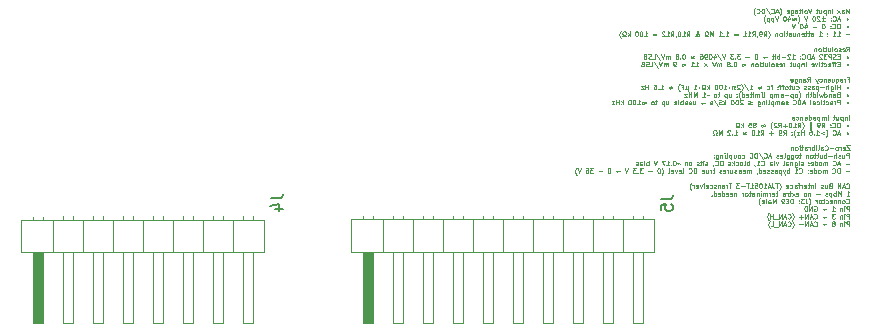
<source format=gbr>
%TF.GenerationSoftware,KiCad,Pcbnew,9.0.2*%
%TF.CreationDate,2025-07-24T16:09:36+02:00*%
%TF.ProjectId,Oscilli,4f736369-6c6c-4692-9e6b-696361645f70,rev?*%
%TF.SameCoordinates,Original*%
%TF.FileFunction,Legend,Bot*%
%TF.FilePolarity,Positive*%
%FSLAX46Y46*%
G04 Gerber Fmt 4.6, Leading zero omitted, Abs format (unit mm)*
G04 Created by KiCad (PCBNEW 9.0.2) date 2025-07-24 16:09:36*
%MOMM*%
%LPD*%
G01*
G04 APERTURE LIST*
%ADD10C,0.080000*%
%ADD11C,0.150000*%
%ADD12C,0.120000*%
%ADD13C,4.000000*%
%ADD14R,1.600000X1.600000*%
%ADD15C,1.600000*%
%ADD16R,1.700000X1.700000*%
%ADD17C,1.700000*%
%ADD18C,1.664000*%
%ADD19C,3.344000*%
G04 APERTURE END LIST*
D10*
X128232130Y-134951525D02*
X128232130Y-134551525D01*
X128232130Y-134551525D02*
X128098797Y-134837239D01*
X128098797Y-134837239D02*
X127965464Y-134551525D01*
X127965464Y-134551525D02*
X127965464Y-134951525D01*
X127603559Y-134951525D02*
X127603559Y-134742001D01*
X127603559Y-134742001D02*
X127622606Y-134703906D01*
X127622606Y-134703906D02*
X127660702Y-134684858D01*
X127660702Y-134684858D02*
X127736892Y-134684858D01*
X127736892Y-134684858D02*
X127774987Y-134703906D01*
X127603559Y-134932478D02*
X127641654Y-134951525D01*
X127641654Y-134951525D02*
X127736892Y-134951525D01*
X127736892Y-134951525D02*
X127774987Y-134932478D01*
X127774987Y-134932478D02*
X127794035Y-134894382D01*
X127794035Y-134894382D02*
X127794035Y-134856287D01*
X127794035Y-134856287D02*
X127774987Y-134818192D01*
X127774987Y-134818192D02*
X127736892Y-134799144D01*
X127736892Y-134799144D02*
X127641654Y-134799144D01*
X127641654Y-134799144D02*
X127603559Y-134780097D01*
X127451178Y-134951525D02*
X127241654Y-134684858D01*
X127451178Y-134684858D02*
X127241654Y-134951525D01*
X126784510Y-134951525D02*
X126784510Y-134551525D01*
X126594034Y-134684858D02*
X126594034Y-134951525D01*
X126594034Y-134722954D02*
X126574987Y-134703906D01*
X126574987Y-134703906D02*
X126536892Y-134684858D01*
X126536892Y-134684858D02*
X126479749Y-134684858D01*
X126479749Y-134684858D02*
X126441653Y-134703906D01*
X126441653Y-134703906D02*
X126422606Y-134742001D01*
X126422606Y-134742001D02*
X126422606Y-134951525D01*
X126232129Y-134684858D02*
X126232129Y-135084858D01*
X126232129Y-134703906D02*
X126194034Y-134684858D01*
X126194034Y-134684858D02*
X126117844Y-134684858D01*
X126117844Y-134684858D02*
X126079748Y-134703906D01*
X126079748Y-134703906D02*
X126060701Y-134722954D01*
X126060701Y-134722954D02*
X126041653Y-134761049D01*
X126041653Y-134761049D02*
X126041653Y-134875335D01*
X126041653Y-134875335D02*
X126060701Y-134913430D01*
X126060701Y-134913430D02*
X126079748Y-134932478D01*
X126079748Y-134932478D02*
X126117844Y-134951525D01*
X126117844Y-134951525D02*
X126194034Y-134951525D01*
X126194034Y-134951525D02*
X126232129Y-134932478D01*
X125698796Y-134684858D02*
X125698796Y-134951525D01*
X125870224Y-134684858D02*
X125870224Y-134894382D01*
X125870224Y-134894382D02*
X125851177Y-134932478D01*
X125851177Y-134932478D02*
X125813082Y-134951525D01*
X125813082Y-134951525D02*
X125755939Y-134951525D01*
X125755939Y-134951525D02*
X125717843Y-134932478D01*
X125717843Y-134932478D02*
X125698796Y-134913430D01*
X125565462Y-134684858D02*
X125413081Y-134684858D01*
X125508319Y-134551525D02*
X125508319Y-134894382D01*
X125508319Y-134894382D02*
X125489272Y-134932478D01*
X125489272Y-134932478D02*
X125451177Y-134951525D01*
X125451177Y-134951525D02*
X125413081Y-134951525D01*
X125032129Y-134551525D02*
X124898796Y-134951525D01*
X124898796Y-134951525D02*
X124765463Y-134551525D01*
X124574987Y-134951525D02*
X124613082Y-134932478D01*
X124613082Y-134932478D02*
X124632129Y-134913430D01*
X124632129Y-134913430D02*
X124651177Y-134875335D01*
X124651177Y-134875335D02*
X124651177Y-134761049D01*
X124651177Y-134761049D02*
X124632129Y-134722954D01*
X124632129Y-134722954D02*
X124613082Y-134703906D01*
X124613082Y-134703906D02*
X124574987Y-134684858D01*
X124574987Y-134684858D02*
X124517844Y-134684858D01*
X124517844Y-134684858D02*
X124479748Y-134703906D01*
X124479748Y-134703906D02*
X124460701Y-134722954D01*
X124460701Y-134722954D02*
X124441653Y-134761049D01*
X124441653Y-134761049D02*
X124441653Y-134875335D01*
X124441653Y-134875335D02*
X124460701Y-134913430D01*
X124460701Y-134913430D02*
X124479748Y-134932478D01*
X124479748Y-134932478D02*
X124517844Y-134951525D01*
X124517844Y-134951525D02*
X124574987Y-134951525D01*
X124213082Y-134951525D02*
X124251177Y-134932478D01*
X124251177Y-134932478D02*
X124270224Y-134894382D01*
X124270224Y-134894382D02*
X124270224Y-134551525D01*
X124117843Y-134684858D02*
X123965462Y-134684858D01*
X124060700Y-134551525D02*
X124060700Y-134894382D01*
X124060700Y-134894382D02*
X124041653Y-134932478D01*
X124041653Y-134932478D02*
X124003558Y-134951525D01*
X124003558Y-134951525D02*
X123965462Y-134951525D01*
X123660701Y-134951525D02*
X123660701Y-134742001D01*
X123660701Y-134742001D02*
X123679748Y-134703906D01*
X123679748Y-134703906D02*
X123717844Y-134684858D01*
X123717844Y-134684858D02*
X123794034Y-134684858D01*
X123794034Y-134684858D02*
X123832129Y-134703906D01*
X123660701Y-134932478D02*
X123698796Y-134951525D01*
X123698796Y-134951525D02*
X123794034Y-134951525D01*
X123794034Y-134951525D02*
X123832129Y-134932478D01*
X123832129Y-134932478D02*
X123851177Y-134894382D01*
X123851177Y-134894382D02*
X123851177Y-134856287D01*
X123851177Y-134856287D02*
X123832129Y-134818192D01*
X123832129Y-134818192D02*
X123794034Y-134799144D01*
X123794034Y-134799144D02*
X123698796Y-134799144D01*
X123698796Y-134799144D02*
X123660701Y-134780097D01*
X123298796Y-134684858D02*
X123298796Y-135008668D01*
X123298796Y-135008668D02*
X123317843Y-135046763D01*
X123317843Y-135046763D02*
X123336891Y-135065811D01*
X123336891Y-135065811D02*
X123374986Y-135084858D01*
X123374986Y-135084858D02*
X123432129Y-135084858D01*
X123432129Y-135084858D02*
X123470224Y-135065811D01*
X123298796Y-134932478D02*
X123336891Y-134951525D01*
X123336891Y-134951525D02*
X123413082Y-134951525D01*
X123413082Y-134951525D02*
X123451177Y-134932478D01*
X123451177Y-134932478D02*
X123470224Y-134913430D01*
X123470224Y-134913430D02*
X123489272Y-134875335D01*
X123489272Y-134875335D02*
X123489272Y-134761049D01*
X123489272Y-134761049D02*
X123470224Y-134722954D01*
X123470224Y-134722954D02*
X123451177Y-134703906D01*
X123451177Y-134703906D02*
X123413082Y-134684858D01*
X123413082Y-134684858D02*
X123336891Y-134684858D01*
X123336891Y-134684858D02*
X123298796Y-134703906D01*
X122955938Y-134932478D02*
X122994034Y-134951525D01*
X122994034Y-134951525D02*
X123070224Y-134951525D01*
X123070224Y-134951525D02*
X123108319Y-134932478D01*
X123108319Y-134932478D02*
X123127367Y-134894382D01*
X123127367Y-134894382D02*
X123127367Y-134742001D01*
X123127367Y-134742001D02*
X123108319Y-134703906D01*
X123108319Y-134703906D02*
X123070224Y-134684858D01*
X123070224Y-134684858D02*
X122994034Y-134684858D01*
X122994034Y-134684858D02*
X122955938Y-134703906D01*
X122955938Y-134703906D02*
X122936891Y-134742001D01*
X122936891Y-134742001D02*
X122936891Y-134780097D01*
X122936891Y-134780097D02*
X123127367Y-134818192D01*
X122346415Y-135103906D02*
X122365462Y-135084858D01*
X122365462Y-135084858D02*
X122403558Y-135027716D01*
X122403558Y-135027716D02*
X122422605Y-134989620D01*
X122422605Y-134989620D02*
X122441653Y-134932478D01*
X122441653Y-134932478D02*
X122460700Y-134837239D01*
X122460700Y-134837239D02*
X122460700Y-134761049D01*
X122460700Y-134761049D02*
X122441653Y-134665811D01*
X122441653Y-134665811D02*
X122422605Y-134608668D01*
X122422605Y-134608668D02*
X122403558Y-134570573D01*
X122403558Y-134570573D02*
X122365462Y-134513430D01*
X122365462Y-134513430D02*
X122346415Y-134494382D01*
X122213081Y-134837239D02*
X122022605Y-134837239D01*
X122251176Y-134951525D02*
X122117843Y-134551525D01*
X122117843Y-134551525D02*
X121984510Y-134951525D01*
X121622605Y-134913430D02*
X121641653Y-134932478D01*
X121641653Y-134932478D02*
X121698795Y-134951525D01*
X121698795Y-134951525D02*
X121736891Y-134951525D01*
X121736891Y-134951525D02*
X121794034Y-134932478D01*
X121794034Y-134932478D02*
X121832129Y-134894382D01*
X121832129Y-134894382D02*
X121851176Y-134856287D01*
X121851176Y-134856287D02*
X121870224Y-134780097D01*
X121870224Y-134780097D02*
X121870224Y-134722954D01*
X121870224Y-134722954D02*
X121851176Y-134646763D01*
X121851176Y-134646763D02*
X121832129Y-134608668D01*
X121832129Y-134608668D02*
X121794034Y-134570573D01*
X121794034Y-134570573D02*
X121736891Y-134551525D01*
X121736891Y-134551525D02*
X121698795Y-134551525D01*
X121698795Y-134551525D02*
X121641653Y-134570573D01*
X121641653Y-134570573D02*
X121622605Y-134589620D01*
X121165462Y-134532478D02*
X121508319Y-135046763D01*
X121032128Y-134951525D02*
X121032128Y-134551525D01*
X121032128Y-134551525D02*
X120936890Y-134551525D01*
X120936890Y-134551525D02*
X120879747Y-134570573D01*
X120879747Y-134570573D02*
X120841652Y-134608668D01*
X120841652Y-134608668D02*
X120822605Y-134646763D01*
X120822605Y-134646763D02*
X120803557Y-134722954D01*
X120803557Y-134722954D02*
X120803557Y-134780097D01*
X120803557Y-134780097D02*
X120822605Y-134856287D01*
X120822605Y-134856287D02*
X120841652Y-134894382D01*
X120841652Y-134894382D02*
X120879747Y-134932478D01*
X120879747Y-134932478D02*
X120936890Y-134951525D01*
X120936890Y-134951525D02*
X121032128Y-134951525D01*
X120403557Y-134913430D02*
X120422605Y-134932478D01*
X120422605Y-134932478D02*
X120479747Y-134951525D01*
X120479747Y-134951525D02*
X120517843Y-134951525D01*
X120517843Y-134951525D02*
X120574986Y-134932478D01*
X120574986Y-134932478D02*
X120613081Y-134894382D01*
X120613081Y-134894382D02*
X120632128Y-134856287D01*
X120632128Y-134856287D02*
X120651176Y-134780097D01*
X120651176Y-134780097D02*
X120651176Y-134722954D01*
X120651176Y-134722954D02*
X120632128Y-134646763D01*
X120632128Y-134646763D02*
X120613081Y-134608668D01*
X120613081Y-134608668D02*
X120574986Y-134570573D01*
X120574986Y-134570573D02*
X120517843Y-134551525D01*
X120517843Y-134551525D02*
X120479747Y-134551525D01*
X120479747Y-134551525D02*
X120422605Y-134570573D01*
X120422605Y-134570573D02*
X120403557Y-134589620D01*
X120270224Y-135103906D02*
X120251176Y-135084858D01*
X120251176Y-135084858D02*
X120213081Y-135027716D01*
X120213081Y-135027716D02*
X120194033Y-134989620D01*
X120194033Y-134989620D02*
X120174986Y-134932478D01*
X120174986Y-134932478D02*
X120155938Y-134837239D01*
X120155938Y-134837239D02*
X120155938Y-134761049D01*
X120155938Y-134761049D02*
X120174986Y-134665811D01*
X120174986Y-134665811D02*
X120194033Y-134608668D01*
X120194033Y-134608668D02*
X120213081Y-134570573D01*
X120213081Y-134570573D02*
X120251176Y-134513430D01*
X120251176Y-134513430D02*
X120270224Y-134494382D01*
X128117845Y-135405027D02*
X128117845Y-135481217D01*
X128098797Y-135481217D02*
X128098797Y-135405027D01*
X128079749Y-135385979D02*
X128079749Y-135500265D01*
X128060702Y-135481217D02*
X128060702Y-135405027D01*
X128041654Y-135405027D02*
X128041654Y-135481217D01*
X128117845Y-135462170D02*
X128079749Y-135500265D01*
X128079749Y-135500265D02*
X128041654Y-135462170D01*
X128117845Y-135424075D02*
X128079749Y-135385979D01*
X128079749Y-135385979D02*
X128041654Y-135424075D01*
X128117845Y-135405027D02*
X128079749Y-135385979D01*
X128079749Y-135385979D02*
X128041654Y-135405027D01*
X128041654Y-135405027D02*
X128022607Y-135443122D01*
X128022607Y-135443122D02*
X128041654Y-135481217D01*
X128041654Y-135481217D02*
X128079749Y-135500265D01*
X128079749Y-135500265D02*
X128117845Y-135481217D01*
X128117845Y-135481217D02*
X128136892Y-135443122D01*
X128136892Y-135443122D02*
X128117845Y-135405027D01*
X127451178Y-135481217D02*
X127260702Y-135481217D01*
X127489273Y-135595503D02*
X127355940Y-135195503D01*
X127355940Y-135195503D02*
X127222607Y-135595503D01*
X126860702Y-135557408D02*
X126879750Y-135576456D01*
X126879750Y-135576456D02*
X126936892Y-135595503D01*
X126936892Y-135595503D02*
X126974988Y-135595503D01*
X126974988Y-135595503D02*
X127032131Y-135576456D01*
X127032131Y-135576456D02*
X127070226Y-135538360D01*
X127070226Y-135538360D02*
X127089273Y-135500265D01*
X127089273Y-135500265D02*
X127108321Y-135424075D01*
X127108321Y-135424075D02*
X127108321Y-135366932D01*
X127108321Y-135366932D02*
X127089273Y-135290741D01*
X127089273Y-135290741D02*
X127070226Y-135252646D01*
X127070226Y-135252646D02*
X127032131Y-135214551D01*
X127032131Y-135214551D02*
X126974988Y-135195503D01*
X126974988Y-135195503D02*
X126936892Y-135195503D01*
X126936892Y-135195503D02*
X126879750Y-135214551D01*
X126879750Y-135214551D02*
X126860702Y-135233598D01*
X126689273Y-135557408D02*
X126670226Y-135576456D01*
X126670226Y-135576456D02*
X126689273Y-135595503D01*
X126689273Y-135595503D02*
X126708321Y-135576456D01*
X126708321Y-135576456D02*
X126689273Y-135557408D01*
X126689273Y-135557408D02*
X126689273Y-135595503D01*
X126689273Y-135347884D02*
X126670226Y-135366932D01*
X126670226Y-135366932D02*
X126689273Y-135385979D01*
X126689273Y-135385979D02*
X126708321Y-135366932D01*
X126708321Y-135366932D02*
X126689273Y-135347884D01*
X126689273Y-135347884D02*
X126689273Y-135385979D01*
X126194035Y-135366932D02*
X125889274Y-135366932D01*
X126041654Y-135519313D02*
X126041654Y-135214551D01*
X125889274Y-135595503D02*
X126194035Y-135595503D01*
X125717845Y-135233598D02*
X125698797Y-135214551D01*
X125698797Y-135214551D02*
X125660702Y-135195503D01*
X125660702Y-135195503D02*
X125565464Y-135195503D01*
X125565464Y-135195503D02*
X125527369Y-135214551D01*
X125527369Y-135214551D02*
X125508321Y-135233598D01*
X125508321Y-135233598D02*
X125489274Y-135271694D01*
X125489274Y-135271694D02*
X125489274Y-135309789D01*
X125489274Y-135309789D02*
X125508321Y-135366932D01*
X125508321Y-135366932D02*
X125736893Y-135595503D01*
X125736893Y-135595503D02*
X125489274Y-135595503D01*
X125241655Y-135195503D02*
X125203560Y-135195503D01*
X125203560Y-135195503D02*
X125165464Y-135214551D01*
X125165464Y-135214551D02*
X125146417Y-135233598D01*
X125146417Y-135233598D02*
X125127369Y-135271694D01*
X125127369Y-135271694D02*
X125108322Y-135347884D01*
X125108322Y-135347884D02*
X125108322Y-135443122D01*
X125108322Y-135443122D02*
X125127369Y-135519313D01*
X125127369Y-135519313D02*
X125146417Y-135557408D01*
X125146417Y-135557408D02*
X125165464Y-135576456D01*
X125165464Y-135576456D02*
X125203560Y-135595503D01*
X125203560Y-135595503D02*
X125241655Y-135595503D01*
X125241655Y-135595503D02*
X125279750Y-135576456D01*
X125279750Y-135576456D02*
X125298798Y-135557408D01*
X125298798Y-135557408D02*
X125317845Y-135519313D01*
X125317845Y-135519313D02*
X125336893Y-135443122D01*
X125336893Y-135443122D02*
X125336893Y-135347884D01*
X125336893Y-135347884D02*
X125317845Y-135271694D01*
X125317845Y-135271694D02*
X125298798Y-135233598D01*
X125298798Y-135233598D02*
X125279750Y-135214551D01*
X125279750Y-135214551D02*
X125241655Y-135195503D01*
X124689274Y-135195503D02*
X124555941Y-135595503D01*
X124555941Y-135595503D02*
X124422608Y-135195503D01*
X123870227Y-135747884D02*
X123889274Y-135728836D01*
X123889274Y-135728836D02*
X123927370Y-135671694D01*
X123927370Y-135671694D02*
X123946417Y-135633598D01*
X123946417Y-135633598D02*
X123965465Y-135576456D01*
X123965465Y-135576456D02*
X123984512Y-135481217D01*
X123984512Y-135481217D02*
X123984512Y-135405027D01*
X123984512Y-135405027D02*
X123965465Y-135309789D01*
X123965465Y-135309789D02*
X123946417Y-135252646D01*
X123946417Y-135252646D02*
X123927370Y-135214551D01*
X123927370Y-135214551D02*
X123889274Y-135157408D01*
X123889274Y-135157408D02*
X123870227Y-135138360D01*
X123717845Y-135500265D02*
X123698798Y-135481217D01*
X123698798Y-135481217D02*
X123641655Y-135462170D01*
X123641655Y-135462170D02*
X123584512Y-135481217D01*
X123584512Y-135481217D02*
X123546417Y-135519313D01*
X123546417Y-135519313D02*
X123489274Y-135538360D01*
X123489274Y-135538360D02*
X123432131Y-135519313D01*
X123432131Y-135519313D02*
X123413084Y-135500265D01*
X123717845Y-135385979D02*
X123698798Y-135366932D01*
X123698798Y-135366932D02*
X123641655Y-135347884D01*
X123641655Y-135347884D02*
X123584512Y-135366932D01*
X123584512Y-135366932D02*
X123546417Y-135405027D01*
X123546417Y-135405027D02*
X123489274Y-135424075D01*
X123489274Y-135424075D02*
X123432131Y-135405027D01*
X123432131Y-135405027D02*
X123413084Y-135385979D01*
X123051179Y-135328836D02*
X123051179Y-135595503D01*
X123146417Y-135176456D02*
X123241655Y-135462170D01*
X123241655Y-135462170D02*
X122994036Y-135462170D01*
X122765465Y-135195503D02*
X122727370Y-135195503D01*
X122727370Y-135195503D02*
X122689274Y-135214551D01*
X122689274Y-135214551D02*
X122670227Y-135233598D01*
X122670227Y-135233598D02*
X122651179Y-135271694D01*
X122651179Y-135271694D02*
X122632132Y-135347884D01*
X122632132Y-135347884D02*
X122632132Y-135443122D01*
X122632132Y-135443122D02*
X122651179Y-135519313D01*
X122651179Y-135519313D02*
X122670227Y-135557408D01*
X122670227Y-135557408D02*
X122689274Y-135576456D01*
X122689274Y-135576456D02*
X122727370Y-135595503D01*
X122727370Y-135595503D02*
X122765465Y-135595503D01*
X122765465Y-135595503D02*
X122803560Y-135576456D01*
X122803560Y-135576456D02*
X122822608Y-135557408D01*
X122822608Y-135557408D02*
X122841655Y-135519313D01*
X122841655Y-135519313D02*
X122860703Y-135443122D01*
X122860703Y-135443122D02*
X122860703Y-135347884D01*
X122860703Y-135347884D02*
X122841655Y-135271694D01*
X122841655Y-135271694D02*
X122822608Y-135233598D01*
X122822608Y-135233598D02*
X122803560Y-135214551D01*
X122803560Y-135214551D02*
X122765465Y-135195503D01*
X122213084Y-135195503D02*
X122079751Y-135595503D01*
X122079751Y-135595503D02*
X121946418Y-135195503D01*
X121813084Y-135328836D02*
X121813084Y-135728836D01*
X121813084Y-135347884D02*
X121774989Y-135328836D01*
X121774989Y-135328836D02*
X121698799Y-135328836D01*
X121698799Y-135328836D02*
X121660703Y-135347884D01*
X121660703Y-135347884D02*
X121641656Y-135366932D01*
X121641656Y-135366932D02*
X121622608Y-135405027D01*
X121622608Y-135405027D02*
X121622608Y-135519313D01*
X121622608Y-135519313D02*
X121641656Y-135557408D01*
X121641656Y-135557408D02*
X121660703Y-135576456D01*
X121660703Y-135576456D02*
X121698799Y-135595503D01*
X121698799Y-135595503D02*
X121774989Y-135595503D01*
X121774989Y-135595503D02*
X121813084Y-135576456D01*
X121451179Y-135328836D02*
X121451179Y-135728836D01*
X121451179Y-135347884D02*
X121413084Y-135328836D01*
X121413084Y-135328836D02*
X121336894Y-135328836D01*
X121336894Y-135328836D02*
X121298798Y-135347884D01*
X121298798Y-135347884D02*
X121279751Y-135366932D01*
X121279751Y-135366932D02*
X121260703Y-135405027D01*
X121260703Y-135405027D02*
X121260703Y-135519313D01*
X121260703Y-135519313D02*
X121279751Y-135557408D01*
X121279751Y-135557408D02*
X121298798Y-135576456D01*
X121298798Y-135576456D02*
X121336894Y-135595503D01*
X121336894Y-135595503D02*
X121413084Y-135595503D01*
X121413084Y-135595503D02*
X121451179Y-135576456D01*
X121127370Y-135747884D02*
X121108322Y-135728836D01*
X121108322Y-135728836D02*
X121070227Y-135671694D01*
X121070227Y-135671694D02*
X121051179Y-135633598D01*
X121051179Y-135633598D02*
X121032132Y-135576456D01*
X121032132Y-135576456D02*
X121013084Y-135481217D01*
X121013084Y-135481217D02*
X121013084Y-135405027D01*
X121013084Y-135405027D02*
X121032132Y-135309789D01*
X121032132Y-135309789D02*
X121051179Y-135252646D01*
X121051179Y-135252646D02*
X121070227Y-135214551D01*
X121070227Y-135214551D02*
X121108322Y-135157408D01*
X121108322Y-135157408D02*
X121127370Y-135138360D01*
X128117845Y-136049005D02*
X128117845Y-136125195D01*
X128098797Y-136125195D02*
X128098797Y-136049005D01*
X128079749Y-136029957D02*
X128079749Y-136144243D01*
X128060702Y-136125195D02*
X128060702Y-136049005D01*
X128041654Y-136049005D02*
X128041654Y-136125195D01*
X128117845Y-136106148D02*
X128079749Y-136144243D01*
X128079749Y-136144243D02*
X128041654Y-136106148D01*
X128117845Y-136068053D02*
X128079749Y-136029957D01*
X128079749Y-136029957D02*
X128041654Y-136068053D01*
X128117845Y-136049005D02*
X128079749Y-136029957D01*
X128079749Y-136029957D02*
X128041654Y-136049005D01*
X128041654Y-136049005D02*
X128022607Y-136087100D01*
X128022607Y-136087100D02*
X128041654Y-136125195D01*
X128041654Y-136125195D02*
X128079749Y-136144243D01*
X128079749Y-136144243D02*
X128117845Y-136125195D01*
X128117845Y-136125195D02*
X128136892Y-136087100D01*
X128136892Y-136087100D02*
X128117845Y-136049005D01*
X127432130Y-136239481D02*
X127432130Y-135839481D01*
X127432130Y-135839481D02*
X127336892Y-135839481D01*
X127336892Y-135839481D02*
X127279749Y-135858529D01*
X127279749Y-135858529D02*
X127241654Y-135896624D01*
X127241654Y-135896624D02*
X127222607Y-135934719D01*
X127222607Y-135934719D02*
X127203559Y-136010910D01*
X127203559Y-136010910D02*
X127203559Y-136068053D01*
X127203559Y-136068053D02*
X127222607Y-136144243D01*
X127222607Y-136144243D02*
X127241654Y-136182338D01*
X127241654Y-136182338D02*
X127279749Y-136220434D01*
X127279749Y-136220434D02*
X127336892Y-136239481D01*
X127336892Y-136239481D02*
X127432130Y-136239481D01*
X126803559Y-136201386D02*
X126822607Y-136220434D01*
X126822607Y-136220434D02*
X126879749Y-136239481D01*
X126879749Y-136239481D02*
X126917845Y-136239481D01*
X126917845Y-136239481D02*
X126974988Y-136220434D01*
X126974988Y-136220434D02*
X127013083Y-136182338D01*
X127013083Y-136182338D02*
X127032130Y-136144243D01*
X127032130Y-136144243D02*
X127051178Y-136068053D01*
X127051178Y-136068053D02*
X127051178Y-136010910D01*
X127051178Y-136010910D02*
X127032130Y-135934719D01*
X127032130Y-135934719D02*
X127013083Y-135896624D01*
X127013083Y-135896624D02*
X126974988Y-135858529D01*
X126974988Y-135858529D02*
X126917845Y-135839481D01*
X126917845Y-135839481D02*
X126879749Y-135839481D01*
X126879749Y-135839481D02*
X126822607Y-135858529D01*
X126822607Y-135858529D02*
X126803559Y-135877576D01*
X126632130Y-136201386D02*
X126613083Y-136220434D01*
X126613083Y-136220434D02*
X126632130Y-136239481D01*
X126632130Y-136239481D02*
X126651178Y-136220434D01*
X126651178Y-136220434D02*
X126632130Y-136201386D01*
X126632130Y-136201386D02*
X126632130Y-136239481D01*
X126632130Y-135991862D02*
X126613083Y-136010910D01*
X126613083Y-136010910D02*
X126632130Y-136029957D01*
X126632130Y-136029957D02*
X126651178Y-136010910D01*
X126651178Y-136010910D02*
X126632130Y-135991862D01*
X126632130Y-135991862D02*
X126632130Y-136029957D01*
X126060702Y-135839481D02*
X126022607Y-135839481D01*
X126022607Y-135839481D02*
X125984511Y-135858529D01*
X125984511Y-135858529D02*
X125965464Y-135877576D01*
X125965464Y-135877576D02*
X125946416Y-135915672D01*
X125946416Y-135915672D02*
X125927369Y-135991862D01*
X125927369Y-135991862D02*
X125927369Y-136087100D01*
X125927369Y-136087100D02*
X125946416Y-136163291D01*
X125946416Y-136163291D02*
X125965464Y-136201386D01*
X125965464Y-136201386D02*
X125984511Y-136220434D01*
X125984511Y-136220434D02*
X126022607Y-136239481D01*
X126022607Y-136239481D02*
X126060702Y-136239481D01*
X126060702Y-136239481D02*
X126098797Y-136220434D01*
X126098797Y-136220434D02*
X126117845Y-136201386D01*
X126117845Y-136201386D02*
X126136892Y-136163291D01*
X126136892Y-136163291D02*
X126155940Y-136087100D01*
X126155940Y-136087100D02*
X126155940Y-135991862D01*
X126155940Y-135991862D02*
X126136892Y-135915672D01*
X126136892Y-135915672D02*
X126117845Y-135877576D01*
X126117845Y-135877576D02*
X126098797Y-135858529D01*
X126098797Y-135858529D02*
X126060702Y-135839481D01*
X125451178Y-136087100D02*
X125146417Y-136087100D01*
X124479750Y-135972814D02*
X124479750Y-136239481D01*
X124574988Y-135820434D02*
X124670226Y-136106148D01*
X124670226Y-136106148D02*
X124422607Y-136106148D01*
X124194036Y-135839481D02*
X124155941Y-135839481D01*
X124155941Y-135839481D02*
X124117845Y-135858529D01*
X124117845Y-135858529D02*
X124098798Y-135877576D01*
X124098798Y-135877576D02*
X124079750Y-135915672D01*
X124079750Y-135915672D02*
X124060703Y-135991862D01*
X124060703Y-135991862D02*
X124060703Y-136087100D01*
X124060703Y-136087100D02*
X124079750Y-136163291D01*
X124079750Y-136163291D02*
X124098798Y-136201386D01*
X124098798Y-136201386D02*
X124117845Y-136220434D01*
X124117845Y-136220434D02*
X124155941Y-136239481D01*
X124155941Y-136239481D02*
X124194036Y-136239481D01*
X124194036Y-136239481D02*
X124232131Y-136220434D01*
X124232131Y-136220434D02*
X124251179Y-136201386D01*
X124251179Y-136201386D02*
X124270226Y-136163291D01*
X124270226Y-136163291D02*
X124289274Y-136087100D01*
X124289274Y-136087100D02*
X124289274Y-135991862D01*
X124289274Y-135991862D02*
X124270226Y-135915672D01*
X124270226Y-135915672D02*
X124251179Y-135877576D01*
X124251179Y-135877576D02*
X124232131Y-135858529D01*
X124232131Y-135858529D02*
X124194036Y-135839481D01*
X123641655Y-135839481D02*
X123508322Y-136239481D01*
X123508322Y-136239481D02*
X123374989Y-135839481D01*
X128232130Y-136731078D02*
X127927369Y-136731078D01*
X127222607Y-136883459D02*
X127451178Y-136883459D01*
X127336892Y-136883459D02*
X127336892Y-136483459D01*
X127336892Y-136483459D02*
X127374988Y-136540602D01*
X127374988Y-136540602D02*
X127413083Y-136578697D01*
X127413083Y-136578697D02*
X127451178Y-136597745D01*
X126841655Y-136883459D02*
X127070226Y-136883459D01*
X126955940Y-136883459D02*
X126955940Y-136483459D01*
X126955940Y-136483459D02*
X126994036Y-136540602D01*
X126994036Y-136540602D02*
X127032131Y-136578697D01*
X127032131Y-136578697D02*
X127070226Y-136597745D01*
X126365464Y-136845364D02*
X126346417Y-136864412D01*
X126346417Y-136864412D02*
X126365464Y-136883459D01*
X126365464Y-136883459D02*
X126384512Y-136864412D01*
X126384512Y-136864412D02*
X126365464Y-136845364D01*
X126365464Y-136845364D02*
X126365464Y-136883459D01*
X126365464Y-136635840D02*
X126346417Y-136654888D01*
X126346417Y-136654888D02*
X126365464Y-136673935D01*
X126365464Y-136673935D02*
X126384512Y-136654888D01*
X126384512Y-136654888D02*
X126365464Y-136635840D01*
X126365464Y-136635840D02*
X126365464Y-136673935D01*
X125660703Y-136883459D02*
X125889274Y-136883459D01*
X125774988Y-136883459D02*
X125774988Y-136483459D01*
X125774988Y-136483459D02*
X125813084Y-136540602D01*
X125813084Y-136540602D02*
X125851179Y-136578697D01*
X125851179Y-136578697D02*
X125889274Y-136597745D01*
X125013084Y-136883459D02*
X125013084Y-136673935D01*
X125013084Y-136673935D02*
X125032131Y-136635840D01*
X125032131Y-136635840D02*
X125070227Y-136616792D01*
X125070227Y-136616792D02*
X125146417Y-136616792D01*
X125146417Y-136616792D02*
X125184512Y-136635840D01*
X125013084Y-136864412D02*
X125051179Y-136883459D01*
X125051179Y-136883459D02*
X125146417Y-136883459D01*
X125146417Y-136883459D02*
X125184512Y-136864412D01*
X125184512Y-136864412D02*
X125203560Y-136826316D01*
X125203560Y-136826316D02*
X125203560Y-136788221D01*
X125203560Y-136788221D02*
X125184512Y-136750126D01*
X125184512Y-136750126D02*
X125146417Y-136731078D01*
X125146417Y-136731078D02*
X125051179Y-136731078D01*
X125051179Y-136731078D02*
X125013084Y-136712031D01*
X124879750Y-136616792D02*
X124727369Y-136616792D01*
X124822607Y-136483459D02*
X124822607Y-136826316D01*
X124822607Y-136826316D02*
X124803560Y-136864412D01*
X124803560Y-136864412D02*
X124765465Y-136883459D01*
X124765465Y-136883459D02*
X124727369Y-136883459D01*
X124651179Y-136616792D02*
X124498798Y-136616792D01*
X124594036Y-136483459D02*
X124594036Y-136826316D01*
X124594036Y-136826316D02*
X124574989Y-136864412D01*
X124574989Y-136864412D02*
X124536894Y-136883459D01*
X124536894Y-136883459D02*
X124498798Y-136883459D01*
X124213084Y-136864412D02*
X124251180Y-136883459D01*
X124251180Y-136883459D02*
X124327370Y-136883459D01*
X124327370Y-136883459D02*
X124365465Y-136864412D01*
X124365465Y-136864412D02*
X124384513Y-136826316D01*
X124384513Y-136826316D02*
X124384513Y-136673935D01*
X124384513Y-136673935D02*
X124365465Y-136635840D01*
X124365465Y-136635840D02*
X124327370Y-136616792D01*
X124327370Y-136616792D02*
X124251180Y-136616792D01*
X124251180Y-136616792D02*
X124213084Y-136635840D01*
X124213084Y-136635840D02*
X124194037Y-136673935D01*
X124194037Y-136673935D02*
X124194037Y-136712031D01*
X124194037Y-136712031D02*
X124384513Y-136750126D01*
X124022608Y-136616792D02*
X124022608Y-136883459D01*
X124022608Y-136654888D02*
X124003561Y-136635840D01*
X124003561Y-136635840D02*
X123965466Y-136616792D01*
X123965466Y-136616792D02*
X123908323Y-136616792D01*
X123908323Y-136616792D02*
X123870227Y-136635840D01*
X123870227Y-136635840D02*
X123851180Y-136673935D01*
X123851180Y-136673935D02*
X123851180Y-136883459D01*
X123489275Y-136616792D02*
X123489275Y-136883459D01*
X123660703Y-136616792D02*
X123660703Y-136826316D01*
X123660703Y-136826316D02*
X123641656Y-136864412D01*
X123641656Y-136864412D02*
X123603561Y-136883459D01*
X123603561Y-136883459D02*
X123546418Y-136883459D01*
X123546418Y-136883459D02*
X123508322Y-136864412D01*
X123508322Y-136864412D02*
X123489275Y-136845364D01*
X123127370Y-136883459D02*
X123127370Y-136673935D01*
X123127370Y-136673935D02*
X123146417Y-136635840D01*
X123146417Y-136635840D02*
X123184513Y-136616792D01*
X123184513Y-136616792D02*
X123260703Y-136616792D01*
X123260703Y-136616792D02*
X123298798Y-136635840D01*
X123127370Y-136864412D02*
X123165465Y-136883459D01*
X123165465Y-136883459D02*
X123260703Y-136883459D01*
X123260703Y-136883459D02*
X123298798Y-136864412D01*
X123298798Y-136864412D02*
X123317846Y-136826316D01*
X123317846Y-136826316D02*
X123317846Y-136788221D01*
X123317846Y-136788221D02*
X123298798Y-136750126D01*
X123298798Y-136750126D02*
X123260703Y-136731078D01*
X123260703Y-136731078D02*
X123165465Y-136731078D01*
X123165465Y-136731078D02*
X123127370Y-136712031D01*
X122994036Y-136616792D02*
X122841655Y-136616792D01*
X122936893Y-136483459D02*
X122936893Y-136826316D01*
X122936893Y-136826316D02*
X122917846Y-136864412D01*
X122917846Y-136864412D02*
X122879751Y-136883459D01*
X122879751Y-136883459D02*
X122841655Y-136883459D01*
X122708322Y-136883459D02*
X122708322Y-136616792D01*
X122708322Y-136483459D02*
X122727370Y-136502507D01*
X122727370Y-136502507D02*
X122708322Y-136521554D01*
X122708322Y-136521554D02*
X122689275Y-136502507D01*
X122689275Y-136502507D02*
X122708322Y-136483459D01*
X122708322Y-136483459D02*
X122708322Y-136521554D01*
X122460704Y-136883459D02*
X122498799Y-136864412D01*
X122498799Y-136864412D02*
X122517846Y-136845364D01*
X122517846Y-136845364D02*
X122536894Y-136807269D01*
X122536894Y-136807269D02*
X122536894Y-136692983D01*
X122536894Y-136692983D02*
X122517846Y-136654888D01*
X122517846Y-136654888D02*
X122498799Y-136635840D01*
X122498799Y-136635840D02*
X122460704Y-136616792D01*
X122460704Y-136616792D02*
X122403561Y-136616792D01*
X122403561Y-136616792D02*
X122365465Y-136635840D01*
X122365465Y-136635840D02*
X122346418Y-136654888D01*
X122346418Y-136654888D02*
X122327370Y-136692983D01*
X122327370Y-136692983D02*
X122327370Y-136807269D01*
X122327370Y-136807269D02*
X122346418Y-136845364D01*
X122346418Y-136845364D02*
X122365465Y-136864412D01*
X122365465Y-136864412D02*
X122403561Y-136883459D01*
X122403561Y-136883459D02*
X122460704Y-136883459D01*
X122155941Y-136616792D02*
X122155941Y-136883459D01*
X122155941Y-136654888D02*
X122136894Y-136635840D01*
X122136894Y-136635840D02*
X122098799Y-136616792D01*
X122098799Y-136616792D02*
X122041656Y-136616792D01*
X122041656Y-136616792D02*
X122003560Y-136635840D01*
X122003560Y-136635840D02*
X121984513Y-136673935D01*
X121984513Y-136673935D02*
X121984513Y-136883459D01*
X121374989Y-137035840D02*
X121394036Y-137016792D01*
X121394036Y-137016792D02*
X121432132Y-136959650D01*
X121432132Y-136959650D02*
X121451179Y-136921554D01*
X121451179Y-136921554D02*
X121470227Y-136864412D01*
X121470227Y-136864412D02*
X121489274Y-136769173D01*
X121489274Y-136769173D02*
X121489274Y-136692983D01*
X121489274Y-136692983D02*
X121470227Y-136597745D01*
X121470227Y-136597745D02*
X121451179Y-136540602D01*
X121451179Y-136540602D02*
X121432132Y-136502507D01*
X121432132Y-136502507D02*
X121394036Y-136445364D01*
X121394036Y-136445364D02*
X121374989Y-136426316D01*
X120994036Y-136883459D02*
X121127369Y-136692983D01*
X121222607Y-136883459D02*
X121222607Y-136483459D01*
X121222607Y-136483459D02*
X121070226Y-136483459D01*
X121070226Y-136483459D02*
X121032131Y-136502507D01*
X121032131Y-136502507D02*
X121013084Y-136521554D01*
X121013084Y-136521554D02*
X120994036Y-136559650D01*
X120994036Y-136559650D02*
X120994036Y-136616792D01*
X120994036Y-136616792D02*
X121013084Y-136654888D01*
X121013084Y-136654888D02*
X121032131Y-136673935D01*
X121032131Y-136673935D02*
X121070226Y-136692983D01*
X121070226Y-136692983D02*
X121222607Y-136692983D01*
X120803560Y-136883459D02*
X120727369Y-136883459D01*
X120727369Y-136883459D02*
X120689274Y-136864412D01*
X120689274Y-136864412D02*
X120670226Y-136845364D01*
X120670226Y-136845364D02*
X120632131Y-136788221D01*
X120632131Y-136788221D02*
X120613084Y-136712031D01*
X120613084Y-136712031D02*
X120613084Y-136559650D01*
X120613084Y-136559650D02*
X120632131Y-136521554D01*
X120632131Y-136521554D02*
X120651179Y-136502507D01*
X120651179Y-136502507D02*
X120689274Y-136483459D01*
X120689274Y-136483459D02*
X120765465Y-136483459D01*
X120765465Y-136483459D02*
X120803560Y-136502507D01*
X120803560Y-136502507D02*
X120822607Y-136521554D01*
X120822607Y-136521554D02*
X120841655Y-136559650D01*
X120841655Y-136559650D02*
X120841655Y-136654888D01*
X120841655Y-136654888D02*
X120822607Y-136692983D01*
X120822607Y-136692983D02*
X120803560Y-136712031D01*
X120803560Y-136712031D02*
X120765465Y-136731078D01*
X120765465Y-136731078D02*
X120689274Y-136731078D01*
X120689274Y-136731078D02*
X120651179Y-136712031D01*
X120651179Y-136712031D02*
X120632131Y-136692983D01*
X120632131Y-136692983D02*
X120613084Y-136654888D01*
X120422608Y-136864412D02*
X120422608Y-136883459D01*
X120422608Y-136883459D02*
X120441655Y-136921554D01*
X120441655Y-136921554D02*
X120460703Y-136940602D01*
X120022608Y-136883459D02*
X120155941Y-136692983D01*
X120251179Y-136883459D02*
X120251179Y-136483459D01*
X120251179Y-136483459D02*
X120098798Y-136483459D01*
X120098798Y-136483459D02*
X120060703Y-136502507D01*
X120060703Y-136502507D02*
X120041656Y-136521554D01*
X120041656Y-136521554D02*
X120022608Y-136559650D01*
X120022608Y-136559650D02*
X120022608Y-136616792D01*
X120022608Y-136616792D02*
X120041656Y-136654888D01*
X120041656Y-136654888D02*
X120060703Y-136673935D01*
X120060703Y-136673935D02*
X120098798Y-136692983D01*
X120098798Y-136692983D02*
X120251179Y-136692983D01*
X119641656Y-136883459D02*
X119870227Y-136883459D01*
X119755941Y-136883459D02*
X119755941Y-136483459D01*
X119755941Y-136483459D02*
X119794037Y-136540602D01*
X119794037Y-136540602D02*
X119832132Y-136578697D01*
X119832132Y-136578697D02*
X119870227Y-136597745D01*
X119260704Y-136883459D02*
X119489275Y-136883459D01*
X119374989Y-136883459D02*
X119374989Y-136483459D01*
X119374989Y-136483459D02*
X119413085Y-136540602D01*
X119413085Y-136540602D02*
X119451180Y-136578697D01*
X119451180Y-136578697D02*
X119489275Y-136597745D01*
X118784513Y-136673935D02*
X118479752Y-136673935D01*
X118479752Y-136788221D02*
X118784513Y-136788221D01*
X117774990Y-136883459D02*
X118003561Y-136883459D01*
X117889275Y-136883459D02*
X117889275Y-136483459D01*
X117889275Y-136483459D02*
X117927371Y-136540602D01*
X117927371Y-136540602D02*
X117965466Y-136578697D01*
X117965466Y-136578697D02*
X118003561Y-136597745D01*
X117603561Y-136845364D02*
X117584514Y-136864412D01*
X117584514Y-136864412D02*
X117603561Y-136883459D01*
X117603561Y-136883459D02*
X117622609Y-136864412D01*
X117622609Y-136864412D02*
X117603561Y-136845364D01*
X117603561Y-136845364D02*
X117603561Y-136883459D01*
X117203562Y-136883459D02*
X117432133Y-136883459D01*
X117317847Y-136883459D02*
X117317847Y-136483459D01*
X117317847Y-136483459D02*
X117355943Y-136540602D01*
X117355943Y-136540602D02*
X117394038Y-136578697D01*
X117394038Y-136578697D02*
X117432133Y-136597745D01*
X116727371Y-136883459D02*
X116727371Y-136483459D01*
X116727371Y-136483459D02*
X116594038Y-136769173D01*
X116594038Y-136769173D02*
X116460705Y-136483459D01*
X116460705Y-136483459D02*
X116460705Y-136883459D01*
X116289276Y-136883459D02*
X116194038Y-136883459D01*
X116194038Y-136883459D02*
X116194038Y-136807269D01*
X116194038Y-136807269D02*
X116232133Y-136788221D01*
X116232133Y-136788221D02*
X116270228Y-136750126D01*
X116270228Y-136750126D02*
X116289276Y-136692983D01*
X116289276Y-136692983D02*
X116289276Y-136597745D01*
X116289276Y-136597745D02*
X116270228Y-136540602D01*
X116270228Y-136540602D02*
X116232133Y-136502507D01*
X116232133Y-136502507D02*
X116174990Y-136483459D01*
X116174990Y-136483459D02*
X116098800Y-136483459D01*
X116098800Y-136483459D02*
X116041657Y-136502507D01*
X116041657Y-136502507D02*
X116003562Y-136540602D01*
X116003562Y-136540602D02*
X115984514Y-136597745D01*
X115984514Y-136597745D02*
X115984514Y-136692983D01*
X115984514Y-136692983D02*
X116003562Y-136750126D01*
X116003562Y-136750126D02*
X116041657Y-136788221D01*
X116041657Y-136788221D02*
X116079752Y-136807269D01*
X116079752Y-136807269D02*
X116079752Y-136883459D01*
X116079752Y-136883459D02*
X115984514Y-136883459D01*
X115184514Y-136883459D02*
X115203562Y-136883459D01*
X115203562Y-136883459D02*
X115241657Y-136864412D01*
X115241657Y-136864412D02*
X115298800Y-136807269D01*
X115298800Y-136807269D02*
X115394038Y-136692983D01*
X115394038Y-136692983D02*
X115432133Y-136635840D01*
X115432133Y-136635840D02*
X115451181Y-136578697D01*
X115451181Y-136578697D02*
X115451181Y-136540602D01*
X115451181Y-136540602D02*
X115432133Y-136502507D01*
X115432133Y-136502507D02*
X115394038Y-136483459D01*
X115394038Y-136483459D02*
X115374990Y-136483459D01*
X115374990Y-136483459D02*
X115336895Y-136502507D01*
X115336895Y-136502507D02*
X115317847Y-136540602D01*
X115317847Y-136540602D02*
X115317847Y-136559650D01*
X115317847Y-136559650D02*
X115336895Y-136597745D01*
X115336895Y-136597745D02*
X115355942Y-136616792D01*
X115355942Y-136616792D02*
X115470228Y-136692983D01*
X115470228Y-136692983D02*
X115489276Y-136712031D01*
X115489276Y-136712031D02*
X115508323Y-136750126D01*
X115508323Y-136750126D02*
X115508323Y-136807269D01*
X115508323Y-136807269D02*
X115489276Y-136845364D01*
X115489276Y-136845364D02*
X115470228Y-136864412D01*
X115470228Y-136864412D02*
X115432133Y-136883459D01*
X115432133Y-136883459D02*
X115374990Y-136883459D01*
X115374990Y-136883459D02*
X115336895Y-136864412D01*
X115336895Y-136864412D02*
X115317847Y-136845364D01*
X115317847Y-136845364D02*
X115260704Y-136769173D01*
X115260704Y-136769173D02*
X115241657Y-136712031D01*
X115241657Y-136712031D02*
X115241657Y-136673935D01*
X114479752Y-136883459D02*
X114613085Y-136692983D01*
X114708323Y-136883459D02*
X114708323Y-136483459D01*
X114708323Y-136483459D02*
X114555942Y-136483459D01*
X114555942Y-136483459D02*
X114517847Y-136502507D01*
X114517847Y-136502507D02*
X114498800Y-136521554D01*
X114498800Y-136521554D02*
X114479752Y-136559650D01*
X114479752Y-136559650D02*
X114479752Y-136616792D01*
X114479752Y-136616792D02*
X114498800Y-136654888D01*
X114498800Y-136654888D02*
X114517847Y-136673935D01*
X114517847Y-136673935D02*
X114555942Y-136692983D01*
X114555942Y-136692983D02*
X114708323Y-136692983D01*
X114098800Y-136883459D02*
X114327371Y-136883459D01*
X114213085Y-136883459D02*
X114213085Y-136483459D01*
X114213085Y-136483459D02*
X114251181Y-136540602D01*
X114251181Y-136540602D02*
X114289276Y-136578697D01*
X114289276Y-136578697D02*
X114327371Y-136597745D01*
X113851181Y-136483459D02*
X113813086Y-136483459D01*
X113813086Y-136483459D02*
X113774990Y-136502507D01*
X113774990Y-136502507D02*
X113755943Y-136521554D01*
X113755943Y-136521554D02*
X113736895Y-136559650D01*
X113736895Y-136559650D02*
X113717848Y-136635840D01*
X113717848Y-136635840D02*
X113717848Y-136731078D01*
X113717848Y-136731078D02*
X113736895Y-136807269D01*
X113736895Y-136807269D02*
X113755943Y-136845364D01*
X113755943Y-136845364D02*
X113774990Y-136864412D01*
X113774990Y-136864412D02*
X113813086Y-136883459D01*
X113813086Y-136883459D02*
X113851181Y-136883459D01*
X113851181Y-136883459D02*
X113889276Y-136864412D01*
X113889276Y-136864412D02*
X113908324Y-136845364D01*
X113908324Y-136845364D02*
X113927371Y-136807269D01*
X113927371Y-136807269D02*
X113946419Y-136731078D01*
X113946419Y-136731078D02*
X113946419Y-136635840D01*
X113946419Y-136635840D02*
X113927371Y-136559650D01*
X113927371Y-136559650D02*
X113908324Y-136521554D01*
X113908324Y-136521554D02*
X113889276Y-136502507D01*
X113889276Y-136502507D02*
X113851181Y-136483459D01*
X113527372Y-136864412D02*
X113527372Y-136883459D01*
X113527372Y-136883459D02*
X113546419Y-136921554D01*
X113546419Y-136921554D02*
X113565467Y-136940602D01*
X113127372Y-136883459D02*
X113260705Y-136692983D01*
X113355943Y-136883459D02*
X113355943Y-136483459D01*
X113355943Y-136483459D02*
X113203562Y-136483459D01*
X113203562Y-136483459D02*
X113165467Y-136502507D01*
X113165467Y-136502507D02*
X113146420Y-136521554D01*
X113146420Y-136521554D02*
X113127372Y-136559650D01*
X113127372Y-136559650D02*
X113127372Y-136616792D01*
X113127372Y-136616792D02*
X113146420Y-136654888D01*
X113146420Y-136654888D02*
X113165467Y-136673935D01*
X113165467Y-136673935D02*
X113203562Y-136692983D01*
X113203562Y-136692983D02*
X113355943Y-136692983D01*
X112746420Y-136883459D02*
X112974991Y-136883459D01*
X112860705Y-136883459D02*
X112860705Y-136483459D01*
X112860705Y-136483459D02*
X112898801Y-136540602D01*
X112898801Y-136540602D02*
X112936896Y-136578697D01*
X112936896Y-136578697D02*
X112974991Y-136597745D01*
X112594039Y-136521554D02*
X112574991Y-136502507D01*
X112574991Y-136502507D02*
X112536896Y-136483459D01*
X112536896Y-136483459D02*
X112441658Y-136483459D01*
X112441658Y-136483459D02*
X112403563Y-136502507D01*
X112403563Y-136502507D02*
X112384515Y-136521554D01*
X112384515Y-136521554D02*
X112365468Y-136559650D01*
X112365468Y-136559650D02*
X112365468Y-136597745D01*
X112365468Y-136597745D02*
X112384515Y-136654888D01*
X112384515Y-136654888D02*
X112613087Y-136883459D01*
X112613087Y-136883459D02*
X112365468Y-136883459D01*
X111889277Y-136673935D02*
X111584516Y-136673935D01*
X111584516Y-136788221D02*
X111889277Y-136788221D01*
X110879754Y-136883459D02*
X111108325Y-136883459D01*
X110994039Y-136883459D02*
X110994039Y-136483459D01*
X110994039Y-136483459D02*
X111032135Y-136540602D01*
X111032135Y-136540602D02*
X111070230Y-136578697D01*
X111070230Y-136578697D02*
X111108325Y-136597745D01*
X110632135Y-136483459D02*
X110594040Y-136483459D01*
X110594040Y-136483459D02*
X110555944Y-136502507D01*
X110555944Y-136502507D02*
X110536897Y-136521554D01*
X110536897Y-136521554D02*
X110517849Y-136559650D01*
X110517849Y-136559650D02*
X110498802Y-136635840D01*
X110498802Y-136635840D02*
X110498802Y-136731078D01*
X110498802Y-136731078D02*
X110517849Y-136807269D01*
X110517849Y-136807269D02*
X110536897Y-136845364D01*
X110536897Y-136845364D02*
X110555944Y-136864412D01*
X110555944Y-136864412D02*
X110594040Y-136883459D01*
X110594040Y-136883459D02*
X110632135Y-136883459D01*
X110632135Y-136883459D02*
X110670230Y-136864412D01*
X110670230Y-136864412D02*
X110689278Y-136845364D01*
X110689278Y-136845364D02*
X110708325Y-136807269D01*
X110708325Y-136807269D02*
X110727373Y-136731078D01*
X110727373Y-136731078D02*
X110727373Y-136635840D01*
X110727373Y-136635840D02*
X110708325Y-136559650D01*
X110708325Y-136559650D02*
X110689278Y-136521554D01*
X110689278Y-136521554D02*
X110670230Y-136502507D01*
X110670230Y-136502507D02*
X110632135Y-136483459D01*
X110251183Y-136483459D02*
X110213088Y-136483459D01*
X110213088Y-136483459D02*
X110174992Y-136502507D01*
X110174992Y-136502507D02*
X110155945Y-136521554D01*
X110155945Y-136521554D02*
X110136897Y-136559650D01*
X110136897Y-136559650D02*
X110117850Y-136635840D01*
X110117850Y-136635840D02*
X110117850Y-136731078D01*
X110117850Y-136731078D02*
X110136897Y-136807269D01*
X110136897Y-136807269D02*
X110155945Y-136845364D01*
X110155945Y-136845364D02*
X110174992Y-136864412D01*
X110174992Y-136864412D02*
X110213088Y-136883459D01*
X110213088Y-136883459D02*
X110251183Y-136883459D01*
X110251183Y-136883459D02*
X110289278Y-136864412D01*
X110289278Y-136864412D02*
X110308326Y-136845364D01*
X110308326Y-136845364D02*
X110327373Y-136807269D01*
X110327373Y-136807269D02*
X110346421Y-136731078D01*
X110346421Y-136731078D02*
X110346421Y-136635840D01*
X110346421Y-136635840D02*
X110327373Y-136559650D01*
X110327373Y-136559650D02*
X110308326Y-136521554D01*
X110308326Y-136521554D02*
X110289278Y-136502507D01*
X110289278Y-136502507D02*
X110251183Y-136483459D01*
X109641659Y-136883459D02*
X109641659Y-136483459D01*
X109603564Y-136731078D02*
X109489278Y-136883459D01*
X109489278Y-136616792D02*
X109641659Y-136769173D01*
X109336897Y-136883459D02*
X109241659Y-136883459D01*
X109241659Y-136883459D02*
X109241659Y-136807269D01*
X109241659Y-136807269D02*
X109279754Y-136788221D01*
X109279754Y-136788221D02*
X109317849Y-136750126D01*
X109317849Y-136750126D02*
X109336897Y-136692983D01*
X109336897Y-136692983D02*
X109336897Y-136597745D01*
X109336897Y-136597745D02*
X109317849Y-136540602D01*
X109317849Y-136540602D02*
X109279754Y-136502507D01*
X109279754Y-136502507D02*
X109222611Y-136483459D01*
X109222611Y-136483459D02*
X109146421Y-136483459D01*
X109146421Y-136483459D02*
X109089278Y-136502507D01*
X109089278Y-136502507D02*
X109051183Y-136540602D01*
X109051183Y-136540602D02*
X109032135Y-136597745D01*
X109032135Y-136597745D02*
X109032135Y-136692983D01*
X109032135Y-136692983D02*
X109051183Y-136750126D01*
X109051183Y-136750126D02*
X109089278Y-136788221D01*
X109089278Y-136788221D02*
X109127373Y-136807269D01*
X109127373Y-136807269D02*
X109127373Y-136883459D01*
X109127373Y-136883459D02*
X109032135Y-136883459D01*
X108898802Y-137035840D02*
X108879754Y-137016792D01*
X108879754Y-137016792D02*
X108841659Y-136959650D01*
X108841659Y-136959650D02*
X108822611Y-136921554D01*
X108822611Y-136921554D02*
X108803564Y-136864412D01*
X108803564Y-136864412D02*
X108784516Y-136769173D01*
X108784516Y-136769173D02*
X108784516Y-136692983D01*
X108784516Y-136692983D02*
X108803564Y-136597745D01*
X108803564Y-136597745D02*
X108822611Y-136540602D01*
X108822611Y-136540602D02*
X108841659Y-136502507D01*
X108841659Y-136502507D02*
X108879754Y-136445364D01*
X108879754Y-136445364D02*
X108898802Y-136426316D01*
X128003559Y-138171415D02*
X128136892Y-137980939D01*
X128232130Y-138171415D02*
X128232130Y-137771415D01*
X128232130Y-137771415D02*
X128079749Y-137771415D01*
X128079749Y-137771415D02*
X128041654Y-137790463D01*
X128041654Y-137790463D02*
X128022607Y-137809510D01*
X128022607Y-137809510D02*
X128003559Y-137847606D01*
X128003559Y-137847606D02*
X128003559Y-137904748D01*
X128003559Y-137904748D02*
X128022607Y-137942844D01*
X128022607Y-137942844D02*
X128041654Y-137961891D01*
X128041654Y-137961891D02*
X128079749Y-137980939D01*
X128079749Y-137980939D02*
X128232130Y-137980939D01*
X127679749Y-138152368D02*
X127717845Y-138171415D01*
X127717845Y-138171415D02*
X127794035Y-138171415D01*
X127794035Y-138171415D02*
X127832130Y-138152368D01*
X127832130Y-138152368D02*
X127851178Y-138114272D01*
X127851178Y-138114272D02*
X127851178Y-137961891D01*
X127851178Y-137961891D02*
X127832130Y-137923796D01*
X127832130Y-137923796D02*
X127794035Y-137904748D01*
X127794035Y-137904748D02*
X127717845Y-137904748D01*
X127717845Y-137904748D02*
X127679749Y-137923796D01*
X127679749Y-137923796D02*
X127660702Y-137961891D01*
X127660702Y-137961891D02*
X127660702Y-137999987D01*
X127660702Y-137999987D02*
X127851178Y-138038082D01*
X127508321Y-138152368D02*
X127470226Y-138171415D01*
X127470226Y-138171415D02*
X127394035Y-138171415D01*
X127394035Y-138171415D02*
X127355940Y-138152368D01*
X127355940Y-138152368D02*
X127336892Y-138114272D01*
X127336892Y-138114272D02*
X127336892Y-138095225D01*
X127336892Y-138095225D02*
X127355940Y-138057129D01*
X127355940Y-138057129D02*
X127394035Y-138038082D01*
X127394035Y-138038082D02*
X127451178Y-138038082D01*
X127451178Y-138038082D02*
X127489273Y-138019034D01*
X127489273Y-138019034D02*
X127508321Y-137980939D01*
X127508321Y-137980939D02*
X127508321Y-137961891D01*
X127508321Y-137961891D02*
X127489273Y-137923796D01*
X127489273Y-137923796D02*
X127451178Y-137904748D01*
X127451178Y-137904748D02*
X127394035Y-137904748D01*
X127394035Y-137904748D02*
X127355940Y-137923796D01*
X127108321Y-138171415D02*
X127146416Y-138152368D01*
X127146416Y-138152368D02*
X127165463Y-138133320D01*
X127165463Y-138133320D02*
X127184511Y-138095225D01*
X127184511Y-138095225D02*
X127184511Y-137980939D01*
X127184511Y-137980939D02*
X127165463Y-137942844D01*
X127165463Y-137942844D02*
X127146416Y-137923796D01*
X127146416Y-137923796D02*
X127108321Y-137904748D01*
X127108321Y-137904748D02*
X127051178Y-137904748D01*
X127051178Y-137904748D02*
X127013082Y-137923796D01*
X127013082Y-137923796D02*
X126994035Y-137942844D01*
X126994035Y-137942844D02*
X126974987Y-137980939D01*
X126974987Y-137980939D02*
X126974987Y-138095225D01*
X126974987Y-138095225D02*
X126994035Y-138133320D01*
X126994035Y-138133320D02*
X127013082Y-138152368D01*
X127013082Y-138152368D02*
X127051178Y-138171415D01*
X127051178Y-138171415D02*
X127108321Y-138171415D01*
X126746416Y-138171415D02*
X126784511Y-138152368D01*
X126784511Y-138152368D02*
X126803558Y-138114272D01*
X126803558Y-138114272D02*
X126803558Y-137771415D01*
X126422606Y-137904748D02*
X126422606Y-138171415D01*
X126594034Y-137904748D02*
X126594034Y-138114272D01*
X126594034Y-138114272D02*
X126574987Y-138152368D01*
X126574987Y-138152368D02*
X126536892Y-138171415D01*
X126536892Y-138171415D02*
X126479749Y-138171415D01*
X126479749Y-138171415D02*
X126441653Y-138152368D01*
X126441653Y-138152368D02*
X126422606Y-138133320D01*
X126289272Y-137904748D02*
X126136891Y-137904748D01*
X126232129Y-137771415D02*
X126232129Y-138114272D01*
X126232129Y-138114272D02*
X126213082Y-138152368D01*
X126213082Y-138152368D02*
X126174987Y-138171415D01*
X126174987Y-138171415D02*
X126136891Y-138171415D01*
X126003558Y-138171415D02*
X126003558Y-137904748D01*
X126003558Y-137771415D02*
X126022606Y-137790463D01*
X126022606Y-137790463D02*
X126003558Y-137809510D01*
X126003558Y-137809510D02*
X125984511Y-137790463D01*
X125984511Y-137790463D02*
X126003558Y-137771415D01*
X126003558Y-137771415D02*
X126003558Y-137809510D01*
X125755940Y-138171415D02*
X125794035Y-138152368D01*
X125794035Y-138152368D02*
X125813082Y-138133320D01*
X125813082Y-138133320D02*
X125832130Y-138095225D01*
X125832130Y-138095225D02*
X125832130Y-137980939D01*
X125832130Y-137980939D02*
X125813082Y-137942844D01*
X125813082Y-137942844D02*
X125794035Y-137923796D01*
X125794035Y-137923796D02*
X125755940Y-137904748D01*
X125755940Y-137904748D02*
X125698797Y-137904748D01*
X125698797Y-137904748D02*
X125660701Y-137923796D01*
X125660701Y-137923796D02*
X125641654Y-137942844D01*
X125641654Y-137942844D02*
X125622606Y-137980939D01*
X125622606Y-137980939D02*
X125622606Y-138095225D01*
X125622606Y-138095225D02*
X125641654Y-138133320D01*
X125641654Y-138133320D02*
X125660701Y-138152368D01*
X125660701Y-138152368D02*
X125698797Y-138171415D01*
X125698797Y-138171415D02*
X125755940Y-138171415D01*
X125451177Y-137904748D02*
X125451177Y-138171415D01*
X125451177Y-137942844D02*
X125432130Y-137923796D01*
X125432130Y-137923796D02*
X125394035Y-137904748D01*
X125394035Y-137904748D02*
X125336892Y-137904748D01*
X125336892Y-137904748D02*
X125298796Y-137923796D01*
X125298796Y-137923796D02*
X125279749Y-137961891D01*
X125279749Y-137961891D02*
X125279749Y-138171415D01*
X128117845Y-138624917D02*
X128117845Y-138701107D01*
X128098797Y-138701107D02*
X128098797Y-138624917D01*
X128079749Y-138605869D02*
X128079749Y-138720155D01*
X128060702Y-138701107D02*
X128060702Y-138624917D01*
X128041654Y-138624917D02*
X128041654Y-138701107D01*
X128117845Y-138682060D02*
X128079749Y-138720155D01*
X128079749Y-138720155D02*
X128041654Y-138682060D01*
X128117845Y-138643965D02*
X128079749Y-138605869D01*
X128079749Y-138605869D02*
X128041654Y-138643965D01*
X128117845Y-138624917D02*
X128079749Y-138605869D01*
X128079749Y-138605869D02*
X128041654Y-138624917D01*
X128041654Y-138624917D02*
X128022607Y-138663012D01*
X128022607Y-138663012D02*
X128041654Y-138701107D01*
X128041654Y-138701107D02*
X128079749Y-138720155D01*
X128079749Y-138720155D02*
X128117845Y-138701107D01*
X128117845Y-138701107D02*
X128136892Y-138663012D01*
X128136892Y-138663012D02*
X128117845Y-138624917D01*
X127432130Y-138605869D02*
X127298797Y-138605869D01*
X127241654Y-138815393D02*
X127432130Y-138815393D01*
X127432130Y-138815393D02*
X127432130Y-138415393D01*
X127432130Y-138415393D02*
X127241654Y-138415393D01*
X127089273Y-138796346D02*
X127032130Y-138815393D01*
X127032130Y-138815393D02*
X126936892Y-138815393D01*
X126936892Y-138815393D02*
X126898797Y-138796346D01*
X126898797Y-138796346D02*
X126879749Y-138777298D01*
X126879749Y-138777298D02*
X126860702Y-138739203D01*
X126860702Y-138739203D02*
X126860702Y-138701107D01*
X126860702Y-138701107D02*
X126879749Y-138663012D01*
X126879749Y-138663012D02*
X126898797Y-138643965D01*
X126898797Y-138643965D02*
X126936892Y-138624917D01*
X126936892Y-138624917D02*
X127013083Y-138605869D01*
X127013083Y-138605869D02*
X127051178Y-138586822D01*
X127051178Y-138586822D02*
X127070225Y-138567774D01*
X127070225Y-138567774D02*
X127089273Y-138529679D01*
X127089273Y-138529679D02*
X127089273Y-138491584D01*
X127089273Y-138491584D02*
X127070225Y-138453488D01*
X127070225Y-138453488D02*
X127051178Y-138434441D01*
X127051178Y-138434441D02*
X127013083Y-138415393D01*
X127013083Y-138415393D02*
X126917844Y-138415393D01*
X126917844Y-138415393D02*
X126860702Y-138434441D01*
X126689273Y-138815393D02*
X126689273Y-138415393D01*
X126689273Y-138415393D02*
X126536892Y-138415393D01*
X126536892Y-138415393D02*
X126498797Y-138434441D01*
X126498797Y-138434441D02*
X126479750Y-138453488D01*
X126479750Y-138453488D02*
X126460702Y-138491584D01*
X126460702Y-138491584D02*
X126460702Y-138548726D01*
X126460702Y-138548726D02*
X126479750Y-138586822D01*
X126479750Y-138586822D02*
X126498797Y-138605869D01*
X126498797Y-138605869D02*
X126536892Y-138624917D01*
X126536892Y-138624917D02*
X126689273Y-138624917D01*
X126327369Y-138415393D02*
X126079750Y-138415393D01*
X126079750Y-138415393D02*
X126213083Y-138567774D01*
X126213083Y-138567774D02*
X126155940Y-138567774D01*
X126155940Y-138567774D02*
X126117845Y-138586822D01*
X126117845Y-138586822D02*
X126098797Y-138605869D01*
X126098797Y-138605869D02*
X126079750Y-138643965D01*
X126079750Y-138643965D02*
X126079750Y-138739203D01*
X126079750Y-138739203D02*
X126098797Y-138777298D01*
X126098797Y-138777298D02*
X126117845Y-138796346D01*
X126117845Y-138796346D02*
X126155940Y-138815393D01*
X126155940Y-138815393D02*
X126270226Y-138815393D01*
X126270226Y-138815393D02*
X126308321Y-138796346D01*
X126308321Y-138796346D02*
X126327369Y-138777298D01*
X125927369Y-138453488D02*
X125908321Y-138434441D01*
X125908321Y-138434441D02*
X125870226Y-138415393D01*
X125870226Y-138415393D02*
X125774988Y-138415393D01*
X125774988Y-138415393D02*
X125736893Y-138434441D01*
X125736893Y-138434441D02*
X125717845Y-138453488D01*
X125717845Y-138453488D02*
X125698798Y-138491584D01*
X125698798Y-138491584D02*
X125698798Y-138529679D01*
X125698798Y-138529679D02*
X125717845Y-138586822D01*
X125717845Y-138586822D02*
X125946417Y-138815393D01*
X125946417Y-138815393D02*
X125698798Y-138815393D01*
X125241655Y-138701107D02*
X125051179Y-138701107D01*
X125279750Y-138815393D02*
X125146417Y-138415393D01*
X125146417Y-138415393D02*
X125013084Y-138815393D01*
X124879750Y-138815393D02*
X124879750Y-138415393D01*
X124879750Y-138415393D02*
X124784512Y-138415393D01*
X124784512Y-138415393D02*
X124727369Y-138434441D01*
X124727369Y-138434441D02*
X124689274Y-138472536D01*
X124689274Y-138472536D02*
X124670227Y-138510631D01*
X124670227Y-138510631D02*
X124651179Y-138586822D01*
X124651179Y-138586822D02*
X124651179Y-138643965D01*
X124651179Y-138643965D02*
X124670227Y-138720155D01*
X124670227Y-138720155D02*
X124689274Y-138758250D01*
X124689274Y-138758250D02*
X124727369Y-138796346D01*
X124727369Y-138796346D02*
X124784512Y-138815393D01*
X124784512Y-138815393D02*
X124879750Y-138815393D01*
X124251179Y-138777298D02*
X124270227Y-138796346D01*
X124270227Y-138796346D02*
X124327369Y-138815393D01*
X124327369Y-138815393D02*
X124365465Y-138815393D01*
X124365465Y-138815393D02*
X124422608Y-138796346D01*
X124422608Y-138796346D02*
X124460703Y-138758250D01*
X124460703Y-138758250D02*
X124479750Y-138720155D01*
X124479750Y-138720155D02*
X124498798Y-138643965D01*
X124498798Y-138643965D02*
X124498798Y-138586822D01*
X124498798Y-138586822D02*
X124479750Y-138510631D01*
X124479750Y-138510631D02*
X124460703Y-138472536D01*
X124460703Y-138472536D02*
X124422608Y-138434441D01*
X124422608Y-138434441D02*
X124365465Y-138415393D01*
X124365465Y-138415393D02*
X124327369Y-138415393D01*
X124327369Y-138415393D02*
X124270227Y-138434441D01*
X124270227Y-138434441D02*
X124251179Y-138453488D01*
X124079750Y-138777298D02*
X124060703Y-138796346D01*
X124060703Y-138796346D02*
X124079750Y-138815393D01*
X124079750Y-138815393D02*
X124098798Y-138796346D01*
X124098798Y-138796346D02*
X124079750Y-138777298D01*
X124079750Y-138777298D02*
X124079750Y-138815393D01*
X124079750Y-138567774D02*
X124060703Y-138586822D01*
X124060703Y-138586822D02*
X124079750Y-138605869D01*
X124079750Y-138605869D02*
X124098798Y-138586822D01*
X124098798Y-138586822D02*
X124079750Y-138567774D01*
X124079750Y-138567774D02*
X124079750Y-138605869D01*
X123374989Y-138815393D02*
X123603560Y-138815393D01*
X123489274Y-138815393D02*
X123489274Y-138415393D01*
X123489274Y-138415393D02*
X123527370Y-138472536D01*
X123527370Y-138472536D02*
X123565465Y-138510631D01*
X123565465Y-138510631D02*
X123603560Y-138529679D01*
X123222608Y-138453488D02*
X123203560Y-138434441D01*
X123203560Y-138434441D02*
X123165465Y-138415393D01*
X123165465Y-138415393D02*
X123070227Y-138415393D01*
X123070227Y-138415393D02*
X123032132Y-138434441D01*
X123032132Y-138434441D02*
X123013084Y-138453488D01*
X123013084Y-138453488D02*
X122994037Y-138491584D01*
X122994037Y-138491584D02*
X122994037Y-138529679D01*
X122994037Y-138529679D02*
X123013084Y-138586822D01*
X123013084Y-138586822D02*
X123241656Y-138815393D01*
X123241656Y-138815393D02*
X122994037Y-138815393D01*
X122822608Y-138663012D02*
X122517847Y-138663012D01*
X122327370Y-138815393D02*
X122327370Y-138415393D01*
X122327370Y-138567774D02*
X122289275Y-138548726D01*
X122289275Y-138548726D02*
X122213085Y-138548726D01*
X122213085Y-138548726D02*
X122174989Y-138567774D01*
X122174989Y-138567774D02*
X122155942Y-138586822D01*
X122155942Y-138586822D02*
X122136894Y-138624917D01*
X122136894Y-138624917D02*
X122136894Y-138739203D01*
X122136894Y-138739203D02*
X122155942Y-138777298D01*
X122155942Y-138777298D02*
X122174989Y-138796346D01*
X122174989Y-138796346D02*
X122213085Y-138815393D01*
X122213085Y-138815393D02*
X122289275Y-138815393D01*
X122289275Y-138815393D02*
X122327370Y-138796346D01*
X121965465Y-138815393D02*
X121965465Y-138548726D01*
X121965465Y-138415393D02*
X121984513Y-138434441D01*
X121984513Y-138434441D02*
X121965465Y-138453488D01*
X121965465Y-138453488D02*
X121946418Y-138434441D01*
X121946418Y-138434441D02*
X121965465Y-138415393D01*
X121965465Y-138415393D02*
X121965465Y-138453488D01*
X121832132Y-138548726D02*
X121679751Y-138548726D01*
X121774989Y-138415393D02*
X121774989Y-138758250D01*
X121774989Y-138758250D02*
X121755942Y-138796346D01*
X121755942Y-138796346D02*
X121717847Y-138815393D01*
X121717847Y-138815393D02*
X121679751Y-138815393D01*
X121241656Y-138663012D02*
X120936895Y-138663012D01*
X121013085Y-138739203D02*
X120936895Y-138663012D01*
X120936895Y-138663012D02*
X121013085Y-138586822D01*
X120365466Y-138415393D02*
X120327371Y-138415393D01*
X120327371Y-138415393D02*
X120289275Y-138434441D01*
X120289275Y-138434441D02*
X120270228Y-138453488D01*
X120270228Y-138453488D02*
X120251180Y-138491584D01*
X120251180Y-138491584D02*
X120232133Y-138567774D01*
X120232133Y-138567774D02*
X120232133Y-138663012D01*
X120232133Y-138663012D02*
X120251180Y-138739203D01*
X120251180Y-138739203D02*
X120270228Y-138777298D01*
X120270228Y-138777298D02*
X120289275Y-138796346D01*
X120289275Y-138796346D02*
X120327371Y-138815393D01*
X120327371Y-138815393D02*
X120365466Y-138815393D01*
X120365466Y-138815393D02*
X120403561Y-138796346D01*
X120403561Y-138796346D02*
X120422609Y-138777298D01*
X120422609Y-138777298D02*
X120441656Y-138739203D01*
X120441656Y-138739203D02*
X120460704Y-138663012D01*
X120460704Y-138663012D02*
X120460704Y-138567774D01*
X120460704Y-138567774D02*
X120441656Y-138491584D01*
X120441656Y-138491584D02*
X120422609Y-138453488D01*
X120422609Y-138453488D02*
X120403561Y-138434441D01*
X120403561Y-138434441D02*
X120365466Y-138415393D01*
X119755942Y-138663012D02*
X119451181Y-138663012D01*
X118994038Y-138415393D02*
X118746419Y-138415393D01*
X118746419Y-138415393D02*
X118879752Y-138567774D01*
X118879752Y-138567774D02*
X118822609Y-138567774D01*
X118822609Y-138567774D02*
X118784514Y-138586822D01*
X118784514Y-138586822D02*
X118765466Y-138605869D01*
X118765466Y-138605869D02*
X118746419Y-138643965D01*
X118746419Y-138643965D02*
X118746419Y-138739203D01*
X118746419Y-138739203D02*
X118765466Y-138777298D01*
X118765466Y-138777298D02*
X118784514Y-138796346D01*
X118784514Y-138796346D02*
X118822609Y-138815393D01*
X118822609Y-138815393D02*
X118936895Y-138815393D01*
X118936895Y-138815393D02*
X118974990Y-138796346D01*
X118974990Y-138796346D02*
X118994038Y-138777298D01*
X118574990Y-138777298D02*
X118555943Y-138796346D01*
X118555943Y-138796346D02*
X118574990Y-138815393D01*
X118574990Y-138815393D02*
X118594038Y-138796346D01*
X118594038Y-138796346D02*
X118574990Y-138777298D01*
X118574990Y-138777298D02*
X118574990Y-138815393D01*
X118422610Y-138415393D02*
X118174991Y-138415393D01*
X118174991Y-138415393D02*
X118308324Y-138567774D01*
X118308324Y-138567774D02*
X118251181Y-138567774D01*
X118251181Y-138567774D02*
X118213086Y-138586822D01*
X118213086Y-138586822D02*
X118194038Y-138605869D01*
X118194038Y-138605869D02*
X118174991Y-138643965D01*
X118174991Y-138643965D02*
X118174991Y-138739203D01*
X118174991Y-138739203D02*
X118194038Y-138777298D01*
X118194038Y-138777298D02*
X118213086Y-138796346D01*
X118213086Y-138796346D02*
X118251181Y-138815393D01*
X118251181Y-138815393D02*
X118365467Y-138815393D01*
X118365467Y-138815393D02*
X118403562Y-138796346D01*
X118403562Y-138796346D02*
X118422610Y-138777298D01*
X117755943Y-138415393D02*
X117622610Y-138815393D01*
X117622610Y-138815393D02*
X117489277Y-138415393D01*
X117070229Y-138396346D02*
X117413086Y-138910631D01*
X116765467Y-138548726D02*
X116765467Y-138815393D01*
X116860705Y-138396346D02*
X116955943Y-138682060D01*
X116955943Y-138682060D02*
X116708324Y-138682060D01*
X116479753Y-138415393D02*
X116441658Y-138415393D01*
X116441658Y-138415393D02*
X116403562Y-138434441D01*
X116403562Y-138434441D02*
X116384515Y-138453488D01*
X116384515Y-138453488D02*
X116365467Y-138491584D01*
X116365467Y-138491584D02*
X116346420Y-138567774D01*
X116346420Y-138567774D02*
X116346420Y-138663012D01*
X116346420Y-138663012D02*
X116365467Y-138739203D01*
X116365467Y-138739203D02*
X116384515Y-138777298D01*
X116384515Y-138777298D02*
X116403562Y-138796346D01*
X116403562Y-138796346D02*
X116441658Y-138815393D01*
X116441658Y-138815393D02*
X116479753Y-138815393D01*
X116479753Y-138815393D02*
X116517848Y-138796346D01*
X116517848Y-138796346D02*
X116536896Y-138777298D01*
X116536896Y-138777298D02*
X116555943Y-138739203D01*
X116555943Y-138739203D02*
X116574991Y-138663012D01*
X116574991Y-138663012D02*
X116574991Y-138567774D01*
X116574991Y-138567774D02*
X116555943Y-138491584D01*
X116555943Y-138491584D02*
X116536896Y-138453488D01*
X116536896Y-138453488D02*
X116517848Y-138434441D01*
X116517848Y-138434441D02*
X116479753Y-138415393D01*
X116155944Y-138815393D02*
X116079753Y-138815393D01*
X116079753Y-138815393D02*
X116041658Y-138796346D01*
X116041658Y-138796346D02*
X116022610Y-138777298D01*
X116022610Y-138777298D02*
X115984515Y-138720155D01*
X115984515Y-138720155D02*
X115965468Y-138643965D01*
X115965468Y-138643965D02*
X115965468Y-138491584D01*
X115965468Y-138491584D02*
X115984515Y-138453488D01*
X115984515Y-138453488D02*
X116003563Y-138434441D01*
X116003563Y-138434441D02*
X116041658Y-138415393D01*
X116041658Y-138415393D02*
X116117849Y-138415393D01*
X116117849Y-138415393D02*
X116155944Y-138434441D01*
X116155944Y-138434441D02*
X116174991Y-138453488D01*
X116174991Y-138453488D02*
X116194039Y-138491584D01*
X116194039Y-138491584D02*
X116194039Y-138586822D01*
X116194039Y-138586822D02*
X116174991Y-138624917D01*
X116174991Y-138624917D02*
X116155944Y-138643965D01*
X116155944Y-138643965D02*
X116117849Y-138663012D01*
X116117849Y-138663012D02*
X116041658Y-138663012D01*
X116041658Y-138663012D02*
X116003563Y-138643965D01*
X116003563Y-138643965D02*
X115984515Y-138624917D01*
X115984515Y-138624917D02*
X115965468Y-138586822D01*
X115622611Y-138415393D02*
X115698801Y-138415393D01*
X115698801Y-138415393D02*
X115736897Y-138434441D01*
X115736897Y-138434441D02*
X115755944Y-138453488D01*
X115755944Y-138453488D02*
X115794039Y-138510631D01*
X115794039Y-138510631D02*
X115813087Y-138586822D01*
X115813087Y-138586822D02*
X115813087Y-138739203D01*
X115813087Y-138739203D02*
X115794039Y-138777298D01*
X115794039Y-138777298D02*
X115774992Y-138796346D01*
X115774992Y-138796346D02*
X115736897Y-138815393D01*
X115736897Y-138815393D02*
X115660706Y-138815393D01*
X115660706Y-138815393D02*
X115622611Y-138796346D01*
X115622611Y-138796346D02*
X115603563Y-138777298D01*
X115603563Y-138777298D02*
X115584516Y-138739203D01*
X115584516Y-138739203D02*
X115584516Y-138643965D01*
X115584516Y-138643965D02*
X115603563Y-138605869D01*
X115603563Y-138605869D02*
X115622611Y-138586822D01*
X115622611Y-138586822D02*
X115660706Y-138567774D01*
X115660706Y-138567774D02*
X115736897Y-138567774D01*
X115736897Y-138567774D02*
X115774992Y-138586822D01*
X115774992Y-138586822D02*
X115794039Y-138605869D01*
X115794039Y-138605869D02*
X115813087Y-138643965D01*
X115108325Y-138720155D02*
X115089278Y-138701107D01*
X115089278Y-138701107D02*
X115032135Y-138682060D01*
X115032135Y-138682060D02*
X114974992Y-138701107D01*
X114974992Y-138701107D02*
X114936897Y-138739203D01*
X114936897Y-138739203D02*
X114879754Y-138758250D01*
X114879754Y-138758250D02*
X114822611Y-138739203D01*
X114822611Y-138739203D02*
X114803564Y-138720155D01*
X115108325Y-138605869D02*
X115089278Y-138586822D01*
X115089278Y-138586822D02*
X115032135Y-138567774D01*
X115032135Y-138567774D02*
X114974992Y-138586822D01*
X114974992Y-138586822D02*
X114936897Y-138624917D01*
X114936897Y-138624917D02*
X114879754Y-138643965D01*
X114879754Y-138643965D02*
X114822611Y-138624917D01*
X114822611Y-138624917D02*
X114803564Y-138605869D01*
X114232135Y-138415393D02*
X114194040Y-138415393D01*
X114194040Y-138415393D02*
X114155944Y-138434441D01*
X114155944Y-138434441D02*
X114136897Y-138453488D01*
X114136897Y-138453488D02*
X114117849Y-138491584D01*
X114117849Y-138491584D02*
X114098802Y-138567774D01*
X114098802Y-138567774D02*
X114098802Y-138663012D01*
X114098802Y-138663012D02*
X114117849Y-138739203D01*
X114117849Y-138739203D02*
X114136897Y-138777298D01*
X114136897Y-138777298D02*
X114155944Y-138796346D01*
X114155944Y-138796346D02*
X114194040Y-138815393D01*
X114194040Y-138815393D02*
X114232135Y-138815393D01*
X114232135Y-138815393D02*
X114270230Y-138796346D01*
X114270230Y-138796346D02*
X114289278Y-138777298D01*
X114289278Y-138777298D02*
X114308325Y-138739203D01*
X114308325Y-138739203D02*
X114327373Y-138663012D01*
X114327373Y-138663012D02*
X114327373Y-138567774D01*
X114327373Y-138567774D02*
X114308325Y-138491584D01*
X114308325Y-138491584D02*
X114289278Y-138453488D01*
X114289278Y-138453488D02*
X114270230Y-138434441D01*
X114270230Y-138434441D02*
X114232135Y-138415393D01*
X113927373Y-138777298D02*
X113908326Y-138796346D01*
X113908326Y-138796346D02*
X113927373Y-138815393D01*
X113927373Y-138815393D02*
X113946421Y-138796346D01*
X113946421Y-138796346D02*
X113927373Y-138777298D01*
X113927373Y-138777298D02*
X113927373Y-138815393D01*
X113679755Y-138586822D02*
X113717850Y-138567774D01*
X113717850Y-138567774D02*
X113736897Y-138548726D01*
X113736897Y-138548726D02*
X113755945Y-138510631D01*
X113755945Y-138510631D02*
X113755945Y-138491584D01*
X113755945Y-138491584D02*
X113736897Y-138453488D01*
X113736897Y-138453488D02*
X113717850Y-138434441D01*
X113717850Y-138434441D02*
X113679755Y-138415393D01*
X113679755Y-138415393D02*
X113603564Y-138415393D01*
X113603564Y-138415393D02*
X113565469Y-138434441D01*
X113565469Y-138434441D02*
X113546421Y-138453488D01*
X113546421Y-138453488D02*
X113527374Y-138491584D01*
X113527374Y-138491584D02*
X113527374Y-138510631D01*
X113527374Y-138510631D02*
X113546421Y-138548726D01*
X113546421Y-138548726D02*
X113565469Y-138567774D01*
X113565469Y-138567774D02*
X113603564Y-138586822D01*
X113603564Y-138586822D02*
X113679755Y-138586822D01*
X113679755Y-138586822D02*
X113717850Y-138605869D01*
X113717850Y-138605869D02*
X113736897Y-138624917D01*
X113736897Y-138624917D02*
X113755945Y-138663012D01*
X113755945Y-138663012D02*
X113755945Y-138739203D01*
X113755945Y-138739203D02*
X113736897Y-138777298D01*
X113736897Y-138777298D02*
X113717850Y-138796346D01*
X113717850Y-138796346D02*
X113679755Y-138815393D01*
X113679755Y-138815393D02*
X113603564Y-138815393D01*
X113603564Y-138815393D02*
X113565469Y-138796346D01*
X113565469Y-138796346D02*
X113546421Y-138777298D01*
X113546421Y-138777298D02*
X113527374Y-138739203D01*
X113527374Y-138739203D02*
X113527374Y-138663012D01*
X113527374Y-138663012D02*
X113546421Y-138624917D01*
X113546421Y-138624917D02*
X113565469Y-138605869D01*
X113565469Y-138605869D02*
X113603564Y-138586822D01*
X113051183Y-138815393D02*
X113051183Y-138548726D01*
X113051183Y-138586822D02*
X113032136Y-138567774D01*
X113032136Y-138567774D02*
X112994041Y-138548726D01*
X112994041Y-138548726D02*
X112936898Y-138548726D01*
X112936898Y-138548726D02*
X112898802Y-138567774D01*
X112898802Y-138567774D02*
X112879755Y-138605869D01*
X112879755Y-138605869D02*
X112879755Y-138815393D01*
X112879755Y-138605869D02*
X112860707Y-138567774D01*
X112860707Y-138567774D02*
X112822612Y-138548726D01*
X112822612Y-138548726D02*
X112765469Y-138548726D01*
X112765469Y-138548726D02*
X112727374Y-138567774D01*
X112727374Y-138567774D02*
X112708326Y-138605869D01*
X112708326Y-138605869D02*
X112708326Y-138815393D01*
X112574993Y-138415393D02*
X112441660Y-138815393D01*
X112441660Y-138815393D02*
X112308327Y-138415393D01*
X111889279Y-138396346D02*
X112232136Y-138910631D01*
X111565469Y-138815393D02*
X111755945Y-138815393D01*
X111755945Y-138815393D02*
X111755945Y-138415393D01*
X111451183Y-138796346D02*
X111394040Y-138815393D01*
X111394040Y-138815393D02*
X111298802Y-138815393D01*
X111298802Y-138815393D02*
X111260707Y-138796346D01*
X111260707Y-138796346D02*
X111241659Y-138777298D01*
X111241659Y-138777298D02*
X111222612Y-138739203D01*
X111222612Y-138739203D02*
X111222612Y-138701107D01*
X111222612Y-138701107D02*
X111241659Y-138663012D01*
X111241659Y-138663012D02*
X111260707Y-138643965D01*
X111260707Y-138643965D02*
X111298802Y-138624917D01*
X111298802Y-138624917D02*
X111374993Y-138605869D01*
X111374993Y-138605869D02*
X111413088Y-138586822D01*
X111413088Y-138586822D02*
X111432135Y-138567774D01*
X111432135Y-138567774D02*
X111451183Y-138529679D01*
X111451183Y-138529679D02*
X111451183Y-138491584D01*
X111451183Y-138491584D02*
X111432135Y-138453488D01*
X111432135Y-138453488D02*
X111413088Y-138434441D01*
X111413088Y-138434441D02*
X111374993Y-138415393D01*
X111374993Y-138415393D02*
X111279754Y-138415393D01*
X111279754Y-138415393D02*
X111222612Y-138434441D01*
X110917850Y-138605869D02*
X110860707Y-138624917D01*
X110860707Y-138624917D02*
X110841660Y-138643965D01*
X110841660Y-138643965D02*
X110822612Y-138682060D01*
X110822612Y-138682060D02*
X110822612Y-138739203D01*
X110822612Y-138739203D02*
X110841660Y-138777298D01*
X110841660Y-138777298D02*
X110860707Y-138796346D01*
X110860707Y-138796346D02*
X110898802Y-138815393D01*
X110898802Y-138815393D02*
X111051183Y-138815393D01*
X111051183Y-138815393D02*
X111051183Y-138415393D01*
X111051183Y-138415393D02*
X110917850Y-138415393D01*
X110917850Y-138415393D02*
X110879755Y-138434441D01*
X110879755Y-138434441D02*
X110860707Y-138453488D01*
X110860707Y-138453488D02*
X110841660Y-138491584D01*
X110841660Y-138491584D02*
X110841660Y-138529679D01*
X110841660Y-138529679D02*
X110860707Y-138567774D01*
X110860707Y-138567774D02*
X110879755Y-138586822D01*
X110879755Y-138586822D02*
X110917850Y-138605869D01*
X110917850Y-138605869D02*
X111051183Y-138605869D01*
X128117845Y-139268895D02*
X128117845Y-139345085D01*
X128098797Y-139345085D02*
X128098797Y-139268895D01*
X128079749Y-139249847D02*
X128079749Y-139364133D01*
X128060702Y-139345085D02*
X128060702Y-139268895D01*
X128041654Y-139268895D02*
X128041654Y-139345085D01*
X128117845Y-139326038D02*
X128079749Y-139364133D01*
X128079749Y-139364133D02*
X128041654Y-139326038D01*
X128117845Y-139287943D02*
X128079749Y-139249847D01*
X128079749Y-139249847D02*
X128041654Y-139287943D01*
X128117845Y-139268895D02*
X128079749Y-139249847D01*
X128079749Y-139249847D02*
X128041654Y-139268895D01*
X128041654Y-139268895D02*
X128022607Y-139306990D01*
X128022607Y-139306990D02*
X128041654Y-139345085D01*
X128041654Y-139345085D02*
X128079749Y-139364133D01*
X128079749Y-139364133D02*
X128117845Y-139345085D01*
X128117845Y-139345085D02*
X128136892Y-139306990D01*
X128136892Y-139306990D02*
X128117845Y-139268895D01*
X127432130Y-139249847D02*
X127298797Y-139249847D01*
X127241654Y-139459371D02*
X127432130Y-139459371D01*
X127432130Y-139459371D02*
X127432130Y-139059371D01*
X127432130Y-139059371D02*
X127241654Y-139059371D01*
X127127368Y-139192704D02*
X126974987Y-139192704D01*
X127070225Y-139459371D02*
X127070225Y-139116514D01*
X127070225Y-139116514D02*
X127051178Y-139078419D01*
X127051178Y-139078419D02*
X127013083Y-139059371D01*
X127013083Y-139059371D02*
X126974987Y-139059371D01*
X126898797Y-139192704D02*
X126746416Y-139192704D01*
X126841654Y-139459371D02*
X126841654Y-139116514D01*
X126841654Y-139116514D02*
X126822607Y-139078419D01*
X126822607Y-139078419D02*
X126784512Y-139059371D01*
X126784512Y-139059371D02*
X126746416Y-139059371D01*
X126460702Y-139440324D02*
X126498798Y-139459371D01*
X126498798Y-139459371D02*
X126574988Y-139459371D01*
X126574988Y-139459371D02*
X126613083Y-139440324D01*
X126613083Y-139440324D02*
X126632131Y-139402228D01*
X126632131Y-139402228D02*
X126632131Y-139249847D01*
X126632131Y-139249847D02*
X126613083Y-139211752D01*
X126613083Y-139211752D02*
X126574988Y-139192704D01*
X126574988Y-139192704D02*
X126498798Y-139192704D01*
X126498798Y-139192704D02*
X126460702Y-139211752D01*
X126460702Y-139211752D02*
X126441655Y-139249847D01*
X126441655Y-139249847D02*
X126441655Y-139287943D01*
X126441655Y-139287943D02*
X126632131Y-139326038D01*
X126098798Y-139440324D02*
X126136893Y-139459371D01*
X126136893Y-139459371D02*
X126213084Y-139459371D01*
X126213084Y-139459371D02*
X126251179Y-139440324D01*
X126251179Y-139440324D02*
X126270226Y-139421276D01*
X126270226Y-139421276D02*
X126289274Y-139383181D01*
X126289274Y-139383181D02*
X126289274Y-139268895D01*
X126289274Y-139268895D02*
X126270226Y-139230800D01*
X126270226Y-139230800D02*
X126251179Y-139211752D01*
X126251179Y-139211752D02*
X126213084Y-139192704D01*
X126213084Y-139192704D02*
X126136893Y-139192704D01*
X126136893Y-139192704D02*
X126098798Y-139211752D01*
X125984512Y-139192704D02*
X125832131Y-139192704D01*
X125927369Y-139059371D02*
X125927369Y-139402228D01*
X125927369Y-139402228D02*
X125908322Y-139440324D01*
X125908322Y-139440324D02*
X125870227Y-139459371D01*
X125870227Y-139459371D02*
X125832131Y-139459371D01*
X125698798Y-139459371D02*
X125698798Y-139192704D01*
X125698798Y-139059371D02*
X125717846Y-139078419D01*
X125717846Y-139078419D02*
X125698798Y-139097466D01*
X125698798Y-139097466D02*
X125679751Y-139078419D01*
X125679751Y-139078419D02*
X125698798Y-139059371D01*
X125698798Y-139059371D02*
X125698798Y-139097466D01*
X125546418Y-139192704D02*
X125451180Y-139459371D01*
X125451180Y-139459371D02*
X125355941Y-139192704D01*
X125051179Y-139440324D02*
X125089275Y-139459371D01*
X125089275Y-139459371D02*
X125165465Y-139459371D01*
X125165465Y-139459371D02*
X125203560Y-139440324D01*
X125203560Y-139440324D02*
X125222608Y-139402228D01*
X125222608Y-139402228D02*
X125222608Y-139249847D01*
X125222608Y-139249847D02*
X125203560Y-139211752D01*
X125203560Y-139211752D02*
X125165465Y-139192704D01*
X125165465Y-139192704D02*
X125089275Y-139192704D01*
X125089275Y-139192704D02*
X125051179Y-139211752D01*
X125051179Y-139211752D02*
X125032132Y-139249847D01*
X125032132Y-139249847D02*
X125032132Y-139287943D01*
X125032132Y-139287943D02*
X125222608Y-139326038D01*
X124555941Y-139459371D02*
X124555941Y-139192704D01*
X124555941Y-139059371D02*
X124574989Y-139078419D01*
X124574989Y-139078419D02*
X124555941Y-139097466D01*
X124555941Y-139097466D02*
X124536894Y-139078419D01*
X124536894Y-139078419D02*
X124555941Y-139059371D01*
X124555941Y-139059371D02*
X124555941Y-139097466D01*
X124365465Y-139192704D02*
X124365465Y-139459371D01*
X124365465Y-139230800D02*
X124346418Y-139211752D01*
X124346418Y-139211752D02*
X124308323Y-139192704D01*
X124308323Y-139192704D02*
X124251180Y-139192704D01*
X124251180Y-139192704D02*
X124213084Y-139211752D01*
X124213084Y-139211752D02*
X124194037Y-139249847D01*
X124194037Y-139249847D02*
X124194037Y-139459371D01*
X124003560Y-139192704D02*
X124003560Y-139592704D01*
X124003560Y-139211752D02*
X123965465Y-139192704D01*
X123965465Y-139192704D02*
X123889275Y-139192704D01*
X123889275Y-139192704D02*
X123851179Y-139211752D01*
X123851179Y-139211752D02*
X123832132Y-139230800D01*
X123832132Y-139230800D02*
X123813084Y-139268895D01*
X123813084Y-139268895D02*
X123813084Y-139383181D01*
X123813084Y-139383181D02*
X123832132Y-139421276D01*
X123832132Y-139421276D02*
X123851179Y-139440324D01*
X123851179Y-139440324D02*
X123889275Y-139459371D01*
X123889275Y-139459371D02*
X123965465Y-139459371D01*
X123965465Y-139459371D02*
X124003560Y-139440324D01*
X123470227Y-139192704D02*
X123470227Y-139459371D01*
X123641655Y-139192704D02*
X123641655Y-139402228D01*
X123641655Y-139402228D02*
X123622608Y-139440324D01*
X123622608Y-139440324D02*
X123584513Y-139459371D01*
X123584513Y-139459371D02*
X123527370Y-139459371D01*
X123527370Y-139459371D02*
X123489274Y-139440324D01*
X123489274Y-139440324D02*
X123470227Y-139421276D01*
X123336893Y-139192704D02*
X123184512Y-139192704D01*
X123279750Y-139059371D02*
X123279750Y-139402228D01*
X123279750Y-139402228D02*
X123260703Y-139440324D01*
X123260703Y-139440324D02*
X123222608Y-139459371D01*
X123222608Y-139459371D02*
X123184512Y-139459371D01*
X122746417Y-139459371D02*
X122746417Y-139192704D01*
X122746417Y-139268895D02*
X122727370Y-139230800D01*
X122727370Y-139230800D02*
X122708322Y-139211752D01*
X122708322Y-139211752D02*
X122670227Y-139192704D01*
X122670227Y-139192704D02*
X122632132Y-139192704D01*
X122346417Y-139440324D02*
X122384513Y-139459371D01*
X122384513Y-139459371D02*
X122460703Y-139459371D01*
X122460703Y-139459371D02*
X122498798Y-139440324D01*
X122498798Y-139440324D02*
X122517846Y-139402228D01*
X122517846Y-139402228D02*
X122517846Y-139249847D01*
X122517846Y-139249847D02*
X122498798Y-139211752D01*
X122498798Y-139211752D02*
X122460703Y-139192704D01*
X122460703Y-139192704D02*
X122384513Y-139192704D01*
X122384513Y-139192704D02*
X122346417Y-139211752D01*
X122346417Y-139211752D02*
X122327370Y-139249847D01*
X122327370Y-139249847D02*
X122327370Y-139287943D01*
X122327370Y-139287943D02*
X122517846Y-139326038D01*
X122174989Y-139440324D02*
X122136894Y-139459371D01*
X122136894Y-139459371D02*
X122060703Y-139459371D01*
X122060703Y-139459371D02*
X122022608Y-139440324D01*
X122022608Y-139440324D02*
X122003560Y-139402228D01*
X122003560Y-139402228D02*
X122003560Y-139383181D01*
X122003560Y-139383181D02*
X122022608Y-139345085D01*
X122022608Y-139345085D02*
X122060703Y-139326038D01*
X122060703Y-139326038D02*
X122117846Y-139326038D01*
X122117846Y-139326038D02*
X122155941Y-139306990D01*
X122155941Y-139306990D02*
X122174989Y-139268895D01*
X122174989Y-139268895D02*
X122174989Y-139249847D01*
X122174989Y-139249847D02*
X122155941Y-139211752D01*
X122155941Y-139211752D02*
X122117846Y-139192704D01*
X122117846Y-139192704D02*
X122060703Y-139192704D01*
X122060703Y-139192704D02*
X122022608Y-139211752D01*
X121774989Y-139459371D02*
X121813084Y-139440324D01*
X121813084Y-139440324D02*
X121832131Y-139421276D01*
X121832131Y-139421276D02*
X121851179Y-139383181D01*
X121851179Y-139383181D02*
X121851179Y-139268895D01*
X121851179Y-139268895D02*
X121832131Y-139230800D01*
X121832131Y-139230800D02*
X121813084Y-139211752D01*
X121813084Y-139211752D02*
X121774989Y-139192704D01*
X121774989Y-139192704D02*
X121717846Y-139192704D01*
X121717846Y-139192704D02*
X121679750Y-139211752D01*
X121679750Y-139211752D02*
X121660703Y-139230800D01*
X121660703Y-139230800D02*
X121641655Y-139268895D01*
X121641655Y-139268895D02*
X121641655Y-139383181D01*
X121641655Y-139383181D02*
X121660703Y-139421276D01*
X121660703Y-139421276D02*
X121679750Y-139440324D01*
X121679750Y-139440324D02*
X121717846Y-139459371D01*
X121717846Y-139459371D02*
X121774989Y-139459371D01*
X121413084Y-139459371D02*
X121451179Y-139440324D01*
X121451179Y-139440324D02*
X121470226Y-139402228D01*
X121470226Y-139402228D02*
X121470226Y-139059371D01*
X121089274Y-139192704D02*
X121089274Y-139459371D01*
X121260702Y-139192704D02*
X121260702Y-139402228D01*
X121260702Y-139402228D02*
X121241655Y-139440324D01*
X121241655Y-139440324D02*
X121203560Y-139459371D01*
X121203560Y-139459371D02*
X121146417Y-139459371D01*
X121146417Y-139459371D02*
X121108321Y-139440324D01*
X121108321Y-139440324D02*
X121089274Y-139421276D01*
X120955940Y-139192704D02*
X120803559Y-139192704D01*
X120898797Y-139059371D02*
X120898797Y-139402228D01*
X120898797Y-139402228D02*
X120879750Y-139440324D01*
X120879750Y-139440324D02*
X120841655Y-139459371D01*
X120841655Y-139459371D02*
X120803559Y-139459371D01*
X120670226Y-139459371D02*
X120670226Y-139192704D01*
X120670226Y-139059371D02*
X120689274Y-139078419D01*
X120689274Y-139078419D02*
X120670226Y-139097466D01*
X120670226Y-139097466D02*
X120651179Y-139078419D01*
X120651179Y-139078419D02*
X120670226Y-139059371D01*
X120670226Y-139059371D02*
X120670226Y-139097466D01*
X120422608Y-139459371D02*
X120460703Y-139440324D01*
X120460703Y-139440324D02*
X120479750Y-139421276D01*
X120479750Y-139421276D02*
X120498798Y-139383181D01*
X120498798Y-139383181D02*
X120498798Y-139268895D01*
X120498798Y-139268895D02*
X120479750Y-139230800D01*
X120479750Y-139230800D02*
X120460703Y-139211752D01*
X120460703Y-139211752D02*
X120422608Y-139192704D01*
X120422608Y-139192704D02*
X120365465Y-139192704D01*
X120365465Y-139192704D02*
X120327369Y-139211752D01*
X120327369Y-139211752D02*
X120308322Y-139230800D01*
X120308322Y-139230800D02*
X120289274Y-139268895D01*
X120289274Y-139268895D02*
X120289274Y-139383181D01*
X120289274Y-139383181D02*
X120308322Y-139421276D01*
X120308322Y-139421276D02*
X120327369Y-139440324D01*
X120327369Y-139440324D02*
X120365465Y-139459371D01*
X120365465Y-139459371D02*
X120422608Y-139459371D01*
X120117845Y-139192704D02*
X120117845Y-139459371D01*
X120117845Y-139230800D02*
X120098798Y-139211752D01*
X120098798Y-139211752D02*
X120060703Y-139192704D01*
X120060703Y-139192704D02*
X120003560Y-139192704D01*
X120003560Y-139192704D02*
X119965464Y-139211752D01*
X119965464Y-139211752D02*
X119946417Y-139249847D01*
X119946417Y-139249847D02*
X119946417Y-139459371D01*
X119451178Y-139364133D02*
X119432131Y-139345085D01*
X119432131Y-139345085D02*
X119374988Y-139326038D01*
X119374988Y-139326038D02*
X119317845Y-139345085D01*
X119317845Y-139345085D02*
X119279750Y-139383181D01*
X119279750Y-139383181D02*
X119222607Y-139402228D01*
X119222607Y-139402228D02*
X119165464Y-139383181D01*
X119165464Y-139383181D02*
X119146417Y-139364133D01*
X119451178Y-139249847D02*
X119432131Y-139230800D01*
X119432131Y-139230800D02*
X119374988Y-139211752D01*
X119374988Y-139211752D02*
X119317845Y-139230800D01*
X119317845Y-139230800D02*
X119279750Y-139268895D01*
X119279750Y-139268895D02*
X119222607Y-139287943D01*
X119222607Y-139287943D02*
X119165464Y-139268895D01*
X119165464Y-139268895D02*
X119146417Y-139249847D01*
X118574988Y-139059371D02*
X118536893Y-139059371D01*
X118536893Y-139059371D02*
X118498797Y-139078419D01*
X118498797Y-139078419D02*
X118479750Y-139097466D01*
X118479750Y-139097466D02*
X118460702Y-139135562D01*
X118460702Y-139135562D02*
X118441655Y-139211752D01*
X118441655Y-139211752D02*
X118441655Y-139306990D01*
X118441655Y-139306990D02*
X118460702Y-139383181D01*
X118460702Y-139383181D02*
X118479750Y-139421276D01*
X118479750Y-139421276D02*
X118498797Y-139440324D01*
X118498797Y-139440324D02*
X118536893Y-139459371D01*
X118536893Y-139459371D02*
X118574988Y-139459371D01*
X118574988Y-139459371D02*
X118613083Y-139440324D01*
X118613083Y-139440324D02*
X118632131Y-139421276D01*
X118632131Y-139421276D02*
X118651178Y-139383181D01*
X118651178Y-139383181D02*
X118670226Y-139306990D01*
X118670226Y-139306990D02*
X118670226Y-139211752D01*
X118670226Y-139211752D02*
X118651178Y-139135562D01*
X118651178Y-139135562D02*
X118632131Y-139097466D01*
X118632131Y-139097466D02*
X118613083Y-139078419D01*
X118613083Y-139078419D02*
X118574988Y-139059371D01*
X118270226Y-139421276D02*
X118251179Y-139440324D01*
X118251179Y-139440324D02*
X118270226Y-139459371D01*
X118270226Y-139459371D02*
X118289274Y-139440324D01*
X118289274Y-139440324D02*
X118270226Y-139421276D01*
X118270226Y-139421276D02*
X118270226Y-139459371D01*
X118022608Y-139230800D02*
X118060703Y-139211752D01*
X118060703Y-139211752D02*
X118079750Y-139192704D01*
X118079750Y-139192704D02*
X118098798Y-139154609D01*
X118098798Y-139154609D02*
X118098798Y-139135562D01*
X118098798Y-139135562D02*
X118079750Y-139097466D01*
X118079750Y-139097466D02*
X118060703Y-139078419D01*
X118060703Y-139078419D02*
X118022608Y-139059371D01*
X118022608Y-139059371D02*
X117946417Y-139059371D01*
X117946417Y-139059371D02*
X117908322Y-139078419D01*
X117908322Y-139078419D02*
X117889274Y-139097466D01*
X117889274Y-139097466D02*
X117870227Y-139135562D01*
X117870227Y-139135562D02*
X117870227Y-139154609D01*
X117870227Y-139154609D02*
X117889274Y-139192704D01*
X117889274Y-139192704D02*
X117908322Y-139211752D01*
X117908322Y-139211752D02*
X117946417Y-139230800D01*
X117946417Y-139230800D02*
X118022608Y-139230800D01*
X118022608Y-139230800D02*
X118060703Y-139249847D01*
X118060703Y-139249847D02*
X118079750Y-139268895D01*
X118079750Y-139268895D02*
X118098798Y-139306990D01*
X118098798Y-139306990D02*
X118098798Y-139383181D01*
X118098798Y-139383181D02*
X118079750Y-139421276D01*
X118079750Y-139421276D02*
X118060703Y-139440324D01*
X118060703Y-139440324D02*
X118022608Y-139459371D01*
X118022608Y-139459371D02*
X117946417Y-139459371D01*
X117946417Y-139459371D02*
X117908322Y-139440324D01*
X117908322Y-139440324D02*
X117889274Y-139421276D01*
X117889274Y-139421276D02*
X117870227Y-139383181D01*
X117870227Y-139383181D02*
X117870227Y-139306990D01*
X117870227Y-139306990D02*
X117889274Y-139268895D01*
X117889274Y-139268895D02*
X117908322Y-139249847D01*
X117908322Y-139249847D02*
X117946417Y-139230800D01*
X117394036Y-139459371D02*
X117394036Y-139192704D01*
X117394036Y-139230800D02*
X117374989Y-139211752D01*
X117374989Y-139211752D02*
X117336894Y-139192704D01*
X117336894Y-139192704D02*
X117279751Y-139192704D01*
X117279751Y-139192704D02*
X117241655Y-139211752D01*
X117241655Y-139211752D02*
X117222608Y-139249847D01*
X117222608Y-139249847D02*
X117222608Y-139459371D01*
X117222608Y-139249847D02*
X117203560Y-139211752D01*
X117203560Y-139211752D02*
X117165465Y-139192704D01*
X117165465Y-139192704D02*
X117108322Y-139192704D01*
X117108322Y-139192704D02*
X117070227Y-139211752D01*
X117070227Y-139211752D02*
X117051179Y-139249847D01*
X117051179Y-139249847D02*
X117051179Y-139459371D01*
X116917846Y-139059371D02*
X116784513Y-139459371D01*
X116784513Y-139459371D02*
X116651180Y-139059371D01*
X116174989Y-139192704D02*
X115946418Y-139421276D01*
X115946418Y-139192704D02*
X116174989Y-139421276D01*
X115203561Y-139459371D02*
X115432132Y-139459371D01*
X115317846Y-139459371D02*
X115317846Y-139059371D01*
X115317846Y-139059371D02*
X115355942Y-139116514D01*
X115355942Y-139116514D02*
X115394037Y-139154609D01*
X115394037Y-139154609D02*
X115432132Y-139173657D01*
X114822609Y-139459371D02*
X115051180Y-139459371D01*
X114936894Y-139459371D02*
X114936894Y-139059371D01*
X114936894Y-139059371D02*
X114974990Y-139116514D01*
X114974990Y-139116514D02*
X115013085Y-139154609D01*
X115013085Y-139154609D02*
X115051180Y-139173657D01*
X114346418Y-139364133D02*
X114327371Y-139345085D01*
X114327371Y-139345085D02*
X114270228Y-139326038D01*
X114270228Y-139326038D02*
X114213085Y-139345085D01*
X114213085Y-139345085D02*
X114174990Y-139383181D01*
X114174990Y-139383181D02*
X114117847Y-139402228D01*
X114117847Y-139402228D02*
X114060704Y-139383181D01*
X114060704Y-139383181D02*
X114041657Y-139364133D01*
X114346418Y-139249847D02*
X114327371Y-139230800D01*
X114327371Y-139230800D02*
X114270228Y-139211752D01*
X114270228Y-139211752D02*
X114213085Y-139230800D01*
X114213085Y-139230800D02*
X114174990Y-139268895D01*
X114174990Y-139268895D02*
X114117847Y-139287943D01*
X114117847Y-139287943D02*
X114060704Y-139268895D01*
X114060704Y-139268895D02*
X114041657Y-139249847D01*
X113527371Y-139459371D02*
X113451180Y-139459371D01*
X113451180Y-139459371D02*
X113413085Y-139440324D01*
X113413085Y-139440324D02*
X113394037Y-139421276D01*
X113394037Y-139421276D02*
X113355942Y-139364133D01*
X113355942Y-139364133D02*
X113336895Y-139287943D01*
X113336895Y-139287943D02*
X113336895Y-139135562D01*
X113336895Y-139135562D02*
X113355942Y-139097466D01*
X113355942Y-139097466D02*
X113374990Y-139078419D01*
X113374990Y-139078419D02*
X113413085Y-139059371D01*
X113413085Y-139059371D02*
X113489276Y-139059371D01*
X113489276Y-139059371D02*
X113527371Y-139078419D01*
X113527371Y-139078419D02*
X113546418Y-139097466D01*
X113546418Y-139097466D02*
X113565466Y-139135562D01*
X113565466Y-139135562D02*
X113565466Y-139230800D01*
X113565466Y-139230800D02*
X113546418Y-139268895D01*
X113546418Y-139268895D02*
X113527371Y-139287943D01*
X113527371Y-139287943D02*
X113489276Y-139306990D01*
X113489276Y-139306990D02*
X113413085Y-139306990D01*
X113413085Y-139306990D02*
X113374990Y-139287943D01*
X113374990Y-139287943D02*
X113355942Y-139268895D01*
X113355942Y-139268895D02*
X113336895Y-139230800D01*
X112860704Y-139459371D02*
X112860704Y-139192704D01*
X112860704Y-139230800D02*
X112841657Y-139211752D01*
X112841657Y-139211752D02*
X112803562Y-139192704D01*
X112803562Y-139192704D02*
X112746419Y-139192704D01*
X112746419Y-139192704D02*
X112708323Y-139211752D01*
X112708323Y-139211752D02*
X112689276Y-139249847D01*
X112689276Y-139249847D02*
X112689276Y-139459371D01*
X112689276Y-139249847D02*
X112670228Y-139211752D01*
X112670228Y-139211752D02*
X112632133Y-139192704D01*
X112632133Y-139192704D02*
X112574990Y-139192704D01*
X112574990Y-139192704D02*
X112536895Y-139211752D01*
X112536895Y-139211752D02*
X112517847Y-139249847D01*
X112517847Y-139249847D02*
X112517847Y-139459371D01*
X112384514Y-139059371D02*
X112251181Y-139459371D01*
X112251181Y-139459371D02*
X112117848Y-139059371D01*
X111698800Y-139040324D02*
X112041657Y-139554609D01*
X111374990Y-139459371D02*
X111565466Y-139459371D01*
X111565466Y-139459371D02*
X111565466Y-139059371D01*
X111260704Y-139440324D02*
X111203561Y-139459371D01*
X111203561Y-139459371D02*
X111108323Y-139459371D01*
X111108323Y-139459371D02*
X111070228Y-139440324D01*
X111070228Y-139440324D02*
X111051180Y-139421276D01*
X111051180Y-139421276D02*
X111032133Y-139383181D01*
X111032133Y-139383181D02*
X111032133Y-139345085D01*
X111032133Y-139345085D02*
X111051180Y-139306990D01*
X111051180Y-139306990D02*
X111070228Y-139287943D01*
X111070228Y-139287943D02*
X111108323Y-139268895D01*
X111108323Y-139268895D02*
X111184514Y-139249847D01*
X111184514Y-139249847D02*
X111222609Y-139230800D01*
X111222609Y-139230800D02*
X111241656Y-139211752D01*
X111241656Y-139211752D02*
X111260704Y-139173657D01*
X111260704Y-139173657D02*
X111260704Y-139135562D01*
X111260704Y-139135562D02*
X111241656Y-139097466D01*
X111241656Y-139097466D02*
X111222609Y-139078419D01*
X111222609Y-139078419D02*
X111184514Y-139059371D01*
X111184514Y-139059371D02*
X111089275Y-139059371D01*
X111089275Y-139059371D02*
X111032133Y-139078419D01*
X110727371Y-139249847D02*
X110670228Y-139268895D01*
X110670228Y-139268895D02*
X110651181Y-139287943D01*
X110651181Y-139287943D02*
X110632133Y-139326038D01*
X110632133Y-139326038D02*
X110632133Y-139383181D01*
X110632133Y-139383181D02*
X110651181Y-139421276D01*
X110651181Y-139421276D02*
X110670228Y-139440324D01*
X110670228Y-139440324D02*
X110708323Y-139459371D01*
X110708323Y-139459371D02*
X110860704Y-139459371D01*
X110860704Y-139459371D02*
X110860704Y-139059371D01*
X110860704Y-139059371D02*
X110727371Y-139059371D01*
X110727371Y-139059371D02*
X110689276Y-139078419D01*
X110689276Y-139078419D02*
X110670228Y-139097466D01*
X110670228Y-139097466D02*
X110651181Y-139135562D01*
X110651181Y-139135562D02*
X110651181Y-139173657D01*
X110651181Y-139173657D02*
X110670228Y-139211752D01*
X110670228Y-139211752D02*
X110689276Y-139230800D01*
X110689276Y-139230800D02*
X110727371Y-139249847D01*
X110727371Y-139249847D02*
X110860704Y-139249847D01*
X128098797Y-140537803D02*
X128232130Y-140537803D01*
X128232130Y-140747327D02*
X128232130Y-140347327D01*
X128232130Y-140347327D02*
X128041654Y-140347327D01*
X127889273Y-140747327D02*
X127889273Y-140480660D01*
X127889273Y-140556851D02*
X127870226Y-140518756D01*
X127870226Y-140518756D02*
X127851178Y-140499708D01*
X127851178Y-140499708D02*
X127813083Y-140480660D01*
X127813083Y-140480660D02*
X127774988Y-140480660D01*
X127489273Y-140728280D02*
X127527369Y-140747327D01*
X127527369Y-140747327D02*
X127603559Y-140747327D01*
X127603559Y-140747327D02*
X127641654Y-140728280D01*
X127641654Y-140728280D02*
X127660702Y-140690184D01*
X127660702Y-140690184D02*
X127660702Y-140537803D01*
X127660702Y-140537803D02*
X127641654Y-140499708D01*
X127641654Y-140499708D02*
X127603559Y-140480660D01*
X127603559Y-140480660D02*
X127527369Y-140480660D01*
X127527369Y-140480660D02*
X127489273Y-140499708D01*
X127489273Y-140499708D02*
X127470226Y-140537803D01*
X127470226Y-140537803D02*
X127470226Y-140575899D01*
X127470226Y-140575899D02*
X127660702Y-140613994D01*
X127127369Y-140480660D02*
X127127369Y-140880660D01*
X127127369Y-140728280D02*
X127165464Y-140747327D01*
X127165464Y-140747327D02*
X127241655Y-140747327D01*
X127241655Y-140747327D02*
X127279750Y-140728280D01*
X127279750Y-140728280D02*
X127298797Y-140709232D01*
X127298797Y-140709232D02*
X127317845Y-140671137D01*
X127317845Y-140671137D02*
X127317845Y-140556851D01*
X127317845Y-140556851D02*
X127298797Y-140518756D01*
X127298797Y-140518756D02*
X127279750Y-140499708D01*
X127279750Y-140499708D02*
X127241655Y-140480660D01*
X127241655Y-140480660D02*
X127165464Y-140480660D01*
X127165464Y-140480660D02*
X127127369Y-140499708D01*
X126765464Y-140480660D02*
X126765464Y-140747327D01*
X126936892Y-140480660D02*
X126936892Y-140690184D01*
X126936892Y-140690184D02*
X126917845Y-140728280D01*
X126917845Y-140728280D02*
X126879750Y-140747327D01*
X126879750Y-140747327D02*
X126822607Y-140747327D01*
X126822607Y-140747327D02*
X126784511Y-140728280D01*
X126784511Y-140728280D02*
X126765464Y-140709232D01*
X126422606Y-140728280D02*
X126460702Y-140747327D01*
X126460702Y-140747327D02*
X126536892Y-140747327D01*
X126536892Y-140747327D02*
X126574987Y-140728280D01*
X126574987Y-140728280D02*
X126594035Y-140690184D01*
X126594035Y-140690184D02*
X126594035Y-140537803D01*
X126594035Y-140537803D02*
X126574987Y-140499708D01*
X126574987Y-140499708D02*
X126536892Y-140480660D01*
X126536892Y-140480660D02*
X126460702Y-140480660D01*
X126460702Y-140480660D02*
X126422606Y-140499708D01*
X126422606Y-140499708D02*
X126403559Y-140537803D01*
X126403559Y-140537803D02*
X126403559Y-140575899D01*
X126403559Y-140575899D02*
X126594035Y-140613994D01*
X126232130Y-140480660D02*
X126232130Y-140747327D01*
X126232130Y-140518756D02*
X126213083Y-140499708D01*
X126213083Y-140499708D02*
X126174988Y-140480660D01*
X126174988Y-140480660D02*
X126117845Y-140480660D01*
X126117845Y-140480660D02*
X126079749Y-140499708D01*
X126079749Y-140499708D02*
X126060702Y-140537803D01*
X126060702Y-140537803D02*
X126060702Y-140747327D01*
X125698797Y-140728280D02*
X125736892Y-140747327D01*
X125736892Y-140747327D02*
X125813083Y-140747327D01*
X125813083Y-140747327D02*
X125851178Y-140728280D01*
X125851178Y-140728280D02*
X125870225Y-140709232D01*
X125870225Y-140709232D02*
X125889273Y-140671137D01*
X125889273Y-140671137D02*
X125889273Y-140556851D01*
X125889273Y-140556851D02*
X125870225Y-140518756D01*
X125870225Y-140518756D02*
X125851178Y-140499708D01*
X125851178Y-140499708D02*
X125813083Y-140480660D01*
X125813083Y-140480660D02*
X125736892Y-140480660D01*
X125736892Y-140480660D02*
X125698797Y-140499708D01*
X125565464Y-140480660D02*
X125470226Y-140747327D01*
X125374987Y-140480660D02*
X125470226Y-140747327D01*
X125470226Y-140747327D02*
X125508321Y-140842565D01*
X125508321Y-140842565D02*
X125527368Y-140861613D01*
X125527368Y-140861613D02*
X125565464Y-140880660D01*
X124689273Y-140747327D02*
X124822606Y-140556851D01*
X124917844Y-140747327D02*
X124917844Y-140347327D01*
X124917844Y-140347327D02*
X124765463Y-140347327D01*
X124765463Y-140347327D02*
X124727368Y-140366375D01*
X124727368Y-140366375D02*
X124708321Y-140385422D01*
X124708321Y-140385422D02*
X124689273Y-140423518D01*
X124689273Y-140423518D02*
X124689273Y-140480660D01*
X124689273Y-140480660D02*
X124708321Y-140518756D01*
X124708321Y-140518756D02*
X124727368Y-140537803D01*
X124727368Y-140537803D02*
X124765463Y-140556851D01*
X124765463Y-140556851D02*
X124917844Y-140556851D01*
X124346416Y-140747327D02*
X124346416Y-140537803D01*
X124346416Y-140537803D02*
X124365463Y-140499708D01*
X124365463Y-140499708D02*
X124403559Y-140480660D01*
X124403559Y-140480660D02*
X124479749Y-140480660D01*
X124479749Y-140480660D02*
X124517844Y-140499708D01*
X124346416Y-140728280D02*
X124384511Y-140747327D01*
X124384511Y-140747327D02*
X124479749Y-140747327D01*
X124479749Y-140747327D02*
X124517844Y-140728280D01*
X124517844Y-140728280D02*
X124536892Y-140690184D01*
X124536892Y-140690184D02*
X124536892Y-140652089D01*
X124536892Y-140652089D02*
X124517844Y-140613994D01*
X124517844Y-140613994D02*
X124479749Y-140594946D01*
X124479749Y-140594946D02*
X124384511Y-140594946D01*
X124384511Y-140594946D02*
X124346416Y-140575899D01*
X124155939Y-140480660D02*
X124155939Y-140747327D01*
X124155939Y-140518756D02*
X124136892Y-140499708D01*
X124136892Y-140499708D02*
X124098797Y-140480660D01*
X124098797Y-140480660D02*
X124041654Y-140480660D01*
X124041654Y-140480660D02*
X124003558Y-140499708D01*
X124003558Y-140499708D02*
X123984511Y-140537803D01*
X123984511Y-140537803D02*
X123984511Y-140747327D01*
X123622606Y-140480660D02*
X123622606Y-140804470D01*
X123622606Y-140804470D02*
X123641653Y-140842565D01*
X123641653Y-140842565D02*
X123660701Y-140861613D01*
X123660701Y-140861613D02*
X123698796Y-140880660D01*
X123698796Y-140880660D02*
X123755939Y-140880660D01*
X123755939Y-140880660D02*
X123794034Y-140861613D01*
X123622606Y-140728280D02*
X123660701Y-140747327D01*
X123660701Y-140747327D02*
X123736892Y-140747327D01*
X123736892Y-140747327D02*
X123774987Y-140728280D01*
X123774987Y-140728280D02*
X123794034Y-140709232D01*
X123794034Y-140709232D02*
X123813082Y-140671137D01*
X123813082Y-140671137D02*
X123813082Y-140556851D01*
X123813082Y-140556851D02*
X123794034Y-140518756D01*
X123794034Y-140518756D02*
X123774987Y-140499708D01*
X123774987Y-140499708D02*
X123736892Y-140480660D01*
X123736892Y-140480660D02*
X123660701Y-140480660D01*
X123660701Y-140480660D02*
X123622606Y-140499708D01*
X123279748Y-140728280D02*
X123317844Y-140747327D01*
X123317844Y-140747327D02*
X123394034Y-140747327D01*
X123394034Y-140747327D02*
X123432129Y-140728280D01*
X123432129Y-140728280D02*
X123451177Y-140690184D01*
X123451177Y-140690184D02*
X123451177Y-140537803D01*
X123451177Y-140537803D02*
X123432129Y-140499708D01*
X123432129Y-140499708D02*
X123394034Y-140480660D01*
X123394034Y-140480660D02*
X123317844Y-140480660D01*
X123317844Y-140480660D02*
X123279748Y-140499708D01*
X123279748Y-140499708D02*
X123260701Y-140537803D01*
X123260701Y-140537803D02*
X123260701Y-140575899D01*
X123260701Y-140575899D02*
X123451177Y-140613994D01*
X128117845Y-141200829D02*
X128117845Y-141277019D01*
X128098797Y-141277019D02*
X128098797Y-141200829D01*
X128079749Y-141181781D02*
X128079749Y-141296067D01*
X128060702Y-141277019D02*
X128060702Y-141200829D01*
X128041654Y-141200829D02*
X128041654Y-141277019D01*
X128117845Y-141257972D02*
X128079749Y-141296067D01*
X128079749Y-141296067D02*
X128041654Y-141257972D01*
X128117845Y-141219877D02*
X128079749Y-141181781D01*
X128079749Y-141181781D02*
X128041654Y-141219877D01*
X128117845Y-141200829D02*
X128079749Y-141181781D01*
X128079749Y-141181781D02*
X128041654Y-141200829D01*
X128041654Y-141200829D02*
X128022607Y-141238924D01*
X128022607Y-141238924D02*
X128041654Y-141277019D01*
X128041654Y-141277019D02*
X128079749Y-141296067D01*
X128079749Y-141296067D02*
X128117845Y-141277019D01*
X128117845Y-141277019D02*
X128136892Y-141238924D01*
X128136892Y-141238924D02*
X128117845Y-141200829D01*
X127432130Y-141391305D02*
X127432130Y-140991305D01*
X127432130Y-141181781D02*
X127203559Y-141181781D01*
X127203559Y-141391305D02*
X127203559Y-140991305D01*
X127013082Y-141391305D02*
X127013082Y-141124638D01*
X127013082Y-140991305D02*
X127032130Y-141010353D01*
X127032130Y-141010353D02*
X127013082Y-141029400D01*
X127013082Y-141029400D02*
X126994035Y-141010353D01*
X126994035Y-141010353D02*
X127013082Y-140991305D01*
X127013082Y-140991305D02*
X127013082Y-141029400D01*
X126651178Y-141124638D02*
X126651178Y-141448448D01*
X126651178Y-141448448D02*
X126670225Y-141486543D01*
X126670225Y-141486543D02*
X126689273Y-141505591D01*
X126689273Y-141505591D02*
X126727368Y-141524638D01*
X126727368Y-141524638D02*
X126784511Y-141524638D01*
X126784511Y-141524638D02*
X126822606Y-141505591D01*
X126651178Y-141372258D02*
X126689273Y-141391305D01*
X126689273Y-141391305D02*
X126765464Y-141391305D01*
X126765464Y-141391305D02*
X126803559Y-141372258D01*
X126803559Y-141372258D02*
X126822606Y-141353210D01*
X126822606Y-141353210D02*
X126841654Y-141315115D01*
X126841654Y-141315115D02*
X126841654Y-141200829D01*
X126841654Y-141200829D02*
X126822606Y-141162734D01*
X126822606Y-141162734D02*
X126803559Y-141143686D01*
X126803559Y-141143686D02*
X126765464Y-141124638D01*
X126765464Y-141124638D02*
X126689273Y-141124638D01*
X126689273Y-141124638D02*
X126651178Y-141143686D01*
X126460701Y-141391305D02*
X126460701Y-140991305D01*
X126289273Y-141391305D02*
X126289273Y-141181781D01*
X126289273Y-141181781D02*
X126308320Y-141143686D01*
X126308320Y-141143686D02*
X126346416Y-141124638D01*
X126346416Y-141124638D02*
X126403559Y-141124638D01*
X126403559Y-141124638D02*
X126441654Y-141143686D01*
X126441654Y-141143686D02*
X126460701Y-141162734D01*
X126098796Y-141238924D02*
X125794035Y-141238924D01*
X125603558Y-141124638D02*
X125603558Y-141524638D01*
X125603558Y-141143686D02*
X125565463Y-141124638D01*
X125565463Y-141124638D02*
X125489273Y-141124638D01*
X125489273Y-141124638D02*
X125451177Y-141143686D01*
X125451177Y-141143686D02*
X125432130Y-141162734D01*
X125432130Y-141162734D02*
X125413082Y-141200829D01*
X125413082Y-141200829D02*
X125413082Y-141315115D01*
X125413082Y-141315115D02*
X125432130Y-141353210D01*
X125432130Y-141353210D02*
X125451177Y-141372258D01*
X125451177Y-141372258D02*
X125489273Y-141391305D01*
X125489273Y-141391305D02*
X125565463Y-141391305D01*
X125565463Y-141391305D02*
X125603558Y-141372258D01*
X125070225Y-141391305D02*
X125070225Y-141181781D01*
X125070225Y-141181781D02*
X125089272Y-141143686D01*
X125089272Y-141143686D02*
X125127368Y-141124638D01*
X125127368Y-141124638D02*
X125203558Y-141124638D01*
X125203558Y-141124638D02*
X125241653Y-141143686D01*
X125070225Y-141372258D02*
X125108320Y-141391305D01*
X125108320Y-141391305D02*
X125203558Y-141391305D01*
X125203558Y-141391305D02*
X125241653Y-141372258D01*
X125241653Y-141372258D02*
X125260701Y-141334162D01*
X125260701Y-141334162D02*
X125260701Y-141296067D01*
X125260701Y-141296067D02*
X125241653Y-141257972D01*
X125241653Y-141257972D02*
X125203558Y-141238924D01*
X125203558Y-141238924D02*
X125108320Y-141238924D01*
X125108320Y-141238924D02*
X125070225Y-141219877D01*
X124898796Y-141372258D02*
X124860701Y-141391305D01*
X124860701Y-141391305D02*
X124784510Y-141391305D01*
X124784510Y-141391305D02*
X124746415Y-141372258D01*
X124746415Y-141372258D02*
X124727367Y-141334162D01*
X124727367Y-141334162D02*
X124727367Y-141315115D01*
X124727367Y-141315115D02*
X124746415Y-141277019D01*
X124746415Y-141277019D02*
X124784510Y-141257972D01*
X124784510Y-141257972D02*
X124841653Y-141257972D01*
X124841653Y-141257972D02*
X124879748Y-141238924D01*
X124879748Y-141238924D02*
X124898796Y-141200829D01*
X124898796Y-141200829D02*
X124898796Y-141181781D01*
X124898796Y-141181781D02*
X124879748Y-141143686D01*
X124879748Y-141143686D02*
X124841653Y-141124638D01*
X124841653Y-141124638D02*
X124784510Y-141124638D01*
X124784510Y-141124638D02*
X124746415Y-141143686D01*
X124574986Y-141372258D02*
X124536891Y-141391305D01*
X124536891Y-141391305D02*
X124460700Y-141391305D01*
X124460700Y-141391305D02*
X124422605Y-141372258D01*
X124422605Y-141372258D02*
X124403557Y-141334162D01*
X124403557Y-141334162D02*
X124403557Y-141315115D01*
X124403557Y-141315115D02*
X124422605Y-141277019D01*
X124422605Y-141277019D02*
X124460700Y-141257972D01*
X124460700Y-141257972D02*
X124517843Y-141257972D01*
X124517843Y-141257972D02*
X124555938Y-141238924D01*
X124555938Y-141238924D02*
X124574986Y-141200829D01*
X124574986Y-141200829D02*
X124574986Y-141181781D01*
X124574986Y-141181781D02*
X124555938Y-141143686D01*
X124555938Y-141143686D02*
X124517843Y-141124638D01*
X124517843Y-141124638D02*
X124460700Y-141124638D01*
X124460700Y-141124638D02*
X124422605Y-141143686D01*
X123755938Y-141372258D02*
X123794033Y-141391305D01*
X123794033Y-141391305D02*
X123870224Y-141391305D01*
X123870224Y-141391305D02*
X123908319Y-141372258D01*
X123908319Y-141372258D02*
X123927366Y-141353210D01*
X123927366Y-141353210D02*
X123946414Y-141315115D01*
X123946414Y-141315115D02*
X123946414Y-141200829D01*
X123946414Y-141200829D02*
X123927366Y-141162734D01*
X123927366Y-141162734D02*
X123908319Y-141143686D01*
X123908319Y-141143686D02*
X123870224Y-141124638D01*
X123870224Y-141124638D02*
X123794033Y-141124638D01*
X123794033Y-141124638D02*
X123755938Y-141143686D01*
X123413081Y-141124638D02*
X123413081Y-141391305D01*
X123584509Y-141124638D02*
X123584509Y-141334162D01*
X123584509Y-141334162D02*
X123565462Y-141372258D01*
X123565462Y-141372258D02*
X123527367Y-141391305D01*
X123527367Y-141391305D02*
X123470224Y-141391305D01*
X123470224Y-141391305D02*
X123432128Y-141372258D01*
X123432128Y-141372258D02*
X123413081Y-141353210D01*
X123279747Y-141124638D02*
X123127366Y-141124638D01*
X123222604Y-140991305D02*
X123222604Y-141334162D01*
X123222604Y-141334162D02*
X123203557Y-141372258D01*
X123203557Y-141372258D02*
X123165462Y-141391305D01*
X123165462Y-141391305D02*
X123127366Y-141391305D01*
X122936891Y-141391305D02*
X122974986Y-141372258D01*
X122974986Y-141372258D02*
X122994033Y-141353210D01*
X122994033Y-141353210D02*
X123013081Y-141315115D01*
X123013081Y-141315115D02*
X123013081Y-141200829D01*
X123013081Y-141200829D02*
X122994033Y-141162734D01*
X122994033Y-141162734D02*
X122974986Y-141143686D01*
X122974986Y-141143686D02*
X122936891Y-141124638D01*
X122936891Y-141124638D02*
X122879748Y-141124638D01*
X122879748Y-141124638D02*
X122841652Y-141143686D01*
X122841652Y-141143686D02*
X122822605Y-141162734D01*
X122822605Y-141162734D02*
X122803557Y-141200829D01*
X122803557Y-141200829D02*
X122803557Y-141315115D01*
X122803557Y-141315115D02*
X122822605Y-141353210D01*
X122822605Y-141353210D02*
X122841652Y-141372258D01*
X122841652Y-141372258D02*
X122879748Y-141391305D01*
X122879748Y-141391305D02*
X122936891Y-141391305D01*
X122689271Y-141124638D02*
X122536890Y-141124638D01*
X122632128Y-141391305D02*
X122632128Y-141048448D01*
X122632128Y-141048448D02*
X122613081Y-141010353D01*
X122613081Y-141010353D02*
X122574986Y-140991305D01*
X122574986Y-140991305D02*
X122536890Y-140991305D01*
X122460700Y-141124638D02*
X122308319Y-141124638D01*
X122403557Y-141391305D02*
X122403557Y-141048448D01*
X122403557Y-141048448D02*
X122384510Y-141010353D01*
X122384510Y-141010353D02*
X122346415Y-140991305D01*
X122346415Y-140991305D02*
X122308319Y-140991305D01*
X122174986Y-141353210D02*
X122155939Y-141372258D01*
X122155939Y-141372258D02*
X122174986Y-141391305D01*
X122174986Y-141391305D02*
X122194034Y-141372258D01*
X122194034Y-141372258D02*
X122174986Y-141353210D01*
X122174986Y-141353210D02*
X122174986Y-141391305D01*
X122174986Y-141143686D02*
X122155939Y-141162734D01*
X122155939Y-141162734D02*
X122174986Y-141181781D01*
X122174986Y-141181781D02*
X122194034Y-141162734D01*
X122194034Y-141162734D02*
X122174986Y-141143686D01*
X122174986Y-141143686D02*
X122174986Y-141181781D01*
X121736891Y-141124638D02*
X121584510Y-141124638D01*
X121679748Y-141391305D02*
X121679748Y-141048448D01*
X121679748Y-141048448D02*
X121660701Y-141010353D01*
X121660701Y-141010353D02*
X121622606Y-140991305D01*
X121622606Y-140991305D02*
X121584510Y-140991305D01*
X121279749Y-141372258D02*
X121317844Y-141391305D01*
X121317844Y-141391305D02*
X121394035Y-141391305D01*
X121394035Y-141391305D02*
X121432130Y-141372258D01*
X121432130Y-141372258D02*
X121451177Y-141353210D01*
X121451177Y-141353210D02*
X121470225Y-141315115D01*
X121470225Y-141315115D02*
X121470225Y-141200829D01*
X121470225Y-141200829D02*
X121451177Y-141162734D01*
X121451177Y-141162734D02*
X121432130Y-141143686D01*
X121432130Y-141143686D02*
X121394035Y-141124638D01*
X121394035Y-141124638D02*
X121317844Y-141124638D01*
X121317844Y-141124638D02*
X121279749Y-141143686D01*
X120803558Y-141296067D02*
X120784511Y-141277019D01*
X120784511Y-141277019D02*
X120727368Y-141257972D01*
X120727368Y-141257972D02*
X120670225Y-141277019D01*
X120670225Y-141277019D02*
X120632130Y-141315115D01*
X120632130Y-141315115D02*
X120574987Y-141334162D01*
X120574987Y-141334162D02*
X120517844Y-141315115D01*
X120517844Y-141315115D02*
X120498797Y-141296067D01*
X120803558Y-141181781D02*
X120784511Y-141162734D01*
X120784511Y-141162734D02*
X120727368Y-141143686D01*
X120727368Y-141143686D02*
X120670225Y-141162734D01*
X120670225Y-141162734D02*
X120632130Y-141200829D01*
X120632130Y-141200829D02*
X120574987Y-141219877D01*
X120574987Y-141219877D02*
X120517844Y-141200829D01*
X120517844Y-141200829D02*
X120498797Y-141181781D01*
X119794035Y-141391305D02*
X120022606Y-141391305D01*
X119908320Y-141391305D02*
X119908320Y-140991305D01*
X119908320Y-140991305D02*
X119946416Y-141048448D01*
X119946416Y-141048448D02*
X119984511Y-141086543D01*
X119984511Y-141086543D02*
X120022606Y-141105591D01*
X119336892Y-140972258D02*
X119679749Y-141486543D01*
X119089273Y-141543686D02*
X119108320Y-141524638D01*
X119108320Y-141524638D02*
X119146416Y-141467496D01*
X119146416Y-141467496D02*
X119165463Y-141429400D01*
X119165463Y-141429400D02*
X119184511Y-141372258D01*
X119184511Y-141372258D02*
X119203558Y-141277019D01*
X119203558Y-141277019D02*
X119203558Y-141200829D01*
X119203558Y-141200829D02*
X119184511Y-141105591D01*
X119184511Y-141105591D02*
X119165463Y-141048448D01*
X119165463Y-141048448D02*
X119146416Y-141010353D01*
X119146416Y-141010353D02*
X119108320Y-140953210D01*
X119108320Y-140953210D02*
X119089273Y-140934162D01*
X118955939Y-141029400D02*
X118936891Y-141010353D01*
X118936891Y-141010353D02*
X118898796Y-140991305D01*
X118898796Y-140991305D02*
X118803558Y-140991305D01*
X118803558Y-140991305D02*
X118765463Y-141010353D01*
X118765463Y-141010353D02*
X118746415Y-141029400D01*
X118746415Y-141029400D02*
X118727368Y-141067496D01*
X118727368Y-141067496D02*
X118727368Y-141105591D01*
X118727368Y-141105591D02*
X118746415Y-141162734D01*
X118746415Y-141162734D02*
X118974987Y-141391305D01*
X118974987Y-141391305D02*
X118727368Y-141391305D01*
X118346416Y-141124638D02*
X118346416Y-141391305D01*
X118479749Y-141124638D02*
X118479749Y-141334162D01*
X118479749Y-141334162D02*
X118498797Y-141372258D01*
X118498797Y-141372258D02*
X118536892Y-141391305D01*
X118270225Y-141124638D02*
X118517844Y-141124638D01*
X118517844Y-141124638D02*
X118555939Y-141143686D01*
X118555939Y-141143686D02*
X118574987Y-141181781D01*
X118060702Y-141219877D02*
X118079749Y-141238924D01*
X118079749Y-141238924D02*
X118060702Y-141257972D01*
X118060702Y-141257972D02*
X118041654Y-141238924D01*
X118041654Y-141238924D02*
X118060702Y-141219877D01*
X118060702Y-141219877D02*
X118060702Y-141257972D01*
X117603559Y-141391305D02*
X117832130Y-141391305D01*
X117717844Y-141391305D02*
X117717844Y-140991305D01*
X117717844Y-140991305D02*
X117755940Y-141048448D01*
X117755940Y-141048448D02*
X117794035Y-141086543D01*
X117794035Y-141086543D02*
X117832130Y-141105591D01*
X117355940Y-140991305D02*
X117317845Y-140991305D01*
X117317845Y-140991305D02*
X117279749Y-141010353D01*
X117279749Y-141010353D02*
X117260702Y-141029400D01*
X117260702Y-141029400D02*
X117241654Y-141067496D01*
X117241654Y-141067496D02*
X117222607Y-141143686D01*
X117222607Y-141143686D02*
X117222607Y-141238924D01*
X117222607Y-141238924D02*
X117241654Y-141315115D01*
X117241654Y-141315115D02*
X117260702Y-141353210D01*
X117260702Y-141353210D02*
X117279749Y-141372258D01*
X117279749Y-141372258D02*
X117317845Y-141391305D01*
X117317845Y-141391305D02*
X117355940Y-141391305D01*
X117355940Y-141391305D02*
X117394035Y-141372258D01*
X117394035Y-141372258D02*
X117413083Y-141353210D01*
X117413083Y-141353210D02*
X117432130Y-141315115D01*
X117432130Y-141315115D02*
X117451178Y-141238924D01*
X117451178Y-141238924D02*
X117451178Y-141143686D01*
X117451178Y-141143686D02*
X117432130Y-141067496D01*
X117432130Y-141067496D02*
X117413083Y-141029400D01*
X117413083Y-141029400D02*
X117394035Y-141010353D01*
X117394035Y-141010353D02*
X117355940Y-140991305D01*
X116974988Y-140991305D02*
X116936893Y-140991305D01*
X116936893Y-140991305D02*
X116898797Y-141010353D01*
X116898797Y-141010353D02*
X116879750Y-141029400D01*
X116879750Y-141029400D02*
X116860702Y-141067496D01*
X116860702Y-141067496D02*
X116841655Y-141143686D01*
X116841655Y-141143686D02*
X116841655Y-141238924D01*
X116841655Y-141238924D02*
X116860702Y-141315115D01*
X116860702Y-141315115D02*
X116879750Y-141353210D01*
X116879750Y-141353210D02*
X116898797Y-141372258D01*
X116898797Y-141372258D02*
X116936893Y-141391305D01*
X116936893Y-141391305D02*
X116974988Y-141391305D01*
X116974988Y-141391305D02*
X117013083Y-141372258D01*
X117013083Y-141372258D02*
X117032131Y-141353210D01*
X117032131Y-141353210D02*
X117051178Y-141315115D01*
X117051178Y-141315115D02*
X117070226Y-141238924D01*
X117070226Y-141238924D02*
X117070226Y-141143686D01*
X117070226Y-141143686D02*
X117051178Y-141067496D01*
X117051178Y-141067496D02*
X117032131Y-141029400D01*
X117032131Y-141029400D02*
X117013083Y-141010353D01*
X117013083Y-141010353D02*
X116974988Y-140991305D01*
X116365464Y-141391305D02*
X116365464Y-140991305D01*
X116327369Y-141238924D02*
X116213083Y-141391305D01*
X116213083Y-141124638D02*
X116365464Y-141277019D01*
X116060702Y-141391305D02*
X115965464Y-141391305D01*
X115965464Y-141391305D02*
X115965464Y-141315115D01*
X115965464Y-141315115D02*
X116003559Y-141296067D01*
X116003559Y-141296067D02*
X116041654Y-141257972D01*
X116041654Y-141257972D02*
X116060702Y-141200829D01*
X116060702Y-141200829D02*
X116060702Y-141105591D01*
X116060702Y-141105591D02*
X116041654Y-141048448D01*
X116041654Y-141048448D02*
X116003559Y-141010353D01*
X116003559Y-141010353D02*
X115946416Y-140991305D01*
X115946416Y-140991305D02*
X115870226Y-140991305D01*
X115870226Y-140991305D02*
X115813083Y-141010353D01*
X115813083Y-141010353D02*
X115774988Y-141048448D01*
X115774988Y-141048448D02*
X115755940Y-141105591D01*
X115755940Y-141105591D02*
X115755940Y-141200829D01*
X115755940Y-141200829D02*
X115774988Y-141257972D01*
X115774988Y-141257972D02*
X115813083Y-141296067D01*
X115813083Y-141296067D02*
X115851178Y-141315115D01*
X115851178Y-141315115D02*
X115851178Y-141391305D01*
X115851178Y-141391305D02*
X115755940Y-141391305D01*
X115527369Y-141219877D02*
X115546416Y-141238924D01*
X115546416Y-141238924D02*
X115527369Y-141257972D01*
X115527369Y-141257972D02*
X115508321Y-141238924D01*
X115508321Y-141238924D02*
X115527369Y-141219877D01*
X115527369Y-141219877D02*
X115527369Y-141257972D01*
X115070226Y-141391305D02*
X115298797Y-141391305D01*
X115184511Y-141391305D02*
X115184511Y-140991305D01*
X115184511Y-140991305D02*
X115222607Y-141048448D01*
X115222607Y-141048448D02*
X115260702Y-141086543D01*
X115260702Y-141086543D02*
X115298797Y-141105591D01*
X114594035Y-141124638D02*
X114594035Y-141524638D01*
X114403559Y-141334162D02*
X114384512Y-141372258D01*
X114384512Y-141372258D02*
X114346416Y-141391305D01*
X114594035Y-141334162D02*
X114574988Y-141372258D01*
X114574988Y-141372258D02*
X114536893Y-141391305D01*
X114536893Y-141391305D02*
X114460702Y-141391305D01*
X114460702Y-141391305D02*
X114422607Y-141372258D01*
X114422607Y-141372258D02*
X114403559Y-141334162D01*
X114403559Y-141334162D02*
X114403559Y-141124638D01*
X114041654Y-141181781D02*
X114174987Y-141181781D01*
X114174987Y-141391305D02*
X114174987Y-140991305D01*
X114174987Y-140991305D02*
X113984511Y-140991305D01*
X113870226Y-141543686D02*
X113851178Y-141524638D01*
X113851178Y-141524638D02*
X113813083Y-141467496D01*
X113813083Y-141467496D02*
X113794035Y-141429400D01*
X113794035Y-141429400D02*
X113774988Y-141372258D01*
X113774988Y-141372258D02*
X113755940Y-141277019D01*
X113755940Y-141277019D02*
X113755940Y-141200829D01*
X113755940Y-141200829D02*
X113774988Y-141105591D01*
X113774988Y-141105591D02*
X113794035Y-141048448D01*
X113794035Y-141048448D02*
X113813083Y-141010353D01*
X113813083Y-141010353D02*
X113851178Y-140953210D01*
X113851178Y-140953210D02*
X113870226Y-140934162D01*
X113260701Y-141296067D02*
X113241654Y-141277019D01*
X113241654Y-141277019D02*
X113184511Y-141257972D01*
X113184511Y-141257972D02*
X113127368Y-141277019D01*
X113127368Y-141277019D02*
X113089273Y-141315115D01*
X113089273Y-141315115D02*
X113032130Y-141334162D01*
X113032130Y-141334162D02*
X112974987Y-141315115D01*
X112974987Y-141315115D02*
X112955940Y-141296067D01*
X113260701Y-141181781D02*
X113241654Y-141162734D01*
X113241654Y-141162734D02*
X113184511Y-141143686D01*
X113184511Y-141143686D02*
X113127368Y-141162734D01*
X113127368Y-141162734D02*
X113089273Y-141200829D01*
X113089273Y-141200829D02*
X113032130Y-141219877D01*
X113032130Y-141219877D02*
X112974987Y-141200829D01*
X112974987Y-141200829D02*
X112955940Y-141181781D01*
X112251178Y-141391305D02*
X112479749Y-141391305D01*
X112365463Y-141391305D02*
X112365463Y-140991305D01*
X112365463Y-140991305D02*
X112403559Y-141048448D01*
X112403559Y-141048448D02*
X112441654Y-141086543D01*
X112441654Y-141086543D02*
X112479749Y-141105591D01*
X112079749Y-141353210D02*
X112060702Y-141372258D01*
X112060702Y-141372258D02*
X112079749Y-141391305D01*
X112079749Y-141391305D02*
X112098797Y-141372258D01*
X112098797Y-141372258D02*
X112079749Y-141353210D01*
X112079749Y-141353210D02*
X112079749Y-141391305D01*
X111717845Y-140991305D02*
X111794035Y-140991305D01*
X111794035Y-140991305D02*
X111832131Y-141010353D01*
X111832131Y-141010353D02*
X111851178Y-141029400D01*
X111851178Y-141029400D02*
X111889273Y-141086543D01*
X111889273Y-141086543D02*
X111908321Y-141162734D01*
X111908321Y-141162734D02*
X111908321Y-141315115D01*
X111908321Y-141315115D02*
X111889273Y-141353210D01*
X111889273Y-141353210D02*
X111870226Y-141372258D01*
X111870226Y-141372258D02*
X111832131Y-141391305D01*
X111832131Y-141391305D02*
X111755940Y-141391305D01*
X111755940Y-141391305D02*
X111717845Y-141372258D01*
X111717845Y-141372258D02*
X111698797Y-141353210D01*
X111698797Y-141353210D02*
X111679750Y-141315115D01*
X111679750Y-141315115D02*
X111679750Y-141219877D01*
X111679750Y-141219877D02*
X111698797Y-141181781D01*
X111698797Y-141181781D02*
X111717845Y-141162734D01*
X111717845Y-141162734D02*
X111755940Y-141143686D01*
X111755940Y-141143686D02*
X111832131Y-141143686D01*
X111832131Y-141143686D02*
X111870226Y-141162734D01*
X111870226Y-141162734D02*
X111889273Y-141181781D01*
X111889273Y-141181781D02*
X111908321Y-141219877D01*
X111203559Y-141391305D02*
X111203559Y-140991305D01*
X111203559Y-141181781D02*
X110974988Y-141181781D01*
X110974988Y-141391305D02*
X110974988Y-140991305D01*
X110822607Y-141124638D02*
X110613083Y-141124638D01*
X110613083Y-141124638D02*
X110822607Y-141391305D01*
X110822607Y-141391305D02*
X110613083Y-141391305D01*
X128117845Y-141844807D02*
X128117845Y-141920997D01*
X128098797Y-141920997D02*
X128098797Y-141844807D01*
X128079749Y-141825759D02*
X128079749Y-141940045D01*
X128060702Y-141920997D02*
X128060702Y-141844807D01*
X128041654Y-141844807D02*
X128041654Y-141920997D01*
X128117845Y-141901950D02*
X128079749Y-141940045D01*
X128079749Y-141940045D02*
X128041654Y-141901950D01*
X128117845Y-141863855D02*
X128079749Y-141825759D01*
X128079749Y-141825759D02*
X128041654Y-141863855D01*
X128117845Y-141844807D02*
X128079749Y-141825759D01*
X128079749Y-141825759D02*
X128041654Y-141844807D01*
X128041654Y-141844807D02*
X128022607Y-141882902D01*
X128022607Y-141882902D02*
X128041654Y-141920997D01*
X128041654Y-141920997D02*
X128079749Y-141940045D01*
X128079749Y-141940045D02*
X128117845Y-141920997D01*
X128117845Y-141920997D02*
X128136892Y-141882902D01*
X128136892Y-141882902D02*
X128117845Y-141844807D01*
X127298797Y-141825759D02*
X127241654Y-141844807D01*
X127241654Y-141844807D02*
X127222607Y-141863855D01*
X127222607Y-141863855D02*
X127203559Y-141901950D01*
X127203559Y-141901950D02*
X127203559Y-141959093D01*
X127203559Y-141959093D02*
X127222607Y-141997188D01*
X127222607Y-141997188D02*
X127241654Y-142016236D01*
X127241654Y-142016236D02*
X127279749Y-142035283D01*
X127279749Y-142035283D02*
X127432130Y-142035283D01*
X127432130Y-142035283D02*
X127432130Y-141635283D01*
X127432130Y-141635283D02*
X127298797Y-141635283D01*
X127298797Y-141635283D02*
X127260702Y-141654331D01*
X127260702Y-141654331D02*
X127241654Y-141673378D01*
X127241654Y-141673378D02*
X127222607Y-141711474D01*
X127222607Y-141711474D02*
X127222607Y-141749569D01*
X127222607Y-141749569D02*
X127241654Y-141787664D01*
X127241654Y-141787664D02*
X127260702Y-141806712D01*
X127260702Y-141806712D02*
X127298797Y-141825759D01*
X127298797Y-141825759D02*
X127432130Y-141825759D01*
X126860702Y-142035283D02*
X126860702Y-141825759D01*
X126860702Y-141825759D02*
X126879749Y-141787664D01*
X126879749Y-141787664D02*
X126917845Y-141768616D01*
X126917845Y-141768616D02*
X126994035Y-141768616D01*
X126994035Y-141768616D02*
X127032130Y-141787664D01*
X126860702Y-142016236D02*
X126898797Y-142035283D01*
X126898797Y-142035283D02*
X126994035Y-142035283D01*
X126994035Y-142035283D02*
X127032130Y-142016236D01*
X127032130Y-142016236D02*
X127051178Y-141978140D01*
X127051178Y-141978140D02*
X127051178Y-141940045D01*
X127051178Y-141940045D02*
X127032130Y-141901950D01*
X127032130Y-141901950D02*
X126994035Y-141882902D01*
X126994035Y-141882902D02*
X126898797Y-141882902D01*
X126898797Y-141882902D02*
X126860702Y-141863855D01*
X126670225Y-141768616D02*
X126670225Y-142035283D01*
X126670225Y-141806712D02*
X126651178Y-141787664D01*
X126651178Y-141787664D02*
X126613083Y-141768616D01*
X126613083Y-141768616D02*
X126555940Y-141768616D01*
X126555940Y-141768616D02*
X126517844Y-141787664D01*
X126517844Y-141787664D02*
X126498797Y-141825759D01*
X126498797Y-141825759D02*
X126498797Y-142035283D01*
X126136892Y-142035283D02*
X126136892Y-141635283D01*
X126136892Y-142016236D02*
X126174987Y-142035283D01*
X126174987Y-142035283D02*
X126251178Y-142035283D01*
X126251178Y-142035283D02*
X126289273Y-142016236D01*
X126289273Y-142016236D02*
X126308320Y-141997188D01*
X126308320Y-141997188D02*
X126327368Y-141959093D01*
X126327368Y-141959093D02*
X126327368Y-141844807D01*
X126327368Y-141844807D02*
X126308320Y-141806712D01*
X126308320Y-141806712D02*
X126289273Y-141787664D01*
X126289273Y-141787664D02*
X126251178Y-141768616D01*
X126251178Y-141768616D02*
X126174987Y-141768616D01*
X126174987Y-141768616D02*
X126136892Y-141787664D01*
X125984511Y-141768616D02*
X125908320Y-142035283D01*
X125908320Y-142035283D02*
X125832130Y-141844807D01*
X125832130Y-141844807D02*
X125755939Y-142035283D01*
X125755939Y-142035283D02*
X125679749Y-141768616D01*
X125527367Y-142035283D02*
X125527367Y-141768616D01*
X125527367Y-141635283D02*
X125546415Y-141654331D01*
X125546415Y-141654331D02*
X125527367Y-141673378D01*
X125527367Y-141673378D02*
X125508320Y-141654331D01*
X125508320Y-141654331D02*
X125527367Y-141635283D01*
X125527367Y-141635283D02*
X125527367Y-141673378D01*
X125165463Y-142035283D02*
X125165463Y-141635283D01*
X125165463Y-142016236D02*
X125203558Y-142035283D01*
X125203558Y-142035283D02*
X125279749Y-142035283D01*
X125279749Y-142035283D02*
X125317844Y-142016236D01*
X125317844Y-142016236D02*
X125336891Y-141997188D01*
X125336891Y-141997188D02*
X125355939Y-141959093D01*
X125355939Y-141959093D02*
X125355939Y-141844807D01*
X125355939Y-141844807D02*
X125336891Y-141806712D01*
X125336891Y-141806712D02*
X125317844Y-141787664D01*
X125317844Y-141787664D02*
X125279749Y-141768616D01*
X125279749Y-141768616D02*
X125203558Y-141768616D01*
X125203558Y-141768616D02*
X125165463Y-141787664D01*
X125032129Y-141768616D02*
X124879748Y-141768616D01*
X124974986Y-141635283D02*
X124974986Y-141978140D01*
X124974986Y-141978140D02*
X124955939Y-142016236D01*
X124955939Y-142016236D02*
X124917844Y-142035283D01*
X124917844Y-142035283D02*
X124879748Y-142035283D01*
X124746415Y-142035283D02*
X124746415Y-141635283D01*
X124574987Y-142035283D02*
X124574987Y-141825759D01*
X124574987Y-141825759D02*
X124594034Y-141787664D01*
X124594034Y-141787664D02*
X124632130Y-141768616D01*
X124632130Y-141768616D02*
X124689273Y-141768616D01*
X124689273Y-141768616D02*
X124727368Y-141787664D01*
X124727368Y-141787664D02*
X124746415Y-141806712D01*
X123965463Y-142187664D02*
X123984510Y-142168616D01*
X123984510Y-142168616D02*
X124022606Y-142111474D01*
X124022606Y-142111474D02*
X124041653Y-142073378D01*
X124041653Y-142073378D02*
X124060701Y-142016236D01*
X124060701Y-142016236D02*
X124079748Y-141920997D01*
X124079748Y-141920997D02*
X124079748Y-141844807D01*
X124079748Y-141844807D02*
X124060701Y-141749569D01*
X124060701Y-141749569D02*
X124041653Y-141692426D01*
X124041653Y-141692426D02*
X124022606Y-141654331D01*
X124022606Y-141654331D02*
X123984510Y-141597188D01*
X123984510Y-141597188D02*
X123965463Y-141578140D01*
X123755939Y-142035283D02*
X123794034Y-142016236D01*
X123794034Y-142016236D02*
X123813081Y-141997188D01*
X123813081Y-141997188D02*
X123832129Y-141959093D01*
X123832129Y-141959093D02*
X123832129Y-141844807D01*
X123832129Y-141844807D02*
X123813081Y-141806712D01*
X123813081Y-141806712D02*
X123794034Y-141787664D01*
X123794034Y-141787664D02*
X123755939Y-141768616D01*
X123755939Y-141768616D02*
X123698796Y-141768616D01*
X123698796Y-141768616D02*
X123660700Y-141787664D01*
X123660700Y-141787664D02*
X123641653Y-141806712D01*
X123641653Y-141806712D02*
X123622605Y-141844807D01*
X123622605Y-141844807D02*
X123622605Y-141959093D01*
X123622605Y-141959093D02*
X123641653Y-141997188D01*
X123641653Y-141997188D02*
X123660700Y-142016236D01*
X123660700Y-142016236D02*
X123698796Y-142035283D01*
X123698796Y-142035283D02*
X123755939Y-142035283D01*
X123451176Y-141768616D02*
X123451176Y-142168616D01*
X123451176Y-141787664D02*
X123413081Y-141768616D01*
X123413081Y-141768616D02*
X123336891Y-141768616D01*
X123336891Y-141768616D02*
X123298795Y-141787664D01*
X123298795Y-141787664D02*
X123279748Y-141806712D01*
X123279748Y-141806712D02*
X123260700Y-141844807D01*
X123260700Y-141844807D02*
X123260700Y-141959093D01*
X123260700Y-141959093D02*
X123279748Y-141997188D01*
X123279748Y-141997188D02*
X123298795Y-142016236D01*
X123298795Y-142016236D02*
X123336891Y-142035283D01*
X123336891Y-142035283D02*
X123413081Y-142035283D01*
X123413081Y-142035283D02*
X123451176Y-142016236D01*
X123089271Y-141882902D02*
X122784510Y-141882902D01*
X122422605Y-142035283D02*
X122422605Y-141825759D01*
X122422605Y-141825759D02*
X122441652Y-141787664D01*
X122441652Y-141787664D02*
X122479748Y-141768616D01*
X122479748Y-141768616D02*
X122555938Y-141768616D01*
X122555938Y-141768616D02*
X122594033Y-141787664D01*
X122422605Y-142016236D02*
X122460700Y-142035283D01*
X122460700Y-142035283D02*
X122555938Y-142035283D01*
X122555938Y-142035283D02*
X122594033Y-142016236D01*
X122594033Y-142016236D02*
X122613081Y-141978140D01*
X122613081Y-141978140D02*
X122613081Y-141940045D01*
X122613081Y-141940045D02*
X122594033Y-141901950D01*
X122594033Y-141901950D02*
X122555938Y-141882902D01*
X122555938Y-141882902D02*
X122460700Y-141882902D01*
X122460700Y-141882902D02*
X122422605Y-141863855D01*
X122232128Y-142035283D02*
X122232128Y-141768616D01*
X122232128Y-141806712D02*
X122213081Y-141787664D01*
X122213081Y-141787664D02*
X122174986Y-141768616D01*
X122174986Y-141768616D02*
X122117843Y-141768616D01*
X122117843Y-141768616D02*
X122079747Y-141787664D01*
X122079747Y-141787664D02*
X122060700Y-141825759D01*
X122060700Y-141825759D02*
X122060700Y-142035283D01*
X122060700Y-141825759D02*
X122041652Y-141787664D01*
X122041652Y-141787664D02*
X122003557Y-141768616D01*
X122003557Y-141768616D02*
X121946414Y-141768616D01*
X121946414Y-141768616D02*
X121908319Y-141787664D01*
X121908319Y-141787664D02*
X121889271Y-141825759D01*
X121889271Y-141825759D02*
X121889271Y-142035283D01*
X121698795Y-141768616D02*
X121698795Y-142168616D01*
X121698795Y-141787664D02*
X121660700Y-141768616D01*
X121660700Y-141768616D02*
X121584510Y-141768616D01*
X121584510Y-141768616D02*
X121546414Y-141787664D01*
X121546414Y-141787664D02*
X121527367Y-141806712D01*
X121527367Y-141806712D02*
X121508319Y-141844807D01*
X121508319Y-141844807D02*
X121508319Y-141959093D01*
X121508319Y-141959093D02*
X121527367Y-141997188D01*
X121527367Y-141997188D02*
X121546414Y-142016236D01*
X121546414Y-142016236D02*
X121584510Y-142035283D01*
X121584510Y-142035283D02*
X121660700Y-142035283D01*
X121660700Y-142035283D02*
X121698795Y-142016236D01*
X120974986Y-142035283D02*
X121013081Y-142016236D01*
X121013081Y-142016236D02*
X121032128Y-141978140D01*
X121032128Y-141978140D02*
X121032128Y-141635283D01*
X120822604Y-142035283D02*
X120822604Y-141768616D01*
X120822604Y-141635283D02*
X120841652Y-141654331D01*
X120841652Y-141654331D02*
X120822604Y-141673378D01*
X120822604Y-141673378D02*
X120803557Y-141654331D01*
X120803557Y-141654331D02*
X120822604Y-141635283D01*
X120822604Y-141635283D02*
X120822604Y-141673378D01*
X120632128Y-142035283D02*
X120632128Y-141768616D01*
X120632128Y-141806712D02*
X120613081Y-141787664D01*
X120613081Y-141787664D02*
X120574986Y-141768616D01*
X120574986Y-141768616D02*
X120517843Y-141768616D01*
X120517843Y-141768616D02*
X120479747Y-141787664D01*
X120479747Y-141787664D02*
X120460700Y-141825759D01*
X120460700Y-141825759D02*
X120460700Y-142035283D01*
X120460700Y-141825759D02*
X120441652Y-141787664D01*
X120441652Y-141787664D02*
X120403557Y-141768616D01*
X120403557Y-141768616D02*
X120346414Y-141768616D01*
X120346414Y-141768616D02*
X120308319Y-141787664D01*
X120308319Y-141787664D02*
X120289271Y-141825759D01*
X120289271Y-141825759D02*
X120289271Y-142035283D01*
X120098795Y-142035283D02*
X120098795Y-141768616D01*
X120098795Y-141635283D02*
X120117843Y-141654331D01*
X120117843Y-141654331D02*
X120098795Y-141673378D01*
X120098795Y-141673378D02*
X120079748Y-141654331D01*
X120079748Y-141654331D02*
X120098795Y-141635283D01*
X120098795Y-141635283D02*
X120098795Y-141673378D01*
X119965462Y-141768616D02*
X119813081Y-141768616D01*
X119908319Y-141635283D02*
X119908319Y-141978140D01*
X119908319Y-141978140D02*
X119889272Y-142016236D01*
X119889272Y-142016236D02*
X119851177Y-142035283D01*
X119851177Y-142035283D02*
X119813081Y-142035283D01*
X119527367Y-142016236D02*
X119565463Y-142035283D01*
X119565463Y-142035283D02*
X119641653Y-142035283D01*
X119641653Y-142035283D02*
X119679748Y-142016236D01*
X119679748Y-142016236D02*
X119698796Y-141978140D01*
X119698796Y-141978140D02*
X119698796Y-141825759D01*
X119698796Y-141825759D02*
X119679748Y-141787664D01*
X119679748Y-141787664D02*
X119641653Y-141768616D01*
X119641653Y-141768616D02*
X119565463Y-141768616D01*
X119565463Y-141768616D02*
X119527367Y-141787664D01*
X119527367Y-141787664D02*
X119508320Y-141825759D01*
X119508320Y-141825759D02*
X119508320Y-141863855D01*
X119508320Y-141863855D02*
X119698796Y-141901950D01*
X119165463Y-142035283D02*
X119165463Y-141635283D01*
X119165463Y-142016236D02*
X119203558Y-142035283D01*
X119203558Y-142035283D02*
X119279749Y-142035283D01*
X119279749Y-142035283D02*
X119317844Y-142016236D01*
X119317844Y-142016236D02*
X119336891Y-141997188D01*
X119336891Y-141997188D02*
X119355939Y-141959093D01*
X119355939Y-141959093D02*
X119355939Y-141844807D01*
X119355939Y-141844807D02*
X119336891Y-141806712D01*
X119336891Y-141806712D02*
X119317844Y-141787664D01*
X119317844Y-141787664D02*
X119279749Y-141768616D01*
X119279749Y-141768616D02*
X119203558Y-141768616D01*
X119203558Y-141768616D02*
X119165463Y-141787664D01*
X119013082Y-142187664D02*
X118994034Y-142168616D01*
X118994034Y-142168616D02*
X118955939Y-142111474D01*
X118955939Y-142111474D02*
X118936891Y-142073378D01*
X118936891Y-142073378D02*
X118917844Y-142016236D01*
X118917844Y-142016236D02*
X118898796Y-141920997D01*
X118898796Y-141920997D02*
X118898796Y-141844807D01*
X118898796Y-141844807D02*
X118917844Y-141749569D01*
X118917844Y-141749569D02*
X118936891Y-141692426D01*
X118936891Y-141692426D02*
X118955939Y-141654331D01*
X118955939Y-141654331D02*
X118994034Y-141597188D01*
X118994034Y-141597188D02*
X119013082Y-141578140D01*
X118708319Y-141997188D02*
X118689272Y-142016236D01*
X118689272Y-142016236D02*
X118708319Y-142035283D01*
X118708319Y-142035283D02*
X118727367Y-142016236D01*
X118727367Y-142016236D02*
X118708319Y-141997188D01*
X118708319Y-141997188D02*
X118708319Y-142035283D01*
X118708319Y-141787664D02*
X118689272Y-141806712D01*
X118689272Y-141806712D02*
X118708319Y-141825759D01*
X118708319Y-141825759D02*
X118727367Y-141806712D01*
X118727367Y-141806712D02*
X118708319Y-141787664D01*
X118708319Y-141787664D02*
X118708319Y-141825759D01*
X118041653Y-141768616D02*
X118041653Y-142035283D01*
X118213081Y-141768616D02*
X118213081Y-141978140D01*
X118213081Y-141978140D02*
X118194034Y-142016236D01*
X118194034Y-142016236D02*
X118155939Y-142035283D01*
X118155939Y-142035283D02*
X118098796Y-142035283D01*
X118098796Y-142035283D02*
X118060700Y-142016236D01*
X118060700Y-142016236D02*
X118041653Y-141997188D01*
X117851176Y-141768616D02*
X117851176Y-142168616D01*
X117851176Y-141787664D02*
X117813081Y-141768616D01*
X117813081Y-141768616D02*
X117736891Y-141768616D01*
X117736891Y-141768616D02*
X117698795Y-141787664D01*
X117698795Y-141787664D02*
X117679748Y-141806712D01*
X117679748Y-141806712D02*
X117660700Y-141844807D01*
X117660700Y-141844807D02*
X117660700Y-141959093D01*
X117660700Y-141959093D02*
X117679748Y-141997188D01*
X117679748Y-141997188D02*
X117698795Y-142016236D01*
X117698795Y-142016236D02*
X117736891Y-142035283D01*
X117736891Y-142035283D02*
X117813081Y-142035283D01*
X117813081Y-142035283D02*
X117851176Y-142016236D01*
X117241652Y-141768616D02*
X117089271Y-141768616D01*
X117184509Y-141635283D02*
X117184509Y-141978140D01*
X117184509Y-141978140D02*
X117165462Y-142016236D01*
X117165462Y-142016236D02*
X117127367Y-142035283D01*
X117127367Y-142035283D02*
X117089271Y-142035283D01*
X116898796Y-142035283D02*
X116936891Y-142016236D01*
X116936891Y-142016236D02*
X116955938Y-141997188D01*
X116955938Y-141997188D02*
X116974986Y-141959093D01*
X116974986Y-141959093D02*
X116974986Y-141844807D01*
X116974986Y-141844807D02*
X116955938Y-141806712D01*
X116955938Y-141806712D02*
X116936891Y-141787664D01*
X116936891Y-141787664D02*
X116898796Y-141768616D01*
X116898796Y-141768616D02*
X116841653Y-141768616D01*
X116841653Y-141768616D02*
X116803557Y-141787664D01*
X116803557Y-141787664D02*
X116784510Y-141806712D01*
X116784510Y-141806712D02*
X116765462Y-141844807D01*
X116765462Y-141844807D02*
X116765462Y-141959093D01*
X116765462Y-141959093D02*
X116784510Y-141997188D01*
X116784510Y-141997188D02*
X116803557Y-142016236D01*
X116803557Y-142016236D02*
X116841653Y-142035283D01*
X116841653Y-142035283D02*
X116898796Y-142035283D01*
X116346414Y-141882902D02*
X116327367Y-141863855D01*
X116327367Y-141863855D02*
X116289271Y-141844807D01*
X116289271Y-141844807D02*
X116213081Y-141882902D01*
X116213081Y-141882902D02*
X116174986Y-141863855D01*
X116174986Y-141863855D02*
X116155938Y-141844807D01*
X115794034Y-142035283D02*
X116022605Y-142035283D01*
X115908319Y-142035283D02*
X115908319Y-141635283D01*
X115908319Y-141635283D02*
X115946415Y-141692426D01*
X115946415Y-141692426D02*
X115984510Y-141730521D01*
X115984510Y-141730521D02*
X116022605Y-141749569D01*
X115317843Y-142035283D02*
X115317843Y-141635283D01*
X115317843Y-141635283D02*
X115184510Y-141920997D01*
X115184510Y-141920997D02*
X115051177Y-141635283D01*
X115051177Y-141635283D02*
X115051177Y-142035283D01*
X114860700Y-142035283D02*
X114860700Y-141635283D01*
X114860700Y-141825759D02*
X114632129Y-141825759D01*
X114632129Y-142035283D02*
X114632129Y-141635283D01*
X114479748Y-141768616D02*
X114270224Y-141768616D01*
X114270224Y-141768616D02*
X114479748Y-142035283D01*
X114479748Y-142035283D02*
X114270224Y-142035283D01*
X128117845Y-142488785D02*
X128117845Y-142564975D01*
X128098797Y-142564975D02*
X128098797Y-142488785D01*
X128079749Y-142469737D02*
X128079749Y-142584023D01*
X128060702Y-142564975D02*
X128060702Y-142488785D01*
X128041654Y-142488785D02*
X128041654Y-142564975D01*
X128117845Y-142545928D02*
X128079749Y-142584023D01*
X128079749Y-142584023D02*
X128041654Y-142545928D01*
X128117845Y-142507833D02*
X128079749Y-142469737D01*
X128079749Y-142469737D02*
X128041654Y-142507833D01*
X128117845Y-142488785D02*
X128079749Y-142469737D01*
X128079749Y-142469737D02*
X128041654Y-142488785D01*
X128041654Y-142488785D02*
X128022607Y-142526880D01*
X128022607Y-142526880D02*
X128041654Y-142564975D01*
X128041654Y-142564975D02*
X128079749Y-142584023D01*
X128079749Y-142584023D02*
X128117845Y-142564975D01*
X128117845Y-142564975D02*
X128136892Y-142526880D01*
X128136892Y-142526880D02*
X128117845Y-142488785D01*
X127432130Y-142679261D02*
X127432130Y-142279261D01*
X127432130Y-142279261D02*
X127279749Y-142279261D01*
X127279749Y-142279261D02*
X127241654Y-142298309D01*
X127241654Y-142298309D02*
X127222607Y-142317356D01*
X127222607Y-142317356D02*
X127203559Y-142355452D01*
X127203559Y-142355452D02*
X127203559Y-142412594D01*
X127203559Y-142412594D02*
X127222607Y-142450690D01*
X127222607Y-142450690D02*
X127241654Y-142469737D01*
X127241654Y-142469737D02*
X127279749Y-142488785D01*
X127279749Y-142488785D02*
X127432130Y-142488785D01*
X127032130Y-142679261D02*
X127032130Y-142412594D01*
X127032130Y-142488785D02*
X127013083Y-142450690D01*
X127013083Y-142450690D02*
X126994035Y-142431642D01*
X126994035Y-142431642D02*
X126955940Y-142412594D01*
X126955940Y-142412594D02*
X126917845Y-142412594D01*
X126613083Y-142679261D02*
X126613083Y-142469737D01*
X126613083Y-142469737D02*
X126632130Y-142431642D01*
X126632130Y-142431642D02*
X126670226Y-142412594D01*
X126670226Y-142412594D02*
X126746416Y-142412594D01*
X126746416Y-142412594D02*
X126784511Y-142431642D01*
X126613083Y-142660214D02*
X126651178Y-142679261D01*
X126651178Y-142679261D02*
X126746416Y-142679261D01*
X126746416Y-142679261D02*
X126784511Y-142660214D01*
X126784511Y-142660214D02*
X126803559Y-142622118D01*
X126803559Y-142622118D02*
X126803559Y-142584023D01*
X126803559Y-142584023D02*
X126784511Y-142545928D01*
X126784511Y-142545928D02*
X126746416Y-142526880D01*
X126746416Y-142526880D02*
X126651178Y-142526880D01*
X126651178Y-142526880D02*
X126613083Y-142507833D01*
X126251178Y-142660214D02*
X126289273Y-142679261D01*
X126289273Y-142679261D02*
X126365464Y-142679261D01*
X126365464Y-142679261D02*
X126403559Y-142660214D01*
X126403559Y-142660214D02*
X126422606Y-142641166D01*
X126422606Y-142641166D02*
X126441654Y-142603071D01*
X126441654Y-142603071D02*
X126441654Y-142488785D01*
X126441654Y-142488785D02*
X126422606Y-142450690D01*
X126422606Y-142450690D02*
X126403559Y-142431642D01*
X126403559Y-142431642D02*
X126365464Y-142412594D01*
X126365464Y-142412594D02*
X126289273Y-142412594D01*
X126289273Y-142412594D02*
X126251178Y-142431642D01*
X126136892Y-142412594D02*
X125984511Y-142412594D01*
X126079749Y-142279261D02*
X126079749Y-142622118D01*
X126079749Y-142622118D02*
X126060702Y-142660214D01*
X126060702Y-142660214D02*
X126022607Y-142679261D01*
X126022607Y-142679261D02*
X125984511Y-142679261D01*
X125851178Y-142679261D02*
X125851178Y-142412594D01*
X125851178Y-142279261D02*
X125870226Y-142298309D01*
X125870226Y-142298309D02*
X125851178Y-142317356D01*
X125851178Y-142317356D02*
X125832131Y-142298309D01*
X125832131Y-142298309D02*
X125851178Y-142279261D01*
X125851178Y-142279261D02*
X125851178Y-142317356D01*
X125489274Y-142660214D02*
X125527369Y-142679261D01*
X125527369Y-142679261D02*
X125603560Y-142679261D01*
X125603560Y-142679261D02*
X125641655Y-142660214D01*
X125641655Y-142660214D02*
X125660702Y-142641166D01*
X125660702Y-142641166D02*
X125679750Y-142603071D01*
X125679750Y-142603071D02*
X125679750Y-142488785D01*
X125679750Y-142488785D02*
X125660702Y-142450690D01*
X125660702Y-142450690D02*
X125641655Y-142431642D01*
X125641655Y-142431642D02*
X125603560Y-142412594D01*
X125603560Y-142412594D02*
X125527369Y-142412594D01*
X125527369Y-142412594D02*
X125489274Y-142431642D01*
X125146417Y-142679261D02*
X125146417Y-142469737D01*
X125146417Y-142469737D02*
X125165464Y-142431642D01*
X125165464Y-142431642D02*
X125203560Y-142412594D01*
X125203560Y-142412594D02*
X125279750Y-142412594D01*
X125279750Y-142412594D02*
X125317845Y-142431642D01*
X125146417Y-142660214D02*
X125184512Y-142679261D01*
X125184512Y-142679261D02*
X125279750Y-142679261D01*
X125279750Y-142679261D02*
X125317845Y-142660214D01*
X125317845Y-142660214D02*
X125336893Y-142622118D01*
X125336893Y-142622118D02*
X125336893Y-142584023D01*
X125336893Y-142584023D02*
X125317845Y-142545928D01*
X125317845Y-142545928D02*
X125279750Y-142526880D01*
X125279750Y-142526880D02*
X125184512Y-142526880D01*
X125184512Y-142526880D02*
X125146417Y-142507833D01*
X124898798Y-142679261D02*
X124936893Y-142660214D01*
X124936893Y-142660214D02*
X124955940Y-142622118D01*
X124955940Y-142622118D02*
X124955940Y-142279261D01*
X124460702Y-142564975D02*
X124270226Y-142564975D01*
X124498797Y-142679261D02*
X124365464Y-142279261D01*
X124365464Y-142279261D02*
X124232131Y-142679261D01*
X124098797Y-142679261D02*
X124098797Y-142279261D01*
X124098797Y-142279261D02*
X124003559Y-142279261D01*
X124003559Y-142279261D02*
X123946416Y-142298309D01*
X123946416Y-142298309D02*
X123908321Y-142336404D01*
X123908321Y-142336404D02*
X123889274Y-142374499D01*
X123889274Y-142374499D02*
X123870226Y-142450690D01*
X123870226Y-142450690D02*
X123870226Y-142507833D01*
X123870226Y-142507833D02*
X123889274Y-142584023D01*
X123889274Y-142584023D02*
X123908321Y-142622118D01*
X123908321Y-142622118D02*
X123946416Y-142660214D01*
X123946416Y-142660214D02*
X124003559Y-142679261D01*
X124003559Y-142679261D02*
X124098797Y-142679261D01*
X123470226Y-142641166D02*
X123489274Y-142660214D01*
X123489274Y-142660214D02*
X123546416Y-142679261D01*
X123546416Y-142679261D02*
X123584512Y-142679261D01*
X123584512Y-142679261D02*
X123641655Y-142660214D01*
X123641655Y-142660214D02*
X123679750Y-142622118D01*
X123679750Y-142622118D02*
X123698797Y-142584023D01*
X123698797Y-142584023D02*
X123717845Y-142507833D01*
X123717845Y-142507833D02*
X123717845Y-142450690D01*
X123717845Y-142450690D02*
X123698797Y-142374499D01*
X123698797Y-142374499D02*
X123679750Y-142336404D01*
X123679750Y-142336404D02*
X123641655Y-142298309D01*
X123641655Y-142298309D02*
X123584512Y-142279261D01*
X123584512Y-142279261D02*
X123546416Y-142279261D01*
X123546416Y-142279261D02*
X123489274Y-142298309D01*
X123489274Y-142298309D02*
X123470226Y-142317356D01*
X123013083Y-142660214D02*
X122974988Y-142679261D01*
X122974988Y-142679261D02*
X122898797Y-142679261D01*
X122898797Y-142679261D02*
X122860702Y-142660214D01*
X122860702Y-142660214D02*
X122841654Y-142622118D01*
X122841654Y-142622118D02*
X122841654Y-142603071D01*
X122841654Y-142603071D02*
X122860702Y-142564975D01*
X122860702Y-142564975D02*
X122898797Y-142545928D01*
X122898797Y-142545928D02*
X122955940Y-142545928D01*
X122955940Y-142545928D02*
X122994035Y-142526880D01*
X122994035Y-142526880D02*
X123013083Y-142488785D01*
X123013083Y-142488785D02*
X123013083Y-142469737D01*
X123013083Y-142469737D02*
X122994035Y-142431642D01*
X122994035Y-142431642D02*
X122955940Y-142412594D01*
X122955940Y-142412594D02*
X122898797Y-142412594D01*
X122898797Y-142412594D02*
X122860702Y-142431642D01*
X122498797Y-142679261D02*
X122498797Y-142469737D01*
X122498797Y-142469737D02*
X122517844Y-142431642D01*
X122517844Y-142431642D02*
X122555940Y-142412594D01*
X122555940Y-142412594D02*
X122632130Y-142412594D01*
X122632130Y-142412594D02*
X122670225Y-142431642D01*
X122498797Y-142660214D02*
X122536892Y-142679261D01*
X122536892Y-142679261D02*
X122632130Y-142679261D01*
X122632130Y-142679261D02*
X122670225Y-142660214D01*
X122670225Y-142660214D02*
X122689273Y-142622118D01*
X122689273Y-142622118D02*
X122689273Y-142584023D01*
X122689273Y-142584023D02*
X122670225Y-142545928D01*
X122670225Y-142545928D02*
X122632130Y-142526880D01*
X122632130Y-142526880D02*
X122536892Y-142526880D01*
X122536892Y-142526880D02*
X122498797Y-142507833D01*
X122308320Y-142679261D02*
X122308320Y-142412594D01*
X122308320Y-142450690D02*
X122289273Y-142431642D01*
X122289273Y-142431642D02*
X122251178Y-142412594D01*
X122251178Y-142412594D02*
X122194035Y-142412594D01*
X122194035Y-142412594D02*
X122155939Y-142431642D01*
X122155939Y-142431642D02*
X122136892Y-142469737D01*
X122136892Y-142469737D02*
X122136892Y-142679261D01*
X122136892Y-142469737D02*
X122117844Y-142431642D01*
X122117844Y-142431642D02*
X122079749Y-142412594D01*
X122079749Y-142412594D02*
X122022606Y-142412594D01*
X122022606Y-142412594D02*
X121984511Y-142431642D01*
X121984511Y-142431642D02*
X121965463Y-142469737D01*
X121965463Y-142469737D02*
X121965463Y-142679261D01*
X121774987Y-142412594D02*
X121774987Y-142812594D01*
X121774987Y-142431642D02*
X121736892Y-142412594D01*
X121736892Y-142412594D02*
X121660702Y-142412594D01*
X121660702Y-142412594D02*
X121622606Y-142431642D01*
X121622606Y-142431642D02*
X121603559Y-142450690D01*
X121603559Y-142450690D02*
X121584511Y-142488785D01*
X121584511Y-142488785D02*
X121584511Y-142603071D01*
X121584511Y-142603071D02*
X121603559Y-142641166D01*
X121603559Y-142641166D02*
X121622606Y-142660214D01*
X121622606Y-142660214D02*
X121660702Y-142679261D01*
X121660702Y-142679261D02*
X121736892Y-142679261D01*
X121736892Y-142679261D02*
X121774987Y-142660214D01*
X121355940Y-142679261D02*
X121394035Y-142660214D01*
X121394035Y-142660214D02*
X121413082Y-142622118D01*
X121413082Y-142622118D02*
X121413082Y-142279261D01*
X121203558Y-142679261D02*
X121203558Y-142412594D01*
X121203558Y-142279261D02*
X121222606Y-142298309D01*
X121222606Y-142298309D02*
X121203558Y-142317356D01*
X121203558Y-142317356D02*
X121184511Y-142298309D01*
X121184511Y-142298309D02*
X121203558Y-142279261D01*
X121203558Y-142279261D02*
X121203558Y-142317356D01*
X121013082Y-142412594D02*
X121013082Y-142679261D01*
X121013082Y-142450690D02*
X120994035Y-142431642D01*
X120994035Y-142431642D02*
X120955940Y-142412594D01*
X120955940Y-142412594D02*
X120898797Y-142412594D01*
X120898797Y-142412594D02*
X120860701Y-142431642D01*
X120860701Y-142431642D02*
X120841654Y-142469737D01*
X120841654Y-142469737D02*
X120841654Y-142679261D01*
X120479749Y-142412594D02*
X120479749Y-142736404D01*
X120479749Y-142736404D02*
X120498796Y-142774499D01*
X120498796Y-142774499D02*
X120517844Y-142793547D01*
X120517844Y-142793547D02*
X120555939Y-142812594D01*
X120555939Y-142812594D02*
X120613082Y-142812594D01*
X120613082Y-142812594D02*
X120651177Y-142793547D01*
X120479749Y-142660214D02*
X120517844Y-142679261D01*
X120517844Y-142679261D02*
X120594035Y-142679261D01*
X120594035Y-142679261D02*
X120632130Y-142660214D01*
X120632130Y-142660214D02*
X120651177Y-142641166D01*
X120651177Y-142641166D02*
X120670225Y-142603071D01*
X120670225Y-142603071D02*
X120670225Y-142488785D01*
X120670225Y-142488785D02*
X120651177Y-142450690D01*
X120651177Y-142450690D02*
X120632130Y-142431642D01*
X120632130Y-142431642D02*
X120594035Y-142412594D01*
X120594035Y-142412594D02*
X120517844Y-142412594D01*
X120517844Y-142412594D02*
X120479749Y-142431642D01*
X119679749Y-142660214D02*
X119984510Y-142660214D01*
X119679749Y-142584023D02*
X119984510Y-142469737D01*
X119984510Y-142469737D02*
X119679749Y-142355452D01*
X119203558Y-142317356D02*
X119184510Y-142298309D01*
X119184510Y-142298309D02*
X119146415Y-142279261D01*
X119146415Y-142279261D02*
X119051177Y-142279261D01*
X119051177Y-142279261D02*
X119013082Y-142298309D01*
X119013082Y-142298309D02*
X118994034Y-142317356D01*
X118994034Y-142317356D02*
X118974987Y-142355452D01*
X118974987Y-142355452D02*
X118974987Y-142393547D01*
X118974987Y-142393547D02*
X118994034Y-142450690D01*
X118994034Y-142450690D02*
X119222606Y-142679261D01*
X119222606Y-142679261D02*
X118974987Y-142679261D01*
X118727368Y-142279261D02*
X118689273Y-142279261D01*
X118689273Y-142279261D02*
X118651177Y-142298309D01*
X118651177Y-142298309D02*
X118632130Y-142317356D01*
X118632130Y-142317356D02*
X118613082Y-142355452D01*
X118613082Y-142355452D02*
X118594035Y-142431642D01*
X118594035Y-142431642D02*
X118594035Y-142526880D01*
X118594035Y-142526880D02*
X118613082Y-142603071D01*
X118613082Y-142603071D02*
X118632130Y-142641166D01*
X118632130Y-142641166D02*
X118651177Y-142660214D01*
X118651177Y-142660214D02*
X118689273Y-142679261D01*
X118689273Y-142679261D02*
X118727368Y-142679261D01*
X118727368Y-142679261D02*
X118765463Y-142660214D01*
X118765463Y-142660214D02*
X118784511Y-142641166D01*
X118784511Y-142641166D02*
X118803558Y-142603071D01*
X118803558Y-142603071D02*
X118822606Y-142526880D01*
X118822606Y-142526880D02*
X118822606Y-142431642D01*
X118822606Y-142431642D02*
X118803558Y-142355452D01*
X118803558Y-142355452D02*
X118784511Y-142317356D01*
X118784511Y-142317356D02*
X118765463Y-142298309D01*
X118765463Y-142298309D02*
X118727368Y-142279261D01*
X118346416Y-142279261D02*
X118308321Y-142279261D01*
X118308321Y-142279261D02*
X118270225Y-142298309D01*
X118270225Y-142298309D02*
X118251178Y-142317356D01*
X118251178Y-142317356D02*
X118232130Y-142355452D01*
X118232130Y-142355452D02*
X118213083Y-142431642D01*
X118213083Y-142431642D02*
X118213083Y-142526880D01*
X118213083Y-142526880D02*
X118232130Y-142603071D01*
X118232130Y-142603071D02*
X118251178Y-142641166D01*
X118251178Y-142641166D02*
X118270225Y-142660214D01*
X118270225Y-142660214D02*
X118308321Y-142679261D01*
X118308321Y-142679261D02*
X118346416Y-142679261D01*
X118346416Y-142679261D02*
X118384511Y-142660214D01*
X118384511Y-142660214D02*
X118403559Y-142641166D01*
X118403559Y-142641166D02*
X118422606Y-142603071D01*
X118422606Y-142603071D02*
X118441654Y-142526880D01*
X118441654Y-142526880D02*
X118441654Y-142431642D01*
X118441654Y-142431642D02*
X118422606Y-142355452D01*
X118422606Y-142355452D02*
X118403559Y-142317356D01*
X118403559Y-142317356D02*
X118384511Y-142298309D01*
X118384511Y-142298309D02*
X118346416Y-142279261D01*
X117736892Y-142679261D02*
X117736892Y-142279261D01*
X117698797Y-142526880D02*
X117584511Y-142679261D01*
X117584511Y-142412594D02*
X117736892Y-142564975D01*
X117432130Y-142660214D02*
X117374987Y-142679261D01*
X117374987Y-142679261D02*
X117279749Y-142679261D01*
X117279749Y-142679261D02*
X117241654Y-142660214D01*
X117241654Y-142660214D02*
X117222606Y-142641166D01*
X117222606Y-142641166D02*
X117203559Y-142603071D01*
X117203559Y-142603071D02*
X117203559Y-142564975D01*
X117203559Y-142564975D02*
X117222606Y-142526880D01*
X117222606Y-142526880D02*
X117241654Y-142507833D01*
X117241654Y-142507833D02*
X117279749Y-142488785D01*
X117279749Y-142488785D02*
X117355940Y-142469737D01*
X117355940Y-142469737D02*
X117394035Y-142450690D01*
X117394035Y-142450690D02*
X117413082Y-142431642D01*
X117413082Y-142431642D02*
X117432130Y-142393547D01*
X117432130Y-142393547D02*
X117432130Y-142355452D01*
X117432130Y-142355452D02*
X117413082Y-142317356D01*
X117413082Y-142317356D02*
X117394035Y-142298309D01*
X117394035Y-142298309D02*
X117355940Y-142279261D01*
X117355940Y-142279261D02*
X117260701Y-142279261D01*
X117260701Y-142279261D02*
X117203559Y-142298309D01*
X116746416Y-142260214D02*
X117089273Y-142774499D01*
X116632130Y-142660214D02*
X116594035Y-142679261D01*
X116594035Y-142679261D02*
X116517844Y-142679261D01*
X116517844Y-142679261D02*
X116479749Y-142660214D01*
X116479749Y-142660214D02*
X116460701Y-142622118D01*
X116460701Y-142622118D02*
X116460701Y-142603071D01*
X116460701Y-142603071D02*
X116479749Y-142564975D01*
X116479749Y-142564975D02*
X116517844Y-142545928D01*
X116517844Y-142545928D02*
X116574987Y-142545928D01*
X116574987Y-142545928D02*
X116613082Y-142526880D01*
X116613082Y-142526880D02*
X116632130Y-142488785D01*
X116632130Y-142488785D02*
X116632130Y-142469737D01*
X116632130Y-142469737D02*
X116613082Y-142431642D01*
X116613082Y-142431642D02*
X116574987Y-142412594D01*
X116574987Y-142412594D02*
X116517844Y-142412594D01*
X116517844Y-142412594D02*
X116479749Y-142431642D01*
X115984510Y-142526880D02*
X115679749Y-142526880D01*
X115755939Y-142603071D02*
X115679749Y-142526880D01*
X115679749Y-142526880D02*
X115755939Y-142450690D01*
X115013082Y-142412594D02*
X115013082Y-142679261D01*
X115184510Y-142412594D02*
X115184510Y-142622118D01*
X115184510Y-142622118D02*
X115165463Y-142660214D01*
X115165463Y-142660214D02*
X115127368Y-142679261D01*
X115127368Y-142679261D02*
X115070225Y-142679261D01*
X115070225Y-142679261D02*
X115032129Y-142660214D01*
X115032129Y-142660214D02*
X115013082Y-142641166D01*
X114841653Y-142660214D02*
X114803558Y-142679261D01*
X114803558Y-142679261D02*
X114727367Y-142679261D01*
X114727367Y-142679261D02*
X114689272Y-142660214D01*
X114689272Y-142660214D02*
X114670224Y-142622118D01*
X114670224Y-142622118D02*
X114670224Y-142603071D01*
X114670224Y-142603071D02*
X114689272Y-142564975D01*
X114689272Y-142564975D02*
X114727367Y-142545928D01*
X114727367Y-142545928D02*
X114784510Y-142545928D01*
X114784510Y-142545928D02*
X114822605Y-142526880D01*
X114822605Y-142526880D02*
X114841653Y-142488785D01*
X114841653Y-142488785D02*
X114841653Y-142469737D01*
X114841653Y-142469737D02*
X114822605Y-142431642D01*
X114822605Y-142431642D02*
X114784510Y-142412594D01*
X114784510Y-142412594D02*
X114727367Y-142412594D01*
X114727367Y-142412594D02*
X114689272Y-142431642D01*
X114327367Y-142679261D02*
X114327367Y-142469737D01*
X114327367Y-142469737D02*
X114346414Y-142431642D01*
X114346414Y-142431642D02*
X114384510Y-142412594D01*
X114384510Y-142412594D02*
X114460700Y-142412594D01*
X114460700Y-142412594D02*
X114498795Y-142431642D01*
X114327367Y-142660214D02*
X114365462Y-142679261D01*
X114365462Y-142679261D02*
X114460700Y-142679261D01*
X114460700Y-142679261D02*
X114498795Y-142660214D01*
X114498795Y-142660214D02*
X114517843Y-142622118D01*
X114517843Y-142622118D02*
X114517843Y-142584023D01*
X114517843Y-142584023D02*
X114498795Y-142545928D01*
X114498795Y-142545928D02*
X114460700Y-142526880D01*
X114460700Y-142526880D02*
X114365462Y-142526880D01*
X114365462Y-142526880D02*
X114327367Y-142507833D01*
X114136890Y-142679261D02*
X114136890Y-142279261D01*
X114136890Y-142431642D02*
X114098795Y-142412594D01*
X114098795Y-142412594D02*
X114022605Y-142412594D01*
X114022605Y-142412594D02*
X113984509Y-142431642D01*
X113984509Y-142431642D02*
X113965462Y-142450690D01*
X113965462Y-142450690D02*
X113946414Y-142488785D01*
X113946414Y-142488785D02*
X113946414Y-142603071D01*
X113946414Y-142603071D02*
X113965462Y-142641166D01*
X113965462Y-142641166D02*
X113984509Y-142660214D01*
X113984509Y-142660214D02*
X114022605Y-142679261D01*
X114022605Y-142679261D02*
X114098795Y-142679261D01*
X114098795Y-142679261D02*
X114136890Y-142660214D01*
X113717843Y-142679261D02*
X113755938Y-142660214D01*
X113755938Y-142660214D02*
X113774985Y-142622118D01*
X113774985Y-142622118D02*
X113774985Y-142279261D01*
X113413080Y-142660214D02*
X113451176Y-142679261D01*
X113451176Y-142679261D02*
X113527366Y-142679261D01*
X113527366Y-142679261D02*
X113565461Y-142660214D01*
X113565461Y-142660214D02*
X113584509Y-142622118D01*
X113584509Y-142622118D02*
X113584509Y-142469737D01*
X113584509Y-142469737D02*
X113565461Y-142431642D01*
X113565461Y-142431642D02*
X113527366Y-142412594D01*
X113527366Y-142412594D02*
X113451176Y-142412594D01*
X113451176Y-142412594D02*
X113413080Y-142431642D01*
X113413080Y-142431642D02*
X113394033Y-142469737D01*
X113394033Y-142469737D02*
X113394033Y-142507833D01*
X113394033Y-142507833D02*
X113584509Y-142545928D01*
X112746414Y-142412594D02*
X112746414Y-142679261D01*
X112917842Y-142412594D02*
X112917842Y-142622118D01*
X112917842Y-142622118D02*
X112898795Y-142660214D01*
X112898795Y-142660214D02*
X112860700Y-142679261D01*
X112860700Y-142679261D02*
X112803557Y-142679261D01*
X112803557Y-142679261D02*
X112765461Y-142660214D01*
X112765461Y-142660214D02*
X112746414Y-142641166D01*
X112555937Y-142412594D02*
X112555937Y-142812594D01*
X112555937Y-142431642D02*
X112517842Y-142412594D01*
X112517842Y-142412594D02*
X112441652Y-142412594D01*
X112441652Y-142412594D02*
X112403556Y-142431642D01*
X112403556Y-142431642D02*
X112384509Y-142450690D01*
X112384509Y-142450690D02*
X112365461Y-142488785D01*
X112365461Y-142488785D02*
X112365461Y-142603071D01*
X112365461Y-142603071D02*
X112384509Y-142641166D01*
X112384509Y-142641166D02*
X112403556Y-142660214D01*
X112403556Y-142660214D02*
X112441652Y-142679261D01*
X112441652Y-142679261D02*
X112517842Y-142679261D01*
X112517842Y-142679261D02*
X112555937Y-142660214D01*
X111946413Y-142412594D02*
X111794032Y-142412594D01*
X111889270Y-142279261D02*
X111889270Y-142622118D01*
X111889270Y-142622118D02*
X111870223Y-142660214D01*
X111870223Y-142660214D02*
X111832128Y-142679261D01*
X111832128Y-142679261D02*
X111794032Y-142679261D01*
X111603557Y-142679261D02*
X111641652Y-142660214D01*
X111641652Y-142660214D02*
X111660699Y-142641166D01*
X111660699Y-142641166D02*
X111679747Y-142603071D01*
X111679747Y-142603071D02*
X111679747Y-142488785D01*
X111679747Y-142488785D02*
X111660699Y-142450690D01*
X111660699Y-142450690D02*
X111641652Y-142431642D01*
X111641652Y-142431642D02*
X111603557Y-142412594D01*
X111603557Y-142412594D02*
X111546414Y-142412594D01*
X111546414Y-142412594D02*
X111508318Y-142431642D01*
X111508318Y-142431642D02*
X111489271Y-142450690D01*
X111489271Y-142450690D02*
X111470223Y-142488785D01*
X111470223Y-142488785D02*
X111470223Y-142603071D01*
X111470223Y-142603071D02*
X111489271Y-142641166D01*
X111489271Y-142641166D02*
X111508318Y-142660214D01*
X111508318Y-142660214D02*
X111546414Y-142679261D01*
X111546414Y-142679261D02*
X111603557Y-142679261D01*
X110994032Y-142584023D02*
X110974985Y-142564975D01*
X110974985Y-142564975D02*
X110917842Y-142545928D01*
X110917842Y-142545928D02*
X110860699Y-142564975D01*
X110860699Y-142564975D02*
X110822604Y-142603071D01*
X110822604Y-142603071D02*
X110765461Y-142622118D01*
X110765461Y-142622118D02*
X110708318Y-142603071D01*
X110708318Y-142603071D02*
X110689271Y-142584023D01*
X110994032Y-142469737D02*
X110974985Y-142450690D01*
X110974985Y-142450690D02*
X110917842Y-142431642D01*
X110917842Y-142431642D02*
X110860699Y-142450690D01*
X110860699Y-142450690D02*
X110822604Y-142488785D01*
X110822604Y-142488785D02*
X110765461Y-142507833D01*
X110765461Y-142507833D02*
X110708318Y-142488785D01*
X110708318Y-142488785D02*
X110689271Y-142469737D01*
X110289271Y-142679261D02*
X110517842Y-142679261D01*
X110403556Y-142679261D02*
X110403556Y-142279261D01*
X110403556Y-142279261D02*
X110441652Y-142336404D01*
X110441652Y-142336404D02*
X110479747Y-142374499D01*
X110479747Y-142374499D02*
X110517842Y-142393547D01*
X110041652Y-142279261D02*
X110003557Y-142279261D01*
X110003557Y-142279261D02*
X109965461Y-142298309D01*
X109965461Y-142298309D02*
X109946414Y-142317356D01*
X109946414Y-142317356D02*
X109927366Y-142355452D01*
X109927366Y-142355452D02*
X109908319Y-142431642D01*
X109908319Y-142431642D02*
X109908319Y-142526880D01*
X109908319Y-142526880D02*
X109927366Y-142603071D01*
X109927366Y-142603071D02*
X109946414Y-142641166D01*
X109946414Y-142641166D02*
X109965461Y-142660214D01*
X109965461Y-142660214D02*
X110003557Y-142679261D01*
X110003557Y-142679261D02*
X110041652Y-142679261D01*
X110041652Y-142679261D02*
X110079747Y-142660214D01*
X110079747Y-142660214D02*
X110098795Y-142641166D01*
X110098795Y-142641166D02*
X110117842Y-142603071D01*
X110117842Y-142603071D02*
X110136890Y-142526880D01*
X110136890Y-142526880D02*
X110136890Y-142431642D01*
X110136890Y-142431642D02*
X110117842Y-142355452D01*
X110117842Y-142355452D02*
X110098795Y-142317356D01*
X110098795Y-142317356D02*
X110079747Y-142298309D01*
X110079747Y-142298309D02*
X110041652Y-142279261D01*
X109660700Y-142279261D02*
X109622605Y-142279261D01*
X109622605Y-142279261D02*
X109584509Y-142298309D01*
X109584509Y-142298309D02*
X109565462Y-142317356D01*
X109565462Y-142317356D02*
X109546414Y-142355452D01*
X109546414Y-142355452D02*
X109527367Y-142431642D01*
X109527367Y-142431642D02*
X109527367Y-142526880D01*
X109527367Y-142526880D02*
X109546414Y-142603071D01*
X109546414Y-142603071D02*
X109565462Y-142641166D01*
X109565462Y-142641166D02*
X109584509Y-142660214D01*
X109584509Y-142660214D02*
X109622605Y-142679261D01*
X109622605Y-142679261D02*
X109660700Y-142679261D01*
X109660700Y-142679261D02*
X109698795Y-142660214D01*
X109698795Y-142660214D02*
X109717843Y-142641166D01*
X109717843Y-142641166D02*
X109736890Y-142603071D01*
X109736890Y-142603071D02*
X109755938Y-142526880D01*
X109755938Y-142526880D02*
X109755938Y-142431642D01*
X109755938Y-142431642D02*
X109736890Y-142355452D01*
X109736890Y-142355452D02*
X109717843Y-142317356D01*
X109717843Y-142317356D02*
X109698795Y-142298309D01*
X109698795Y-142298309D02*
X109660700Y-142279261D01*
X109051176Y-142679261D02*
X109051176Y-142279261D01*
X109013081Y-142526880D02*
X108898795Y-142679261D01*
X108898795Y-142412594D02*
X109051176Y-142564975D01*
X108727366Y-142679261D02*
X108727366Y-142279261D01*
X108727366Y-142469737D02*
X108498795Y-142469737D01*
X108498795Y-142679261D02*
X108498795Y-142279261D01*
X108346414Y-142412594D02*
X108136890Y-142412594D01*
X108136890Y-142412594D02*
X108346414Y-142679261D01*
X108346414Y-142679261D02*
X108136890Y-142679261D01*
X128232130Y-143967217D02*
X128232130Y-143567217D01*
X128041654Y-143700550D02*
X128041654Y-143967217D01*
X128041654Y-143738646D02*
X128022607Y-143719598D01*
X128022607Y-143719598D02*
X127984512Y-143700550D01*
X127984512Y-143700550D02*
X127927369Y-143700550D01*
X127927369Y-143700550D02*
X127889273Y-143719598D01*
X127889273Y-143719598D02*
X127870226Y-143757693D01*
X127870226Y-143757693D02*
X127870226Y-143967217D01*
X127679749Y-143700550D02*
X127679749Y-144100550D01*
X127679749Y-143719598D02*
X127641654Y-143700550D01*
X127641654Y-143700550D02*
X127565464Y-143700550D01*
X127565464Y-143700550D02*
X127527368Y-143719598D01*
X127527368Y-143719598D02*
X127508321Y-143738646D01*
X127508321Y-143738646D02*
X127489273Y-143776741D01*
X127489273Y-143776741D02*
X127489273Y-143891027D01*
X127489273Y-143891027D02*
X127508321Y-143929122D01*
X127508321Y-143929122D02*
X127527368Y-143948170D01*
X127527368Y-143948170D02*
X127565464Y-143967217D01*
X127565464Y-143967217D02*
X127641654Y-143967217D01*
X127641654Y-143967217D02*
X127679749Y-143948170D01*
X127146416Y-143700550D02*
X127146416Y-143967217D01*
X127317844Y-143700550D02*
X127317844Y-143910074D01*
X127317844Y-143910074D02*
X127298797Y-143948170D01*
X127298797Y-143948170D02*
X127260702Y-143967217D01*
X127260702Y-143967217D02*
X127203559Y-143967217D01*
X127203559Y-143967217D02*
X127165463Y-143948170D01*
X127165463Y-143948170D02*
X127146416Y-143929122D01*
X127013082Y-143700550D02*
X126860701Y-143700550D01*
X126955939Y-143567217D02*
X126955939Y-143910074D01*
X126955939Y-143910074D02*
X126936892Y-143948170D01*
X126936892Y-143948170D02*
X126898797Y-143967217D01*
X126898797Y-143967217D02*
X126860701Y-143967217D01*
X126422606Y-143967217D02*
X126422606Y-143567217D01*
X126232130Y-143967217D02*
X126232130Y-143700550D01*
X126232130Y-143738646D02*
X126213083Y-143719598D01*
X126213083Y-143719598D02*
X126174988Y-143700550D01*
X126174988Y-143700550D02*
X126117845Y-143700550D01*
X126117845Y-143700550D02*
X126079749Y-143719598D01*
X126079749Y-143719598D02*
X126060702Y-143757693D01*
X126060702Y-143757693D02*
X126060702Y-143967217D01*
X126060702Y-143757693D02*
X126041654Y-143719598D01*
X126041654Y-143719598D02*
X126003559Y-143700550D01*
X126003559Y-143700550D02*
X125946416Y-143700550D01*
X125946416Y-143700550D02*
X125908321Y-143719598D01*
X125908321Y-143719598D02*
X125889273Y-143757693D01*
X125889273Y-143757693D02*
X125889273Y-143967217D01*
X125698797Y-143700550D02*
X125698797Y-144100550D01*
X125698797Y-143719598D02*
X125660702Y-143700550D01*
X125660702Y-143700550D02*
X125584512Y-143700550D01*
X125584512Y-143700550D02*
X125546416Y-143719598D01*
X125546416Y-143719598D02*
X125527369Y-143738646D01*
X125527369Y-143738646D02*
X125508321Y-143776741D01*
X125508321Y-143776741D02*
X125508321Y-143891027D01*
X125508321Y-143891027D02*
X125527369Y-143929122D01*
X125527369Y-143929122D02*
X125546416Y-143948170D01*
X125546416Y-143948170D02*
X125584512Y-143967217D01*
X125584512Y-143967217D02*
X125660702Y-143967217D01*
X125660702Y-143967217D02*
X125698797Y-143948170D01*
X125184511Y-143948170D02*
X125222607Y-143967217D01*
X125222607Y-143967217D02*
X125298797Y-143967217D01*
X125298797Y-143967217D02*
X125336892Y-143948170D01*
X125336892Y-143948170D02*
X125355940Y-143910074D01*
X125355940Y-143910074D02*
X125355940Y-143757693D01*
X125355940Y-143757693D02*
X125336892Y-143719598D01*
X125336892Y-143719598D02*
X125298797Y-143700550D01*
X125298797Y-143700550D02*
X125222607Y-143700550D01*
X125222607Y-143700550D02*
X125184511Y-143719598D01*
X125184511Y-143719598D02*
X125165464Y-143757693D01*
X125165464Y-143757693D02*
X125165464Y-143795789D01*
X125165464Y-143795789D02*
X125355940Y-143833884D01*
X124822607Y-143967217D02*
X124822607Y-143567217D01*
X124822607Y-143948170D02*
X124860702Y-143967217D01*
X124860702Y-143967217D02*
X124936893Y-143967217D01*
X124936893Y-143967217D02*
X124974988Y-143948170D01*
X124974988Y-143948170D02*
X124994035Y-143929122D01*
X124994035Y-143929122D02*
X125013083Y-143891027D01*
X125013083Y-143891027D02*
X125013083Y-143776741D01*
X125013083Y-143776741D02*
X124994035Y-143738646D01*
X124994035Y-143738646D02*
X124974988Y-143719598D01*
X124974988Y-143719598D02*
X124936893Y-143700550D01*
X124936893Y-143700550D02*
X124860702Y-143700550D01*
X124860702Y-143700550D02*
X124822607Y-143719598D01*
X124460702Y-143967217D02*
X124460702Y-143757693D01*
X124460702Y-143757693D02*
X124479749Y-143719598D01*
X124479749Y-143719598D02*
X124517845Y-143700550D01*
X124517845Y-143700550D02*
X124594035Y-143700550D01*
X124594035Y-143700550D02*
X124632130Y-143719598D01*
X124460702Y-143948170D02*
X124498797Y-143967217D01*
X124498797Y-143967217D02*
X124594035Y-143967217D01*
X124594035Y-143967217D02*
X124632130Y-143948170D01*
X124632130Y-143948170D02*
X124651178Y-143910074D01*
X124651178Y-143910074D02*
X124651178Y-143871979D01*
X124651178Y-143871979D02*
X124632130Y-143833884D01*
X124632130Y-143833884D02*
X124594035Y-143814836D01*
X124594035Y-143814836D02*
X124498797Y-143814836D01*
X124498797Y-143814836D02*
X124460702Y-143795789D01*
X124270225Y-143700550D02*
X124270225Y-143967217D01*
X124270225Y-143738646D02*
X124251178Y-143719598D01*
X124251178Y-143719598D02*
X124213083Y-143700550D01*
X124213083Y-143700550D02*
X124155940Y-143700550D01*
X124155940Y-143700550D02*
X124117844Y-143719598D01*
X124117844Y-143719598D02*
X124098797Y-143757693D01*
X124098797Y-143757693D02*
X124098797Y-143967217D01*
X123736892Y-143948170D02*
X123774987Y-143967217D01*
X123774987Y-143967217D02*
X123851178Y-143967217D01*
X123851178Y-143967217D02*
X123889273Y-143948170D01*
X123889273Y-143948170D02*
X123908320Y-143929122D01*
X123908320Y-143929122D02*
X123927368Y-143891027D01*
X123927368Y-143891027D02*
X123927368Y-143776741D01*
X123927368Y-143776741D02*
X123908320Y-143738646D01*
X123908320Y-143738646D02*
X123889273Y-143719598D01*
X123889273Y-143719598D02*
X123851178Y-143700550D01*
X123851178Y-143700550D02*
X123774987Y-143700550D01*
X123774987Y-143700550D02*
X123736892Y-143719598D01*
X123413082Y-143948170D02*
X123451178Y-143967217D01*
X123451178Y-143967217D02*
X123527368Y-143967217D01*
X123527368Y-143967217D02*
X123565463Y-143948170D01*
X123565463Y-143948170D02*
X123584511Y-143910074D01*
X123584511Y-143910074D02*
X123584511Y-143757693D01*
X123584511Y-143757693D02*
X123565463Y-143719598D01*
X123565463Y-143719598D02*
X123527368Y-143700550D01*
X123527368Y-143700550D02*
X123451178Y-143700550D01*
X123451178Y-143700550D02*
X123413082Y-143719598D01*
X123413082Y-143719598D02*
X123394035Y-143757693D01*
X123394035Y-143757693D02*
X123394035Y-143795789D01*
X123394035Y-143795789D02*
X123584511Y-143833884D01*
X128117845Y-144420719D02*
X128117845Y-144496909D01*
X128098797Y-144496909D02*
X128098797Y-144420719D01*
X128079749Y-144401671D02*
X128079749Y-144515957D01*
X128060702Y-144496909D02*
X128060702Y-144420719D01*
X128041654Y-144420719D02*
X128041654Y-144496909D01*
X128117845Y-144477862D02*
X128079749Y-144515957D01*
X128079749Y-144515957D02*
X128041654Y-144477862D01*
X128117845Y-144439767D02*
X128079749Y-144401671D01*
X128079749Y-144401671D02*
X128041654Y-144439767D01*
X128117845Y-144420719D02*
X128079749Y-144401671D01*
X128079749Y-144401671D02*
X128041654Y-144420719D01*
X128041654Y-144420719D02*
X128022607Y-144458814D01*
X128022607Y-144458814D02*
X128041654Y-144496909D01*
X128041654Y-144496909D02*
X128079749Y-144515957D01*
X128079749Y-144515957D02*
X128117845Y-144496909D01*
X128117845Y-144496909D02*
X128136892Y-144458814D01*
X128136892Y-144458814D02*
X128117845Y-144420719D01*
X127432130Y-144611195D02*
X127432130Y-144211195D01*
X127432130Y-144211195D02*
X127336892Y-144211195D01*
X127336892Y-144211195D02*
X127279749Y-144230243D01*
X127279749Y-144230243D02*
X127241654Y-144268338D01*
X127241654Y-144268338D02*
X127222607Y-144306433D01*
X127222607Y-144306433D02*
X127203559Y-144382624D01*
X127203559Y-144382624D02*
X127203559Y-144439767D01*
X127203559Y-144439767D02*
X127222607Y-144515957D01*
X127222607Y-144515957D02*
X127241654Y-144554052D01*
X127241654Y-144554052D02*
X127279749Y-144592148D01*
X127279749Y-144592148D02*
X127336892Y-144611195D01*
X127336892Y-144611195D02*
X127432130Y-144611195D01*
X126803559Y-144573100D02*
X126822607Y-144592148D01*
X126822607Y-144592148D02*
X126879749Y-144611195D01*
X126879749Y-144611195D02*
X126917845Y-144611195D01*
X126917845Y-144611195D02*
X126974988Y-144592148D01*
X126974988Y-144592148D02*
X127013083Y-144554052D01*
X127013083Y-144554052D02*
X127032130Y-144515957D01*
X127032130Y-144515957D02*
X127051178Y-144439767D01*
X127051178Y-144439767D02*
X127051178Y-144382624D01*
X127051178Y-144382624D02*
X127032130Y-144306433D01*
X127032130Y-144306433D02*
X127013083Y-144268338D01*
X127013083Y-144268338D02*
X126974988Y-144230243D01*
X126974988Y-144230243D02*
X126917845Y-144211195D01*
X126917845Y-144211195D02*
X126879749Y-144211195D01*
X126879749Y-144211195D02*
X126822607Y-144230243D01*
X126822607Y-144230243D02*
X126803559Y-144249290D01*
X126632130Y-144573100D02*
X126613083Y-144592148D01*
X126613083Y-144592148D02*
X126632130Y-144611195D01*
X126632130Y-144611195D02*
X126651178Y-144592148D01*
X126651178Y-144592148D02*
X126632130Y-144573100D01*
X126632130Y-144573100D02*
X126632130Y-144611195D01*
X126632130Y-144363576D02*
X126613083Y-144382624D01*
X126613083Y-144382624D02*
X126632130Y-144401671D01*
X126632130Y-144401671D02*
X126651178Y-144382624D01*
X126651178Y-144382624D02*
X126632130Y-144363576D01*
X126632130Y-144363576D02*
X126632130Y-144401671D01*
X125908321Y-144611195D02*
X126041654Y-144420719D01*
X126136892Y-144611195D02*
X126136892Y-144211195D01*
X126136892Y-144211195D02*
X125984511Y-144211195D01*
X125984511Y-144211195D02*
X125946416Y-144230243D01*
X125946416Y-144230243D02*
X125927369Y-144249290D01*
X125927369Y-144249290D02*
X125908321Y-144287386D01*
X125908321Y-144287386D02*
X125908321Y-144344528D01*
X125908321Y-144344528D02*
X125927369Y-144382624D01*
X125927369Y-144382624D02*
X125946416Y-144401671D01*
X125946416Y-144401671D02*
X125984511Y-144420719D01*
X125984511Y-144420719D02*
X126136892Y-144420719D01*
X125717845Y-144611195D02*
X125641654Y-144611195D01*
X125641654Y-144611195D02*
X125603559Y-144592148D01*
X125603559Y-144592148D02*
X125584511Y-144573100D01*
X125584511Y-144573100D02*
X125546416Y-144515957D01*
X125546416Y-144515957D02*
X125527369Y-144439767D01*
X125527369Y-144439767D02*
X125527369Y-144287386D01*
X125527369Y-144287386D02*
X125546416Y-144249290D01*
X125546416Y-144249290D02*
X125565464Y-144230243D01*
X125565464Y-144230243D02*
X125603559Y-144211195D01*
X125603559Y-144211195D02*
X125679750Y-144211195D01*
X125679750Y-144211195D02*
X125717845Y-144230243D01*
X125717845Y-144230243D02*
X125736892Y-144249290D01*
X125736892Y-144249290D02*
X125755940Y-144287386D01*
X125755940Y-144287386D02*
X125755940Y-144382624D01*
X125755940Y-144382624D02*
X125736892Y-144420719D01*
X125736892Y-144420719D02*
X125717845Y-144439767D01*
X125717845Y-144439767D02*
X125679750Y-144458814D01*
X125679750Y-144458814D02*
X125603559Y-144458814D01*
X125603559Y-144458814D02*
X125565464Y-144439767D01*
X125565464Y-144439767D02*
X125546416Y-144420719D01*
X125546416Y-144420719D02*
X125527369Y-144382624D01*
X125013083Y-144173100D02*
X125013083Y-144744528D01*
X124898797Y-144173100D02*
X124898797Y-144744528D01*
X124251179Y-144763576D02*
X124270226Y-144744528D01*
X124270226Y-144744528D02*
X124308322Y-144687386D01*
X124308322Y-144687386D02*
X124327369Y-144649290D01*
X124327369Y-144649290D02*
X124346417Y-144592148D01*
X124346417Y-144592148D02*
X124365464Y-144496909D01*
X124365464Y-144496909D02*
X124365464Y-144420719D01*
X124365464Y-144420719D02*
X124346417Y-144325481D01*
X124346417Y-144325481D02*
X124327369Y-144268338D01*
X124327369Y-144268338D02*
X124308322Y-144230243D01*
X124308322Y-144230243D02*
X124270226Y-144173100D01*
X124270226Y-144173100D02*
X124251179Y-144154052D01*
X123870226Y-144611195D02*
X124003559Y-144420719D01*
X124098797Y-144611195D02*
X124098797Y-144211195D01*
X124098797Y-144211195D02*
X123946416Y-144211195D01*
X123946416Y-144211195D02*
X123908321Y-144230243D01*
X123908321Y-144230243D02*
X123889274Y-144249290D01*
X123889274Y-144249290D02*
X123870226Y-144287386D01*
X123870226Y-144287386D02*
X123870226Y-144344528D01*
X123870226Y-144344528D02*
X123889274Y-144382624D01*
X123889274Y-144382624D02*
X123908321Y-144401671D01*
X123908321Y-144401671D02*
X123946416Y-144420719D01*
X123946416Y-144420719D02*
X124098797Y-144420719D01*
X123489274Y-144611195D02*
X123717845Y-144611195D01*
X123603559Y-144611195D02*
X123603559Y-144211195D01*
X123603559Y-144211195D02*
X123641655Y-144268338D01*
X123641655Y-144268338D02*
X123679750Y-144306433D01*
X123679750Y-144306433D02*
X123717845Y-144325481D01*
X123241655Y-144211195D02*
X123203560Y-144211195D01*
X123203560Y-144211195D02*
X123165464Y-144230243D01*
X123165464Y-144230243D02*
X123146417Y-144249290D01*
X123146417Y-144249290D02*
X123127369Y-144287386D01*
X123127369Y-144287386D02*
X123108322Y-144363576D01*
X123108322Y-144363576D02*
X123108322Y-144458814D01*
X123108322Y-144458814D02*
X123127369Y-144535005D01*
X123127369Y-144535005D02*
X123146417Y-144573100D01*
X123146417Y-144573100D02*
X123165464Y-144592148D01*
X123165464Y-144592148D02*
X123203560Y-144611195D01*
X123203560Y-144611195D02*
X123241655Y-144611195D01*
X123241655Y-144611195D02*
X123279750Y-144592148D01*
X123279750Y-144592148D02*
X123298798Y-144573100D01*
X123298798Y-144573100D02*
X123317845Y-144535005D01*
X123317845Y-144535005D02*
X123336893Y-144458814D01*
X123336893Y-144458814D02*
X123336893Y-144363576D01*
X123336893Y-144363576D02*
X123317845Y-144287386D01*
X123317845Y-144287386D02*
X123298798Y-144249290D01*
X123298798Y-144249290D02*
X123279750Y-144230243D01*
X123279750Y-144230243D02*
X123241655Y-144211195D01*
X122936893Y-144458814D02*
X122632132Y-144458814D01*
X122784512Y-144611195D02*
X122784512Y-144306433D01*
X122213084Y-144611195D02*
X122346417Y-144420719D01*
X122441655Y-144611195D02*
X122441655Y-144211195D01*
X122441655Y-144211195D02*
X122289274Y-144211195D01*
X122289274Y-144211195D02*
X122251179Y-144230243D01*
X122251179Y-144230243D02*
X122232132Y-144249290D01*
X122232132Y-144249290D02*
X122213084Y-144287386D01*
X122213084Y-144287386D02*
X122213084Y-144344528D01*
X122213084Y-144344528D02*
X122232132Y-144382624D01*
X122232132Y-144382624D02*
X122251179Y-144401671D01*
X122251179Y-144401671D02*
X122289274Y-144420719D01*
X122289274Y-144420719D02*
X122441655Y-144420719D01*
X122060703Y-144249290D02*
X122041655Y-144230243D01*
X122041655Y-144230243D02*
X122003560Y-144211195D01*
X122003560Y-144211195D02*
X121908322Y-144211195D01*
X121908322Y-144211195D02*
X121870227Y-144230243D01*
X121870227Y-144230243D02*
X121851179Y-144249290D01*
X121851179Y-144249290D02*
X121832132Y-144287386D01*
X121832132Y-144287386D02*
X121832132Y-144325481D01*
X121832132Y-144325481D02*
X121851179Y-144382624D01*
X121851179Y-144382624D02*
X122079751Y-144611195D01*
X122079751Y-144611195D02*
X121832132Y-144611195D01*
X121698799Y-144763576D02*
X121679751Y-144744528D01*
X121679751Y-144744528D02*
X121641656Y-144687386D01*
X121641656Y-144687386D02*
X121622608Y-144649290D01*
X121622608Y-144649290D02*
X121603561Y-144592148D01*
X121603561Y-144592148D02*
X121584513Y-144496909D01*
X121584513Y-144496909D02*
X121584513Y-144420719D01*
X121584513Y-144420719D02*
X121603561Y-144325481D01*
X121603561Y-144325481D02*
X121622608Y-144268338D01*
X121622608Y-144268338D02*
X121641656Y-144230243D01*
X121641656Y-144230243D02*
X121679751Y-144173100D01*
X121679751Y-144173100D02*
X121698799Y-144154052D01*
X121089274Y-144515957D02*
X121070227Y-144496909D01*
X121070227Y-144496909D02*
X121013084Y-144477862D01*
X121013084Y-144477862D02*
X120955941Y-144496909D01*
X120955941Y-144496909D02*
X120917846Y-144535005D01*
X120917846Y-144535005D02*
X120860703Y-144554052D01*
X120860703Y-144554052D02*
X120803560Y-144535005D01*
X120803560Y-144535005D02*
X120784513Y-144515957D01*
X121089274Y-144401671D02*
X121070227Y-144382624D01*
X121070227Y-144382624D02*
X121013084Y-144363576D01*
X121013084Y-144363576D02*
X120955941Y-144382624D01*
X120955941Y-144382624D02*
X120917846Y-144420719D01*
X120917846Y-144420719D02*
X120860703Y-144439767D01*
X120860703Y-144439767D02*
X120803560Y-144420719D01*
X120803560Y-144420719D02*
X120784513Y-144401671D01*
X120232132Y-144382624D02*
X120270227Y-144363576D01*
X120270227Y-144363576D02*
X120289274Y-144344528D01*
X120289274Y-144344528D02*
X120308322Y-144306433D01*
X120308322Y-144306433D02*
X120308322Y-144287386D01*
X120308322Y-144287386D02*
X120289274Y-144249290D01*
X120289274Y-144249290D02*
X120270227Y-144230243D01*
X120270227Y-144230243D02*
X120232132Y-144211195D01*
X120232132Y-144211195D02*
X120155941Y-144211195D01*
X120155941Y-144211195D02*
X120117846Y-144230243D01*
X120117846Y-144230243D02*
X120098798Y-144249290D01*
X120098798Y-144249290D02*
X120079751Y-144287386D01*
X120079751Y-144287386D02*
X120079751Y-144306433D01*
X120079751Y-144306433D02*
X120098798Y-144344528D01*
X120098798Y-144344528D02*
X120117846Y-144363576D01*
X120117846Y-144363576D02*
X120155941Y-144382624D01*
X120155941Y-144382624D02*
X120232132Y-144382624D01*
X120232132Y-144382624D02*
X120270227Y-144401671D01*
X120270227Y-144401671D02*
X120289274Y-144420719D01*
X120289274Y-144420719D02*
X120308322Y-144458814D01*
X120308322Y-144458814D02*
X120308322Y-144535005D01*
X120308322Y-144535005D02*
X120289274Y-144573100D01*
X120289274Y-144573100D02*
X120270227Y-144592148D01*
X120270227Y-144592148D02*
X120232132Y-144611195D01*
X120232132Y-144611195D02*
X120155941Y-144611195D01*
X120155941Y-144611195D02*
X120117846Y-144592148D01*
X120117846Y-144592148D02*
X120098798Y-144573100D01*
X120098798Y-144573100D02*
X120079751Y-144535005D01*
X120079751Y-144535005D02*
X120079751Y-144458814D01*
X120079751Y-144458814D02*
X120098798Y-144420719D01*
X120098798Y-144420719D02*
X120117846Y-144401671D01*
X120117846Y-144401671D02*
X120155941Y-144382624D01*
X119717846Y-144211195D02*
X119908322Y-144211195D01*
X119908322Y-144211195D02*
X119927370Y-144401671D01*
X119927370Y-144401671D02*
X119908322Y-144382624D01*
X119908322Y-144382624D02*
X119870227Y-144363576D01*
X119870227Y-144363576D02*
X119774989Y-144363576D01*
X119774989Y-144363576D02*
X119736894Y-144382624D01*
X119736894Y-144382624D02*
X119717846Y-144401671D01*
X119717846Y-144401671D02*
X119698799Y-144439767D01*
X119698799Y-144439767D02*
X119698799Y-144535005D01*
X119698799Y-144535005D02*
X119717846Y-144573100D01*
X119717846Y-144573100D02*
X119736894Y-144592148D01*
X119736894Y-144592148D02*
X119774989Y-144611195D01*
X119774989Y-144611195D02*
X119870227Y-144611195D01*
X119870227Y-144611195D02*
X119908322Y-144592148D01*
X119908322Y-144592148D02*
X119927370Y-144573100D01*
X119222608Y-144611195D02*
X119222608Y-144211195D01*
X119184513Y-144458814D02*
X119070227Y-144611195D01*
X119070227Y-144344528D02*
X119222608Y-144496909D01*
X118917846Y-144611195D02*
X118822608Y-144611195D01*
X118822608Y-144611195D02*
X118822608Y-144535005D01*
X118822608Y-144535005D02*
X118860703Y-144515957D01*
X118860703Y-144515957D02*
X118898798Y-144477862D01*
X118898798Y-144477862D02*
X118917846Y-144420719D01*
X118917846Y-144420719D02*
X118917846Y-144325481D01*
X118917846Y-144325481D02*
X118898798Y-144268338D01*
X118898798Y-144268338D02*
X118860703Y-144230243D01*
X118860703Y-144230243D02*
X118803560Y-144211195D01*
X118803560Y-144211195D02*
X118727370Y-144211195D01*
X118727370Y-144211195D02*
X118670227Y-144230243D01*
X118670227Y-144230243D02*
X118632132Y-144268338D01*
X118632132Y-144268338D02*
X118613084Y-144325481D01*
X118613084Y-144325481D02*
X118613084Y-144420719D01*
X118613084Y-144420719D02*
X118632132Y-144477862D01*
X118632132Y-144477862D02*
X118670227Y-144515957D01*
X118670227Y-144515957D02*
X118708322Y-144535005D01*
X118708322Y-144535005D02*
X118708322Y-144611195D01*
X118708322Y-144611195D02*
X118613084Y-144611195D01*
X128117845Y-145064697D02*
X128117845Y-145140887D01*
X128098797Y-145140887D02*
X128098797Y-145064697D01*
X128079749Y-145045649D02*
X128079749Y-145159935D01*
X128060702Y-145140887D02*
X128060702Y-145064697D01*
X128041654Y-145064697D02*
X128041654Y-145140887D01*
X128117845Y-145121840D02*
X128079749Y-145159935D01*
X128079749Y-145159935D02*
X128041654Y-145121840D01*
X128117845Y-145083745D02*
X128079749Y-145045649D01*
X128079749Y-145045649D02*
X128041654Y-145083745D01*
X128117845Y-145064697D02*
X128079749Y-145045649D01*
X128079749Y-145045649D02*
X128041654Y-145064697D01*
X128041654Y-145064697D02*
X128022607Y-145102792D01*
X128022607Y-145102792D02*
X128041654Y-145140887D01*
X128041654Y-145140887D02*
X128079749Y-145159935D01*
X128079749Y-145159935D02*
X128117845Y-145140887D01*
X128117845Y-145140887D02*
X128136892Y-145102792D01*
X128136892Y-145102792D02*
X128117845Y-145064697D01*
X127451178Y-145140887D02*
X127260702Y-145140887D01*
X127489273Y-145255173D02*
X127355940Y-144855173D01*
X127355940Y-144855173D02*
X127222607Y-145255173D01*
X126860702Y-145217078D02*
X126879750Y-145236126D01*
X126879750Y-145236126D02*
X126936892Y-145255173D01*
X126936892Y-145255173D02*
X126974988Y-145255173D01*
X126974988Y-145255173D02*
X127032131Y-145236126D01*
X127032131Y-145236126D02*
X127070226Y-145198030D01*
X127070226Y-145198030D02*
X127089273Y-145159935D01*
X127089273Y-145159935D02*
X127108321Y-145083745D01*
X127108321Y-145083745D02*
X127108321Y-145026602D01*
X127108321Y-145026602D02*
X127089273Y-144950411D01*
X127089273Y-144950411D02*
X127070226Y-144912316D01*
X127070226Y-144912316D02*
X127032131Y-144874221D01*
X127032131Y-144874221D02*
X126974988Y-144855173D01*
X126974988Y-144855173D02*
X126936892Y-144855173D01*
X126936892Y-144855173D02*
X126879750Y-144874221D01*
X126879750Y-144874221D02*
X126860702Y-144893268D01*
X126270226Y-145407554D02*
X126289273Y-145388506D01*
X126289273Y-145388506D02*
X126327369Y-145331364D01*
X126327369Y-145331364D02*
X126346416Y-145293268D01*
X126346416Y-145293268D02*
X126365464Y-145236126D01*
X126365464Y-145236126D02*
X126384511Y-145140887D01*
X126384511Y-145140887D02*
X126384511Y-145064697D01*
X126384511Y-145064697D02*
X126365464Y-144969459D01*
X126365464Y-144969459D02*
X126346416Y-144912316D01*
X126346416Y-144912316D02*
X126327369Y-144874221D01*
X126327369Y-144874221D02*
X126289273Y-144817078D01*
X126289273Y-144817078D02*
X126270226Y-144798030D01*
X126117844Y-144988506D02*
X125813083Y-145102792D01*
X125813083Y-145102792D02*
X126117844Y-145217078D01*
X125413083Y-145255173D02*
X125641654Y-145255173D01*
X125527368Y-145255173D02*
X125527368Y-144855173D01*
X125527368Y-144855173D02*
X125565464Y-144912316D01*
X125565464Y-144912316D02*
X125603559Y-144950411D01*
X125603559Y-144950411D02*
X125641654Y-144969459D01*
X125241654Y-145217078D02*
X125222607Y-145236126D01*
X125222607Y-145236126D02*
X125241654Y-145255173D01*
X125241654Y-145255173D02*
X125260702Y-145236126D01*
X125260702Y-145236126D02*
X125241654Y-145217078D01*
X125241654Y-145217078D02*
X125241654Y-145255173D01*
X124879750Y-144855173D02*
X124955940Y-144855173D01*
X124955940Y-144855173D02*
X124994036Y-144874221D01*
X124994036Y-144874221D02*
X125013083Y-144893268D01*
X125013083Y-144893268D02*
X125051178Y-144950411D01*
X125051178Y-144950411D02*
X125070226Y-145026602D01*
X125070226Y-145026602D02*
X125070226Y-145178983D01*
X125070226Y-145178983D02*
X125051178Y-145217078D01*
X125051178Y-145217078D02*
X125032131Y-145236126D01*
X125032131Y-145236126D02*
X124994036Y-145255173D01*
X124994036Y-145255173D02*
X124917845Y-145255173D01*
X124917845Y-145255173D02*
X124879750Y-145236126D01*
X124879750Y-145236126D02*
X124860702Y-145217078D01*
X124860702Y-145217078D02*
X124841655Y-145178983D01*
X124841655Y-145178983D02*
X124841655Y-145083745D01*
X124841655Y-145083745D02*
X124860702Y-145045649D01*
X124860702Y-145045649D02*
X124879750Y-145026602D01*
X124879750Y-145026602D02*
X124917845Y-145007554D01*
X124917845Y-145007554D02*
X124994036Y-145007554D01*
X124994036Y-145007554D02*
X125032131Y-145026602D01*
X125032131Y-145026602D02*
X125051178Y-145045649D01*
X125051178Y-145045649D02*
X125070226Y-145083745D01*
X124365464Y-145255173D02*
X124365464Y-144855173D01*
X124365464Y-145045649D02*
X124136893Y-145045649D01*
X124136893Y-145255173D02*
X124136893Y-144855173D01*
X123984512Y-144988506D02*
X123774988Y-144988506D01*
X123774988Y-144988506D02*
X123984512Y-145255173D01*
X123984512Y-145255173D02*
X123774988Y-145255173D01*
X123660702Y-145407554D02*
X123641654Y-145388506D01*
X123641654Y-145388506D02*
X123603559Y-145331364D01*
X123603559Y-145331364D02*
X123584511Y-145293268D01*
X123584511Y-145293268D02*
X123565464Y-145236126D01*
X123565464Y-145236126D02*
X123546416Y-145140887D01*
X123546416Y-145140887D02*
X123546416Y-145064697D01*
X123546416Y-145064697D02*
X123565464Y-144969459D01*
X123565464Y-144969459D02*
X123584511Y-144912316D01*
X123584511Y-144912316D02*
X123603559Y-144874221D01*
X123603559Y-144874221D02*
X123641654Y-144817078D01*
X123641654Y-144817078D02*
X123660702Y-144798030D01*
X123355939Y-145217078D02*
X123336892Y-145236126D01*
X123336892Y-145236126D02*
X123355939Y-145255173D01*
X123355939Y-145255173D02*
X123374987Y-145236126D01*
X123374987Y-145236126D02*
X123355939Y-145217078D01*
X123355939Y-145217078D02*
X123355939Y-145255173D01*
X123355939Y-145007554D02*
X123336892Y-145026602D01*
X123336892Y-145026602D02*
X123355939Y-145045649D01*
X123355939Y-145045649D02*
X123374987Y-145026602D01*
X123374987Y-145026602D02*
X123355939Y-145007554D01*
X123355939Y-145007554D02*
X123355939Y-145045649D01*
X122632130Y-145255173D02*
X122765463Y-145064697D01*
X122860701Y-145255173D02*
X122860701Y-144855173D01*
X122860701Y-144855173D02*
X122708320Y-144855173D01*
X122708320Y-144855173D02*
X122670225Y-144874221D01*
X122670225Y-144874221D02*
X122651178Y-144893268D01*
X122651178Y-144893268D02*
X122632130Y-144931364D01*
X122632130Y-144931364D02*
X122632130Y-144988506D01*
X122632130Y-144988506D02*
X122651178Y-145026602D01*
X122651178Y-145026602D02*
X122670225Y-145045649D01*
X122670225Y-145045649D02*
X122708320Y-145064697D01*
X122708320Y-145064697D02*
X122860701Y-145064697D01*
X122441654Y-145255173D02*
X122365463Y-145255173D01*
X122365463Y-145255173D02*
X122327368Y-145236126D01*
X122327368Y-145236126D02*
X122308320Y-145217078D01*
X122308320Y-145217078D02*
X122270225Y-145159935D01*
X122270225Y-145159935D02*
X122251178Y-145083745D01*
X122251178Y-145083745D02*
X122251178Y-144931364D01*
X122251178Y-144931364D02*
X122270225Y-144893268D01*
X122270225Y-144893268D02*
X122289273Y-144874221D01*
X122289273Y-144874221D02*
X122327368Y-144855173D01*
X122327368Y-144855173D02*
X122403559Y-144855173D01*
X122403559Y-144855173D02*
X122441654Y-144874221D01*
X122441654Y-144874221D02*
X122460701Y-144893268D01*
X122460701Y-144893268D02*
X122479749Y-144931364D01*
X122479749Y-144931364D02*
X122479749Y-145026602D01*
X122479749Y-145026602D02*
X122460701Y-145064697D01*
X122460701Y-145064697D02*
X122441654Y-145083745D01*
X122441654Y-145083745D02*
X122403559Y-145102792D01*
X122403559Y-145102792D02*
X122327368Y-145102792D01*
X122327368Y-145102792D02*
X122289273Y-145083745D01*
X122289273Y-145083745D02*
X122270225Y-145064697D01*
X122270225Y-145064697D02*
X122251178Y-145026602D01*
X121774987Y-145102792D02*
X121470226Y-145102792D01*
X121622606Y-145255173D02*
X121622606Y-144950411D01*
X120746416Y-145255173D02*
X120879749Y-145064697D01*
X120974987Y-145255173D02*
X120974987Y-144855173D01*
X120974987Y-144855173D02*
X120822606Y-144855173D01*
X120822606Y-144855173D02*
X120784511Y-144874221D01*
X120784511Y-144874221D02*
X120765464Y-144893268D01*
X120765464Y-144893268D02*
X120746416Y-144931364D01*
X120746416Y-144931364D02*
X120746416Y-144988506D01*
X120746416Y-144988506D02*
X120765464Y-145026602D01*
X120765464Y-145026602D02*
X120784511Y-145045649D01*
X120784511Y-145045649D02*
X120822606Y-145064697D01*
X120822606Y-145064697D02*
X120974987Y-145064697D01*
X120365464Y-145255173D02*
X120594035Y-145255173D01*
X120479749Y-145255173D02*
X120479749Y-144855173D01*
X120479749Y-144855173D02*
X120517845Y-144912316D01*
X120517845Y-144912316D02*
X120555940Y-144950411D01*
X120555940Y-144950411D02*
X120594035Y-144969459D01*
X120117845Y-144855173D02*
X120079750Y-144855173D01*
X120079750Y-144855173D02*
X120041654Y-144874221D01*
X120041654Y-144874221D02*
X120022607Y-144893268D01*
X120022607Y-144893268D02*
X120003559Y-144931364D01*
X120003559Y-144931364D02*
X119984512Y-145007554D01*
X119984512Y-145007554D02*
X119984512Y-145102792D01*
X119984512Y-145102792D02*
X120003559Y-145178983D01*
X120003559Y-145178983D02*
X120022607Y-145217078D01*
X120022607Y-145217078D02*
X120041654Y-145236126D01*
X120041654Y-145236126D02*
X120079750Y-145255173D01*
X120079750Y-145255173D02*
X120117845Y-145255173D01*
X120117845Y-145255173D02*
X120155940Y-145236126D01*
X120155940Y-145236126D02*
X120174988Y-145217078D01*
X120174988Y-145217078D02*
X120194035Y-145178983D01*
X120194035Y-145178983D02*
X120213083Y-145102792D01*
X120213083Y-145102792D02*
X120213083Y-145007554D01*
X120213083Y-145007554D02*
X120194035Y-144931364D01*
X120194035Y-144931364D02*
X120174988Y-144893268D01*
X120174988Y-144893268D02*
X120155940Y-144874221D01*
X120155940Y-144874221D02*
X120117845Y-144855173D01*
X119508321Y-145159935D02*
X119489274Y-145140887D01*
X119489274Y-145140887D02*
X119432131Y-145121840D01*
X119432131Y-145121840D02*
X119374988Y-145140887D01*
X119374988Y-145140887D02*
X119336893Y-145178983D01*
X119336893Y-145178983D02*
X119279750Y-145198030D01*
X119279750Y-145198030D02*
X119222607Y-145178983D01*
X119222607Y-145178983D02*
X119203560Y-145159935D01*
X119508321Y-145045649D02*
X119489274Y-145026602D01*
X119489274Y-145026602D02*
X119432131Y-145007554D01*
X119432131Y-145007554D02*
X119374988Y-145026602D01*
X119374988Y-145026602D02*
X119336893Y-145064697D01*
X119336893Y-145064697D02*
X119279750Y-145083745D01*
X119279750Y-145083745D02*
X119222607Y-145064697D01*
X119222607Y-145064697D02*
X119203560Y-145045649D01*
X118498798Y-145255173D02*
X118727369Y-145255173D01*
X118613083Y-145255173D02*
X118613083Y-144855173D01*
X118613083Y-144855173D02*
X118651179Y-144912316D01*
X118651179Y-144912316D02*
X118689274Y-144950411D01*
X118689274Y-144950411D02*
X118727369Y-144969459D01*
X118327369Y-145217078D02*
X118308322Y-145236126D01*
X118308322Y-145236126D02*
X118327369Y-145255173D01*
X118327369Y-145255173D02*
X118346417Y-145236126D01*
X118346417Y-145236126D02*
X118327369Y-145217078D01*
X118327369Y-145217078D02*
X118327369Y-145255173D01*
X118155941Y-144893268D02*
X118136893Y-144874221D01*
X118136893Y-144874221D02*
X118098798Y-144855173D01*
X118098798Y-144855173D02*
X118003560Y-144855173D01*
X118003560Y-144855173D02*
X117965465Y-144874221D01*
X117965465Y-144874221D02*
X117946417Y-144893268D01*
X117946417Y-144893268D02*
X117927370Y-144931364D01*
X117927370Y-144931364D02*
X117927370Y-144969459D01*
X117927370Y-144969459D02*
X117946417Y-145026602D01*
X117946417Y-145026602D02*
X118174989Y-145255173D01*
X118174989Y-145255173D02*
X117927370Y-145255173D01*
X117451179Y-145255173D02*
X117451179Y-144855173D01*
X117451179Y-144855173D02*
X117317846Y-145140887D01*
X117317846Y-145140887D02*
X117184513Y-144855173D01*
X117184513Y-144855173D02*
X117184513Y-145255173D01*
X117013084Y-145255173D02*
X116917846Y-145255173D01*
X116917846Y-145255173D02*
X116917846Y-145178983D01*
X116917846Y-145178983D02*
X116955941Y-145159935D01*
X116955941Y-145159935D02*
X116994036Y-145121840D01*
X116994036Y-145121840D02*
X117013084Y-145064697D01*
X117013084Y-145064697D02*
X117013084Y-144969459D01*
X117013084Y-144969459D02*
X116994036Y-144912316D01*
X116994036Y-144912316D02*
X116955941Y-144874221D01*
X116955941Y-144874221D02*
X116898798Y-144855173D01*
X116898798Y-144855173D02*
X116822608Y-144855173D01*
X116822608Y-144855173D02*
X116765465Y-144874221D01*
X116765465Y-144874221D02*
X116727370Y-144912316D01*
X116727370Y-144912316D02*
X116708322Y-144969459D01*
X116708322Y-144969459D02*
X116708322Y-145064697D01*
X116708322Y-145064697D02*
X116727370Y-145121840D01*
X116727370Y-145121840D02*
X116765465Y-145159935D01*
X116765465Y-145159935D02*
X116803560Y-145178983D01*
X116803560Y-145178983D02*
X116803560Y-145255173D01*
X116803560Y-145255173D02*
X116708322Y-145255173D01*
X128270226Y-146143129D02*
X128003559Y-146143129D01*
X128003559Y-146143129D02*
X128270226Y-146543129D01*
X128270226Y-146543129D02*
X128003559Y-146543129D01*
X127698797Y-146524082D02*
X127736893Y-146543129D01*
X127736893Y-146543129D02*
X127813083Y-146543129D01*
X127813083Y-146543129D02*
X127851178Y-146524082D01*
X127851178Y-146524082D02*
X127870226Y-146485986D01*
X127870226Y-146485986D02*
X127870226Y-146333605D01*
X127870226Y-146333605D02*
X127851178Y-146295510D01*
X127851178Y-146295510D02*
X127813083Y-146276462D01*
X127813083Y-146276462D02*
X127736893Y-146276462D01*
X127736893Y-146276462D02*
X127698797Y-146295510D01*
X127698797Y-146295510D02*
X127679750Y-146333605D01*
X127679750Y-146333605D02*
X127679750Y-146371701D01*
X127679750Y-146371701D02*
X127870226Y-146409796D01*
X127508321Y-146543129D02*
X127508321Y-146276462D01*
X127508321Y-146352653D02*
X127489274Y-146314558D01*
X127489274Y-146314558D02*
X127470226Y-146295510D01*
X127470226Y-146295510D02*
X127432131Y-146276462D01*
X127432131Y-146276462D02*
X127394036Y-146276462D01*
X127203560Y-146543129D02*
X127241655Y-146524082D01*
X127241655Y-146524082D02*
X127260702Y-146505034D01*
X127260702Y-146505034D02*
X127279750Y-146466939D01*
X127279750Y-146466939D02*
X127279750Y-146352653D01*
X127279750Y-146352653D02*
X127260702Y-146314558D01*
X127260702Y-146314558D02*
X127241655Y-146295510D01*
X127241655Y-146295510D02*
X127203560Y-146276462D01*
X127203560Y-146276462D02*
X127146417Y-146276462D01*
X127146417Y-146276462D02*
X127108321Y-146295510D01*
X127108321Y-146295510D02*
X127089274Y-146314558D01*
X127089274Y-146314558D02*
X127070226Y-146352653D01*
X127070226Y-146352653D02*
X127070226Y-146466939D01*
X127070226Y-146466939D02*
X127089274Y-146505034D01*
X127089274Y-146505034D02*
X127108321Y-146524082D01*
X127108321Y-146524082D02*
X127146417Y-146543129D01*
X127146417Y-146543129D02*
X127203560Y-146543129D01*
X126898797Y-146390748D02*
X126594036Y-146390748D01*
X126174988Y-146505034D02*
X126194036Y-146524082D01*
X126194036Y-146524082D02*
X126251178Y-146543129D01*
X126251178Y-146543129D02*
X126289274Y-146543129D01*
X126289274Y-146543129D02*
X126346417Y-146524082D01*
X126346417Y-146524082D02*
X126384512Y-146485986D01*
X126384512Y-146485986D02*
X126403559Y-146447891D01*
X126403559Y-146447891D02*
X126422607Y-146371701D01*
X126422607Y-146371701D02*
X126422607Y-146314558D01*
X126422607Y-146314558D02*
X126403559Y-146238367D01*
X126403559Y-146238367D02*
X126384512Y-146200272D01*
X126384512Y-146200272D02*
X126346417Y-146162177D01*
X126346417Y-146162177D02*
X126289274Y-146143129D01*
X126289274Y-146143129D02*
X126251178Y-146143129D01*
X126251178Y-146143129D02*
X126194036Y-146162177D01*
X126194036Y-146162177D02*
X126174988Y-146181224D01*
X125832131Y-146543129D02*
X125832131Y-146333605D01*
X125832131Y-146333605D02*
X125851178Y-146295510D01*
X125851178Y-146295510D02*
X125889274Y-146276462D01*
X125889274Y-146276462D02*
X125965464Y-146276462D01*
X125965464Y-146276462D02*
X126003559Y-146295510D01*
X125832131Y-146524082D02*
X125870226Y-146543129D01*
X125870226Y-146543129D02*
X125965464Y-146543129D01*
X125965464Y-146543129D02*
X126003559Y-146524082D01*
X126003559Y-146524082D02*
X126022607Y-146485986D01*
X126022607Y-146485986D02*
X126022607Y-146447891D01*
X126022607Y-146447891D02*
X126003559Y-146409796D01*
X126003559Y-146409796D02*
X125965464Y-146390748D01*
X125965464Y-146390748D02*
X125870226Y-146390748D01*
X125870226Y-146390748D02*
X125832131Y-146371701D01*
X125584512Y-146543129D02*
X125622607Y-146524082D01*
X125622607Y-146524082D02*
X125641654Y-146485986D01*
X125641654Y-146485986D02*
X125641654Y-146143129D01*
X125432130Y-146543129D02*
X125432130Y-146276462D01*
X125432130Y-146143129D02*
X125451178Y-146162177D01*
X125451178Y-146162177D02*
X125432130Y-146181224D01*
X125432130Y-146181224D02*
X125413083Y-146162177D01*
X125413083Y-146162177D02*
X125432130Y-146143129D01*
X125432130Y-146143129D02*
X125432130Y-146181224D01*
X125241654Y-146543129D02*
X125241654Y-146143129D01*
X125241654Y-146295510D02*
X125203559Y-146276462D01*
X125203559Y-146276462D02*
X125127369Y-146276462D01*
X125127369Y-146276462D02*
X125089273Y-146295510D01*
X125089273Y-146295510D02*
X125070226Y-146314558D01*
X125070226Y-146314558D02*
X125051178Y-146352653D01*
X125051178Y-146352653D02*
X125051178Y-146466939D01*
X125051178Y-146466939D02*
X125070226Y-146505034D01*
X125070226Y-146505034D02*
X125089273Y-146524082D01*
X125089273Y-146524082D02*
X125127369Y-146543129D01*
X125127369Y-146543129D02*
X125203559Y-146543129D01*
X125203559Y-146543129D02*
X125241654Y-146524082D01*
X124879749Y-146543129D02*
X124879749Y-146276462D01*
X124879749Y-146352653D02*
X124860702Y-146314558D01*
X124860702Y-146314558D02*
X124841654Y-146295510D01*
X124841654Y-146295510D02*
X124803559Y-146276462D01*
X124803559Y-146276462D02*
X124765464Y-146276462D01*
X124460702Y-146543129D02*
X124460702Y-146333605D01*
X124460702Y-146333605D02*
X124479749Y-146295510D01*
X124479749Y-146295510D02*
X124517845Y-146276462D01*
X124517845Y-146276462D02*
X124594035Y-146276462D01*
X124594035Y-146276462D02*
X124632130Y-146295510D01*
X124460702Y-146524082D02*
X124498797Y-146543129D01*
X124498797Y-146543129D02*
X124594035Y-146543129D01*
X124594035Y-146543129D02*
X124632130Y-146524082D01*
X124632130Y-146524082D02*
X124651178Y-146485986D01*
X124651178Y-146485986D02*
X124651178Y-146447891D01*
X124651178Y-146447891D02*
X124632130Y-146409796D01*
X124632130Y-146409796D02*
X124594035Y-146390748D01*
X124594035Y-146390748D02*
X124498797Y-146390748D01*
X124498797Y-146390748D02*
X124460702Y-146371701D01*
X124327368Y-146276462D02*
X124174987Y-146276462D01*
X124270225Y-146143129D02*
X124270225Y-146485986D01*
X124270225Y-146485986D02*
X124251178Y-146524082D01*
X124251178Y-146524082D02*
X124213083Y-146543129D01*
X124213083Y-146543129D02*
X124174987Y-146543129D01*
X124041654Y-146543129D02*
X124041654Y-146276462D01*
X124041654Y-146143129D02*
X124060702Y-146162177D01*
X124060702Y-146162177D02*
X124041654Y-146181224D01*
X124041654Y-146181224D02*
X124022607Y-146162177D01*
X124022607Y-146162177D02*
X124041654Y-146143129D01*
X124041654Y-146143129D02*
X124041654Y-146181224D01*
X123794036Y-146543129D02*
X123832131Y-146524082D01*
X123832131Y-146524082D02*
X123851178Y-146505034D01*
X123851178Y-146505034D02*
X123870226Y-146466939D01*
X123870226Y-146466939D02*
X123870226Y-146352653D01*
X123870226Y-146352653D02*
X123851178Y-146314558D01*
X123851178Y-146314558D02*
X123832131Y-146295510D01*
X123832131Y-146295510D02*
X123794036Y-146276462D01*
X123794036Y-146276462D02*
X123736893Y-146276462D01*
X123736893Y-146276462D02*
X123698797Y-146295510D01*
X123698797Y-146295510D02*
X123679750Y-146314558D01*
X123679750Y-146314558D02*
X123660702Y-146352653D01*
X123660702Y-146352653D02*
X123660702Y-146466939D01*
X123660702Y-146466939D02*
X123679750Y-146505034D01*
X123679750Y-146505034D02*
X123698797Y-146524082D01*
X123698797Y-146524082D02*
X123736893Y-146543129D01*
X123736893Y-146543129D02*
X123794036Y-146543129D01*
X123489273Y-146276462D02*
X123489273Y-146543129D01*
X123489273Y-146314558D02*
X123470226Y-146295510D01*
X123470226Y-146295510D02*
X123432131Y-146276462D01*
X123432131Y-146276462D02*
X123374988Y-146276462D01*
X123374988Y-146276462D02*
X123336892Y-146295510D01*
X123336892Y-146295510D02*
X123317845Y-146333605D01*
X123317845Y-146333605D02*
X123317845Y-146543129D01*
X128232130Y-147187107D02*
X128232130Y-146787107D01*
X128232130Y-146787107D02*
X128079749Y-146787107D01*
X128079749Y-146787107D02*
X128041654Y-146806155D01*
X128041654Y-146806155D02*
X128022607Y-146825202D01*
X128022607Y-146825202D02*
X128003559Y-146863298D01*
X128003559Y-146863298D02*
X128003559Y-146920440D01*
X128003559Y-146920440D02*
X128022607Y-146958536D01*
X128022607Y-146958536D02*
X128041654Y-146977583D01*
X128041654Y-146977583D02*
X128079749Y-146996631D01*
X128079749Y-146996631D02*
X128232130Y-146996631D01*
X127660702Y-146920440D02*
X127660702Y-147187107D01*
X127832130Y-146920440D02*
X127832130Y-147129964D01*
X127832130Y-147129964D02*
X127813083Y-147168060D01*
X127813083Y-147168060D02*
X127774988Y-147187107D01*
X127774988Y-147187107D02*
... [130843 chars truncated]
</source>
